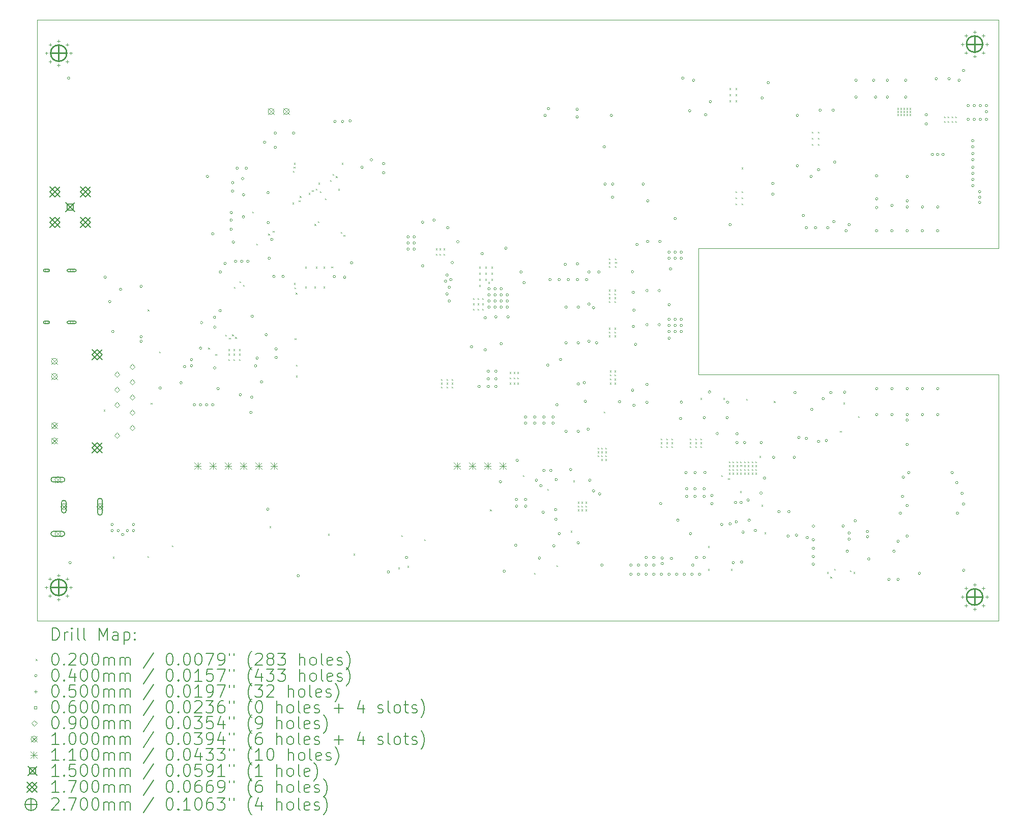
<source format=gbr>
%FSLAX45Y45*%
G04 Gerber Fmt 4.5, Leading zero omitted, Abs format (unit mm)*
G04 Created by KiCad (PCBNEW (6.0.0)) date 2022-07-08 19:14:19*
%MOMM*%
%LPD*%
G01*
G04 APERTURE LIST*
%TA.AperFunction,Profile*%
%ADD10C,0.100000*%
%TD*%
%ADD11C,0.200000*%
%ADD12C,0.020000*%
%ADD13C,0.040000*%
%ADD14C,0.050000*%
%ADD15C,0.060000*%
%ADD16C,0.090000*%
%ADD17C,0.100000*%
%ADD18C,0.110000*%
%ADD19C,0.150000*%
%ADD20C,0.170000*%
%ADD21C,0.270000*%
G04 APERTURE END LIST*
D10*
X11000000Y-5900000D02*
X16000000Y-5900000D01*
X0Y-10000000D02*
X16000000Y-10000000D01*
X16000000Y-5900000D02*
X16000000Y-10000000D01*
X0Y0D02*
X0Y-10000000D01*
X16000000Y-3800000D02*
X16000000Y0D01*
X11000000Y-3800000D02*
X11000000Y-5900000D01*
X16000000Y0D02*
X0Y0D01*
X16000000Y-3800000D02*
X11000000Y-3800000D01*
D11*
D12*
X1107600Y-6484780D02*
X1127600Y-6504780D01*
X1127600Y-6484780D02*
X1107600Y-6504780D01*
X1260000Y-8930800D02*
X1280000Y-8950800D01*
X1280000Y-8930800D02*
X1260000Y-8950800D01*
X1831500Y-8918100D02*
X1851500Y-8938100D01*
X1851500Y-8918100D02*
X1831500Y-8938100D01*
X1836580Y-4816000D02*
X1856580Y-4836000D01*
X1856580Y-4816000D02*
X1836580Y-4836000D01*
X1887380Y-6370480D02*
X1907380Y-6390480D01*
X1907380Y-6370480D02*
X1887380Y-6390480D01*
X2027080Y-5517040D02*
X2047080Y-5537040D01*
X2047080Y-5517040D02*
X2027080Y-5537040D01*
X2237900Y-8740300D02*
X2257900Y-8760300D01*
X2257900Y-8740300D02*
X2237900Y-8760300D01*
X2844960Y-5453540D02*
X2864960Y-5473540D01*
X2864960Y-5453540D02*
X2844960Y-5473540D01*
X2964340Y-5557680D02*
X2984340Y-5577680D01*
X2984340Y-5557680D02*
X2964340Y-5577680D01*
X3129440Y-5237640D02*
X3149440Y-5257640D01*
X3149440Y-5237640D02*
X3129440Y-5257640D01*
X3177700Y-5476400D02*
X3197700Y-5496400D01*
X3197700Y-5476400D02*
X3177700Y-5496400D01*
X3177700Y-5552600D02*
X3197700Y-5572600D01*
X3197700Y-5552600D02*
X3177700Y-5572600D01*
X3177700Y-5641500D02*
X3197700Y-5661500D01*
X3197700Y-5641500D02*
X3177700Y-5661500D01*
X3191575Y-5284535D02*
X3211575Y-5304535D01*
X3211575Y-5284535D02*
X3191575Y-5304535D01*
X3241414Y-5232774D02*
X3261414Y-5252774D01*
X3261414Y-5232774D02*
X3241414Y-5252774D01*
X3266600Y-5476400D02*
X3286600Y-5496400D01*
X3286600Y-5476400D02*
X3266600Y-5496400D01*
X3266600Y-5552600D02*
X3286600Y-5572600D01*
X3286600Y-5552600D02*
X3266600Y-5572600D01*
X3266600Y-5641500D02*
X3286600Y-5661500D01*
X3286600Y-5641500D02*
X3266600Y-5661500D01*
X3274220Y-4442620D02*
X3294220Y-4462620D01*
X3294220Y-4442620D02*
X3274220Y-4462620D01*
X3294540Y-5275740D02*
X3314540Y-5295740D01*
X3314540Y-5275740D02*
X3294540Y-5295740D01*
X3355500Y-5476400D02*
X3375500Y-5496400D01*
X3375500Y-5476400D02*
X3355500Y-5496400D01*
X3355500Y-5552600D02*
X3375500Y-5572600D01*
X3375500Y-5552600D02*
X3355500Y-5572600D01*
X3355500Y-5641500D02*
X3375500Y-5661500D01*
X3375500Y-5641500D02*
X3355500Y-5661500D01*
X3363120Y-4346100D02*
X3383120Y-4366100D01*
X3383120Y-4346100D02*
X3363120Y-4366100D01*
X3425490Y-4408470D02*
X3445490Y-4428470D01*
X3445490Y-4408470D02*
X3425490Y-4428470D01*
X3579020Y-3185320D02*
X3599020Y-3205320D01*
X3599020Y-3185320D02*
X3579020Y-3205320D01*
X3647600Y-3721260D02*
X3667600Y-3741260D01*
X3667600Y-3721260D02*
X3647600Y-3741260D01*
X3843180Y-3556160D02*
X3863180Y-3576160D01*
X3863180Y-3556160D02*
X3843180Y-3576160D01*
X3863500Y-8422800D02*
X3883500Y-8442800D01*
X3883500Y-8422800D02*
X3863500Y-8442800D01*
X3919380Y-3507900D02*
X3939380Y-3527900D01*
X3939380Y-3507900D02*
X3919380Y-3527900D01*
X4244500Y-3038000D02*
X4264500Y-3058000D01*
X4264500Y-3038000D02*
X4244500Y-3058000D01*
X4252120Y-2512220D02*
X4272120Y-2532220D01*
X4272120Y-2512220D02*
X4252120Y-2532220D01*
X4268927Y-2444995D02*
X4288927Y-2464995D01*
X4288927Y-2444995D02*
X4268927Y-2464995D01*
X4272440Y-2380140D02*
X4292440Y-2400140D01*
X4292440Y-2380140D02*
X4272440Y-2400140D01*
X4272999Y-4376116D02*
X4292999Y-4396116D01*
X4292999Y-4376116D02*
X4272999Y-4396116D01*
X4281701Y-4451139D02*
X4301701Y-4471139D01*
X4301701Y-4451139D02*
X4281701Y-4471139D01*
X4285140Y-5293520D02*
X4305140Y-5313520D01*
X4305140Y-5293520D02*
X4285140Y-5313520D01*
X4300843Y-4536600D02*
X4320843Y-4556600D01*
X4320843Y-4536600D02*
X4300843Y-4556600D01*
X4305460Y-5738020D02*
X4325460Y-5758020D01*
X4325460Y-5738020D02*
X4305460Y-5758020D01*
X4305460Y-5918360D02*
X4325460Y-5938360D01*
X4325460Y-5918360D02*
X4305460Y-5938360D01*
X4351180Y-3003806D02*
X4371180Y-3023806D01*
X4371180Y-3003806D02*
X4351180Y-3023806D01*
X4369995Y-2927705D02*
X4389995Y-2947705D01*
X4389995Y-2927705D02*
X4369995Y-2947705D01*
X4460400Y-4104800D02*
X4480400Y-4124800D01*
X4480400Y-4104800D02*
X4460400Y-4124800D01*
X4460400Y-4435000D02*
X4480400Y-4455000D01*
X4480400Y-4435000D02*
X4460400Y-4455000D01*
X4518820Y-2877980D02*
X4538820Y-2897980D01*
X4538820Y-2877980D02*
X4518820Y-2897980D01*
X4572862Y-2831085D02*
X4592862Y-2851085D01*
X4592862Y-2831085D02*
X4572862Y-2851085D01*
X4612800Y-4435000D02*
X4632800Y-4455000D01*
X4632800Y-4435000D02*
X4612800Y-4455000D01*
X4615340Y-3393645D02*
X4635340Y-3413645D01*
X4635340Y-3393645D02*
X4615340Y-3413645D01*
X4633584Y-2808035D02*
X4653584Y-2828035D01*
X4653584Y-2808035D02*
X4633584Y-2828035D01*
X4638200Y-4104800D02*
X4658200Y-4124800D01*
X4658200Y-4104800D02*
X4638200Y-4124800D01*
X4669810Y-3346750D02*
X4689810Y-3366750D01*
X4689810Y-3346750D02*
X4669810Y-3366750D01*
X4680479Y-2707800D02*
X4700479Y-2727800D01*
X4700479Y-2707800D02*
X4680479Y-2727800D01*
X4701700Y-2846325D02*
X4721700Y-2866325D01*
X4721700Y-2846325D02*
X4701700Y-2866325D01*
X4765200Y-4104800D02*
X4785200Y-4124800D01*
X4785200Y-4104800D02*
X4765200Y-4124800D01*
X4765200Y-4435000D02*
X4785200Y-4455000D01*
X4785200Y-4435000D02*
X4765200Y-4455000D01*
X4790600Y-2968957D02*
X4810600Y-2988957D01*
X4810600Y-2968957D02*
X4790600Y-2988957D01*
X4841400Y-8549800D02*
X4861400Y-8569800D01*
X4861400Y-8549800D02*
X4841400Y-8569800D01*
X4870590Y-2660402D02*
X4890590Y-2680402D01*
X4890590Y-2660402D02*
X4870590Y-2680402D01*
X4893375Y-4103894D02*
X4913375Y-4123894D01*
X4913375Y-4103894D02*
X4893375Y-4123894D01*
X4917740Y-2560919D02*
X4937740Y-2580919D01*
X4937740Y-2560919D02*
X4917740Y-2580919D01*
X4970831Y-2598333D02*
X4990831Y-2618333D01*
X4990831Y-2598333D02*
X4970831Y-2618333D01*
X5006500Y-2809400D02*
X5026500Y-2829400D01*
X5026500Y-2809400D02*
X5006500Y-2829400D01*
X5052220Y-3528220D02*
X5072220Y-3548220D01*
X5072220Y-3528220D02*
X5052220Y-3548220D01*
X5070000Y-2377600D02*
X5090000Y-2397600D01*
X5090000Y-2377600D02*
X5070000Y-2397600D01*
X5097940Y-3579020D02*
X5117940Y-3599020D01*
X5117940Y-3579020D02*
X5097940Y-3599020D01*
X5260500Y-8880000D02*
X5280500Y-8900000D01*
X5280500Y-8880000D02*
X5260500Y-8900000D01*
X6009800Y-9108600D02*
X6029800Y-9128600D01*
X6029800Y-9108600D02*
X6009800Y-9128600D01*
X6060600Y-8571295D02*
X6080600Y-8591295D01*
X6080600Y-8571295D02*
X6060600Y-8591295D01*
X6162200Y-9083200D02*
X6182200Y-9103200D01*
X6182200Y-9083200D02*
X6162200Y-9103200D01*
X6441600Y-8638700D02*
X6461600Y-8658700D01*
X6461600Y-8638700D02*
X6441600Y-8658700D01*
X6632100Y-3800000D02*
X6652100Y-3820000D01*
X6652100Y-3800000D02*
X6632100Y-3820000D01*
X6632100Y-3888900D02*
X6652100Y-3908900D01*
X6652100Y-3888900D02*
X6632100Y-3908900D01*
X6695600Y-3800000D02*
X6715600Y-3820000D01*
X6715600Y-3800000D02*
X6695600Y-3820000D01*
X6695600Y-3888900D02*
X6715600Y-3908900D01*
X6715600Y-3888900D02*
X6695600Y-3908900D01*
X6721000Y-5971700D02*
X6741000Y-5991700D01*
X6741000Y-5971700D02*
X6721000Y-5991700D01*
X6721000Y-6035200D02*
X6741000Y-6055200D01*
X6741000Y-6035200D02*
X6721000Y-6055200D01*
X6721000Y-6098700D02*
X6741000Y-6118700D01*
X6741000Y-6098700D02*
X6721000Y-6118700D01*
X6759100Y-3800000D02*
X6779100Y-3820000D01*
X6779100Y-3800000D02*
X6759100Y-3820000D01*
X6759100Y-3888900D02*
X6779100Y-3908900D01*
X6779100Y-3888900D02*
X6759100Y-3908900D01*
X6809900Y-5971700D02*
X6829900Y-5991700D01*
X6829900Y-5971700D02*
X6809900Y-5991700D01*
X6809900Y-6035200D02*
X6829900Y-6055200D01*
X6829900Y-6035200D02*
X6809900Y-6055200D01*
X6809900Y-6098700D02*
X6829900Y-6118700D01*
X6829900Y-6098700D02*
X6809900Y-6118700D01*
X6898800Y-5971700D02*
X6918800Y-5991700D01*
X6918800Y-5971700D02*
X6898800Y-5991700D01*
X6898800Y-6035200D02*
X6918800Y-6055200D01*
X6918800Y-6035200D02*
X6898800Y-6055200D01*
X6898800Y-6098700D02*
X6918800Y-6118700D01*
X6918800Y-6098700D02*
X6898800Y-6118700D01*
X7254400Y-4625500D02*
X7274400Y-4645500D01*
X7274400Y-4625500D02*
X7254400Y-4645500D01*
X7254400Y-4714400D02*
X7274400Y-4734400D01*
X7274400Y-4714400D02*
X7254400Y-4734400D01*
X7254400Y-4803300D02*
X7274400Y-4823300D01*
X7274400Y-4803300D02*
X7254400Y-4823300D01*
X7330600Y-4625500D02*
X7350600Y-4645500D01*
X7350600Y-4625500D02*
X7330600Y-4645500D01*
X7330600Y-4714400D02*
X7350600Y-4734400D01*
X7350600Y-4714400D02*
X7330600Y-4734400D01*
X7330600Y-4803300D02*
X7350600Y-4823300D01*
X7350600Y-4803300D02*
X7330600Y-4823300D01*
X7356000Y-4104800D02*
X7376000Y-4124800D01*
X7376000Y-4104800D02*
X7356000Y-4124800D01*
X7356000Y-4206400D02*
X7376000Y-4226400D01*
X7376000Y-4206400D02*
X7356000Y-4226400D01*
X7356000Y-4308000D02*
X7376000Y-4328000D01*
X7376000Y-4308000D02*
X7356000Y-4328000D01*
X7356000Y-4409600D02*
X7376000Y-4429600D01*
X7376000Y-4409600D02*
X7356000Y-4429600D01*
X7406800Y-4625500D02*
X7426800Y-4645500D01*
X7426800Y-4625500D02*
X7406800Y-4645500D01*
X7406800Y-4714400D02*
X7426800Y-4734400D01*
X7426800Y-4714400D02*
X7406800Y-4734400D01*
X7406800Y-4803300D02*
X7426800Y-4823300D01*
X7426800Y-4803300D02*
X7406800Y-4823300D01*
X7457600Y-4104800D02*
X7477600Y-4124800D01*
X7477600Y-4104800D02*
X7457600Y-4124800D01*
X7457600Y-4206400D02*
X7477600Y-4226400D01*
X7477600Y-4206400D02*
X7457600Y-4226400D01*
X7457600Y-4308000D02*
X7477600Y-4328000D01*
X7477600Y-4308000D02*
X7457600Y-4328000D01*
X7508400Y-4358800D02*
X7528400Y-4378800D01*
X7528400Y-4358800D02*
X7508400Y-4378800D01*
X7536340Y-8143400D02*
X7556340Y-8163400D01*
X7556340Y-8143400D02*
X7536340Y-8163400D01*
X7559200Y-4104800D02*
X7579200Y-4124800D01*
X7579200Y-4104800D02*
X7559200Y-4124800D01*
X7559200Y-4206400D02*
X7579200Y-4226400D01*
X7579200Y-4206400D02*
X7559200Y-4226400D01*
X7559200Y-4308000D02*
X7579200Y-4328000D01*
X7579200Y-4308000D02*
X7559200Y-4328000D01*
X7864000Y-5857400D02*
X7884000Y-5877400D01*
X7884000Y-5857400D02*
X7864000Y-5877400D01*
X7864000Y-5946300D02*
X7884000Y-5966300D01*
X7884000Y-5946300D02*
X7864000Y-5966300D01*
X7864000Y-6035200D02*
X7884000Y-6055200D01*
X7884000Y-6035200D02*
X7864000Y-6055200D01*
X7927500Y-5857400D02*
X7947500Y-5877400D01*
X7947500Y-5857400D02*
X7927500Y-5877400D01*
X7927500Y-5946300D02*
X7947500Y-5966300D01*
X7947500Y-5946300D02*
X7927500Y-5966300D01*
X7927500Y-6035200D02*
X7947500Y-6055200D01*
X7947500Y-6035200D02*
X7927500Y-6055200D01*
X7991000Y-5857400D02*
X8011000Y-5877400D01*
X8011000Y-5857400D02*
X7991000Y-5877400D01*
X7991000Y-5946300D02*
X8011000Y-5966300D01*
X8011000Y-5946300D02*
X7991000Y-5966300D01*
X7991000Y-6035200D02*
X8011000Y-6055200D01*
X8011000Y-6035200D02*
X7991000Y-6055200D01*
X8079900Y-7571900D02*
X8099900Y-7591900D01*
X8099900Y-7571900D02*
X8079900Y-7591900D01*
X8270400Y-9197500D02*
X8290400Y-9217500D01*
X8290400Y-9197500D02*
X8270400Y-9217500D01*
X8486300Y-7800500D02*
X8506300Y-7820500D01*
X8506300Y-7800500D02*
X8486300Y-7820500D01*
X8638700Y-9070500D02*
X8658700Y-9090500D01*
X8658700Y-9070500D02*
X8638700Y-9090500D01*
X8880000Y-8499000D02*
X8900000Y-8519000D01*
X8900000Y-8499000D02*
X8880000Y-8519000D01*
X8918100Y-7660800D02*
X8938100Y-7680800D01*
X8938100Y-7660800D02*
X8918100Y-7680800D01*
X8994300Y-8016400D02*
X9014300Y-8036400D01*
X9014300Y-8016400D02*
X8994300Y-8036400D01*
X8994300Y-8079900D02*
X9014300Y-8099900D01*
X9014300Y-8079900D02*
X8994300Y-8099900D01*
X8994300Y-8143400D02*
X9014300Y-8163400D01*
X9014300Y-8143400D02*
X8994300Y-8163400D01*
X9057800Y-8016400D02*
X9077800Y-8036400D01*
X9077800Y-8016400D02*
X9057800Y-8036400D01*
X9057800Y-8079900D02*
X9077800Y-8099900D01*
X9077800Y-8079900D02*
X9057800Y-8099900D01*
X9057800Y-8143400D02*
X9077800Y-8163400D01*
X9077800Y-8143400D02*
X9057800Y-8163400D01*
X9121300Y-8016400D02*
X9141300Y-8036400D01*
X9141300Y-8016400D02*
X9121300Y-8036400D01*
X9121300Y-8079900D02*
X9141300Y-8099900D01*
X9141300Y-8079900D02*
X9121300Y-8099900D01*
X9121300Y-8143400D02*
X9141300Y-8163400D01*
X9141300Y-8143400D02*
X9121300Y-8163400D01*
X9324500Y-7114700D02*
X9344500Y-7134700D01*
X9344500Y-7114700D02*
X9324500Y-7134700D01*
X9324500Y-7178200D02*
X9344500Y-7198200D01*
X9344500Y-7178200D02*
X9324500Y-7198200D01*
X9324500Y-7241700D02*
X9344500Y-7261700D01*
X9344500Y-7241700D02*
X9324500Y-7261700D01*
X9388000Y-7114700D02*
X9408000Y-7134700D01*
X9408000Y-7114700D02*
X9388000Y-7134700D01*
X9388000Y-7178200D02*
X9408000Y-7198200D01*
X9408000Y-7178200D02*
X9388000Y-7198200D01*
X9388000Y-7241700D02*
X9408000Y-7261700D01*
X9408000Y-7241700D02*
X9388000Y-7261700D01*
X9388000Y-7305200D02*
X9408000Y-7325200D01*
X9408000Y-7305200D02*
X9388000Y-7325200D01*
X9426372Y-6516927D02*
X9446372Y-6536927D01*
X9446372Y-6516927D02*
X9426372Y-6536927D01*
X9451500Y-7114700D02*
X9471500Y-7134700D01*
X9471500Y-7114700D02*
X9451500Y-7134700D01*
X9451500Y-7178200D02*
X9471500Y-7198200D01*
X9471500Y-7178200D02*
X9451500Y-7198200D01*
X9451500Y-7241700D02*
X9471500Y-7261700D01*
X9471500Y-7241700D02*
X9451500Y-7261700D01*
X9451500Y-7305200D02*
X9471500Y-7325200D01*
X9471500Y-7305200D02*
X9451500Y-7325200D01*
X9515000Y-3965100D02*
X9535000Y-3985100D01*
X9535000Y-3965100D02*
X9515000Y-3985100D01*
X9515000Y-4028600D02*
X9535000Y-4048600D01*
X9535000Y-4028600D02*
X9515000Y-4048600D01*
X9515000Y-4092100D02*
X9535000Y-4112100D01*
X9535000Y-4092100D02*
X9515000Y-4112100D01*
X9515000Y-4485800D02*
X9535000Y-4505800D01*
X9535000Y-4485800D02*
X9515000Y-4505800D01*
X9515000Y-4549300D02*
X9535000Y-4569300D01*
X9535000Y-4549300D02*
X9515000Y-4569300D01*
X9515000Y-4612800D02*
X9535000Y-4632800D01*
X9535000Y-4612800D02*
X9515000Y-4632800D01*
X9515000Y-4676300D02*
X9535000Y-4696300D01*
X9535000Y-4676300D02*
X9515000Y-4696300D01*
X9515000Y-5120800D02*
X9535000Y-5140800D01*
X9535000Y-5120800D02*
X9515000Y-5140800D01*
X9515000Y-5184300D02*
X9535000Y-5204300D01*
X9535000Y-5184300D02*
X9515000Y-5204300D01*
X9515000Y-5247800D02*
X9535000Y-5267800D01*
X9535000Y-5247800D02*
X9515000Y-5267800D01*
X9527700Y-5832000D02*
X9547700Y-5852000D01*
X9547700Y-5832000D02*
X9527700Y-5852000D01*
X9527700Y-5895500D02*
X9547700Y-5915500D01*
X9547700Y-5895500D02*
X9527700Y-5915500D01*
X9527700Y-5964730D02*
X9547700Y-5984730D01*
X9547700Y-5964730D02*
X9527700Y-5984730D01*
X9527700Y-6035200D02*
X9547700Y-6055200D01*
X9547700Y-6035200D02*
X9527700Y-6055200D01*
X9603900Y-4485800D02*
X9623900Y-4505800D01*
X9623900Y-4485800D02*
X9603900Y-4505800D01*
X9603900Y-4549300D02*
X9623900Y-4569300D01*
X9623900Y-4549300D02*
X9603900Y-4569300D01*
X9603900Y-4612800D02*
X9623900Y-4632800D01*
X9623900Y-4612800D02*
X9603900Y-4632800D01*
X9603900Y-4676300D02*
X9623900Y-4696300D01*
X9623900Y-4676300D02*
X9603900Y-4696300D01*
X9603900Y-5120800D02*
X9623900Y-5140800D01*
X9623900Y-5120800D02*
X9603900Y-5140800D01*
X9603900Y-5185600D02*
X9623900Y-5205600D01*
X9623900Y-5185600D02*
X9603900Y-5205600D01*
X9603900Y-5247800D02*
X9623900Y-5267800D01*
X9623900Y-5247800D02*
X9603900Y-5267800D01*
X9603900Y-5832000D02*
X9623900Y-5852000D01*
X9623900Y-5832000D02*
X9603900Y-5852000D01*
X9603900Y-5895500D02*
X9623900Y-5915500D01*
X9623900Y-5895500D02*
X9603900Y-5915500D01*
X9603900Y-5967270D02*
X9623900Y-5987270D01*
X9623900Y-5967270D02*
X9603900Y-5987270D01*
X9603900Y-6035200D02*
X9623900Y-6055200D01*
X9623900Y-6035200D02*
X9603900Y-6055200D01*
X9616600Y-3965100D02*
X9636600Y-3985100D01*
X9636600Y-3965100D02*
X9616600Y-3985100D01*
X9616600Y-4092100D02*
X9636600Y-4112100D01*
X9636600Y-4092100D02*
X9616600Y-4112100D01*
X9617840Y-4027360D02*
X9637840Y-4047360D01*
X9637840Y-4027360D02*
X9617840Y-4047360D01*
X10378600Y-6962300D02*
X10398600Y-6982300D01*
X10398600Y-6962300D02*
X10378600Y-6982300D01*
X10378600Y-7025800D02*
X10398600Y-7045800D01*
X10398600Y-7025800D02*
X10378600Y-7045800D01*
X10378600Y-7089300D02*
X10398600Y-7109300D01*
X10398600Y-7089300D02*
X10378600Y-7109300D01*
X10467500Y-6962300D02*
X10487500Y-6982300D01*
X10487500Y-6962300D02*
X10467500Y-6982300D01*
X10467500Y-7025800D02*
X10487500Y-7045800D01*
X10487500Y-7025800D02*
X10467500Y-7045800D01*
X10467500Y-7089300D02*
X10487500Y-7109300D01*
X10487500Y-7089300D02*
X10467500Y-7109300D01*
X10556400Y-6962300D02*
X10576400Y-6982300D01*
X10576400Y-6962300D02*
X10556400Y-6982300D01*
X10556400Y-7025800D02*
X10576400Y-7045800D01*
X10576400Y-7025800D02*
X10556400Y-7045800D01*
X10556400Y-7089300D02*
X10576400Y-7109300D01*
X10576400Y-7089300D02*
X10556400Y-7109300D01*
X10861200Y-6962300D02*
X10881200Y-6982300D01*
X10881200Y-6962300D02*
X10861200Y-6982300D01*
X10861200Y-7025800D02*
X10881200Y-7045800D01*
X10881200Y-7025800D02*
X10861200Y-7045800D01*
X10861200Y-7089300D02*
X10881200Y-7109300D01*
X10881200Y-7089300D02*
X10861200Y-7109300D01*
X10950100Y-6962300D02*
X10970100Y-6982300D01*
X10970100Y-6962300D02*
X10950100Y-6982300D01*
X10950100Y-7025800D02*
X10970100Y-7045800D01*
X10970100Y-7025800D02*
X10950100Y-7045800D01*
X10950100Y-7089300D02*
X10970100Y-7109300D01*
X10970100Y-7089300D02*
X10950100Y-7109300D01*
X11039000Y-6289200D02*
X11059000Y-6309200D01*
X11059000Y-6289200D02*
X11039000Y-6309200D01*
X11039000Y-6962300D02*
X11059000Y-6982300D01*
X11059000Y-6962300D02*
X11039000Y-6982300D01*
X11039000Y-7025800D02*
X11059000Y-7045800D01*
X11059000Y-7025800D02*
X11039000Y-7045800D01*
X11039000Y-7089300D02*
X11059000Y-7109300D01*
X11059000Y-7089300D02*
X11039000Y-7109300D01*
X11166000Y-8753000D02*
X11186000Y-8773000D01*
X11186000Y-8753000D02*
X11166000Y-8773000D01*
X11166000Y-9134000D02*
X11186000Y-9154000D01*
X11186000Y-9134000D02*
X11166000Y-9154000D01*
X11381900Y-7571900D02*
X11401900Y-7591900D01*
X11401900Y-7571900D02*
X11381900Y-7591900D01*
X11420000Y-6289200D02*
X11440000Y-6309200D01*
X11440000Y-6289200D02*
X11420000Y-6309200D01*
X11498740Y-7626510D02*
X11518740Y-7646510D01*
X11518740Y-7626510D02*
X11498740Y-7646510D01*
X11508900Y-7343300D02*
X11528900Y-7363300D01*
X11528900Y-7343300D02*
X11508900Y-7363300D01*
X11508900Y-7406800D02*
X11528900Y-7426800D01*
X11528900Y-7406800D02*
X11508900Y-7426800D01*
X11508900Y-7470300D02*
X11528900Y-7490300D01*
X11528900Y-7470300D02*
X11508900Y-7490300D01*
X11508900Y-7533800D02*
X11528900Y-7553800D01*
X11528900Y-7533800D02*
X11508900Y-7553800D01*
X11516520Y-1336200D02*
X11536520Y-1356200D01*
X11536520Y-1336200D02*
X11516520Y-1356200D01*
X11521600Y-1133000D02*
X11541600Y-1153000D01*
X11541600Y-1133000D02*
X11521600Y-1153000D01*
X11521600Y-1234600D02*
X11541600Y-1254600D01*
X11541600Y-1234600D02*
X11521600Y-1254600D01*
X11547000Y-9134000D02*
X11567000Y-9154000D01*
X11567000Y-9134000D02*
X11547000Y-9154000D01*
X11572400Y-7343300D02*
X11592400Y-7363300D01*
X11592400Y-7343300D02*
X11572400Y-7363300D01*
X11572400Y-7406800D02*
X11592400Y-7426800D01*
X11592400Y-7406800D02*
X11572400Y-7426800D01*
X11572400Y-7470300D02*
X11592400Y-7490300D01*
X11592400Y-7470300D02*
X11572400Y-7490300D01*
X11572400Y-7533800D02*
X11592400Y-7553800D01*
X11592400Y-7533800D02*
X11572400Y-7553800D01*
X11623200Y-1133000D02*
X11643200Y-1153000D01*
X11643200Y-1133000D02*
X11623200Y-1153000D01*
X11623200Y-1234600D02*
X11643200Y-1254600D01*
X11643200Y-1234600D02*
X11623200Y-1254600D01*
X11623200Y-1336200D02*
X11643200Y-1356200D01*
X11643200Y-1336200D02*
X11623200Y-1356200D01*
X11623200Y-2847500D02*
X11643200Y-2867500D01*
X11643200Y-2847500D02*
X11623200Y-2867500D01*
X11623200Y-2949100D02*
X11643200Y-2969100D01*
X11643200Y-2949100D02*
X11623200Y-2969100D01*
X11623200Y-3050700D02*
X11643200Y-3070700D01*
X11643200Y-3050700D02*
X11623200Y-3070700D01*
X11635900Y-7406800D02*
X11655900Y-7426800D01*
X11655900Y-7406800D02*
X11635900Y-7426800D01*
X11635900Y-7470300D02*
X11655900Y-7490300D01*
X11655900Y-7470300D02*
X11635900Y-7490300D01*
X11635900Y-7533800D02*
X11655900Y-7553800D01*
X11655900Y-7533800D02*
X11635900Y-7553800D01*
X11636430Y-7342770D02*
X11656430Y-7362770D01*
X11656430Y-7342770D02*
X11636430Y-7362770D01*
X11699400Y-7343300D02*
X11719400Y-7363300D01*
X11719400Y-7343300D02*
X11699400Y-7363300D01*
X11699400Y-7470300D02*
X11719400Y-7490300D01*
X11719400Y-7470300D02*
X11699400Y-7490300D01*
X11699400Y-7533800D02*
X11719400Y-7553800D01*
X11719400Y-7533800D02*
X11699400Y-7553800D01*
X11699400Y-7838600D02*
X11719400Y-7858600D01*
X11719400Y-7838600D02*
X11699400Y-7858600D01*
X11699930Y-7406270D02*
X11719930Y-7426270D01*
X11719930Y-7406270D02*
X11699930Y-7426270D01*
X11724800Y-2453800D02*
X11744800Y-2473800D01*
X11744800Y-2453800D02*
X11724800Y-2473800D01*
X11724800Y-2847500D02*
X11744800Y-2867500D01*
X11744800Y-2847500D02*
X11724800Y-2867500D01*
X11724800Y-2949100D02*
X11744800Y-2969100D01*
X11744800Y-2949100D02*
X11724800Y-2969100D01*
X11724800Y-3050700D02*
X11744800Y-3070700D01*
X11744800Y-3050700D02*
X11724800Y-3070700D01*
X11762900Y-7343300D02*
X11782900Y-7363300D01*
X11782900Y-7343300D02*
X11762900Y-7363300D01*
X11762900Y-7406800D02*
X11782900Y-7426800D01*
X11782900Y-7406800D02*
X11762900Y-7426800D01*
X11762900Y-7470300D02*
X11782900Y-7490300D01*
X11782900Y-7470300D02*
X11762900Y-7490300D01*
X11762900Y-7533800D02*
X11782900Y-7553800D01*
X11782900Y-7533800D02*
X11762900Y-7553800D01*
X11801000Y-6301900D02*
X11821000Y-6321900D01*
X11821000Y-6301900D02*
X11801000Y-6321900D01*
X11826400Y-7343300D02*
X11846400Y-7363300D01*
X11846400Y-7343300D02*
X11826400Y-7363300D01*
X11826400Y-7406800D02*
X11846400Y-7426800D01*
X11846400Y-7406800D02*
X11826400Y-7426800D01*
X11826400Y-7470300D02*
X11846400Y-7490300D01*
X11846400Y-7470300D02*
X11826400Y-7490300D01*
X11826400Y-7533800D02*
X11846400Y-7553800D01*
X11846400Y-7533800D02*
X11826400Y-7553800D01*
X11889900Y-7343300D02*
X11909900Y-7363300D01*
X11909900Y-7343300D02*
X11889900Y-7363300D01*
X11889900Y-7406800D02*
X11909900Y-7426800D01*
X11909900Y-7406800D02*
X11889900Y-7426800D01*
X11889900Y-7470300D02*
X11909900Y-7490300D01*
X11909900Y-7470300D02*
X11889900Y-7490300D01*
X11889900Y-7533800D02*
X11909900Y-7553800D01*
X11909900Y-7533800D02*
X11889900Y-7553800D01*
X11953400Y-7343300D02*
X11973400Y-7363300D01*
X11973400Y-7343300D02*
X11953400Y-7363300D01*
X11953400Y-7406800D02*
X11973400Y-7426800D01*
X11973400Y-7406800D02*
X11953400Y-7426800D01*
X11953400Y-7470300D02*
X11973400Y-7490300D01*
X11973400Y-7470300D02*
X11953400Y-7490300D01*
X11953400Y-7533800D02*
X11973400Y-7553800D01*
X11973400Y-7533800D02*
X11953400Y-7553800D01*
X12016900Y-7254400D02*
X12036900Y-7274400D01*
X12036900Y-7254400D02*
X12016900Y-7274400D01*
X12055000Y-8067200D02*
X12075000Y-8087200D01*
X12075000Y-8067200D02*
X12055000Y-8087200D01*
X12105800Y-8524400D02*
X12125800Y-8544400D01*
X12125800Y-8524400D02*
X12105800Y-8544400D01*
X12260740Y-6340000D02*
X12280740Y-6360000D01*
X12280740Y-6340000D02*
X12260740Y-6360000D01*
X12893200Y-1856900D02*
X12913200Y-1876900D01*
X12913200Y-1856900D02*
X12893200Y-1876900D01*
X12893200Y-1958500D02*
X12913200Y-1978500D01*
X12913200Y-1958500D02*
X12893200Y-1978500D01*
X12893200Y-2060100D02*
X12913200Y-2080100D01*
X12913200Y-2060100D02*
X12893200Y-2080100D01*
X12994800Y-1856900D02*
X13014800Y-1876900D01*
X13014800Y-1856900D02*
X12994800Y-1876900D01*
X12994800Y-1958500D02*
X13014800Y-1978500D01*
X13014800Y-1958500D02*
X12994800Y-1978500D01*
X12994800Y-2060100D02*
X13014800Y-2080100D01*
X13014800Y-2060100D02*
X12994800Y-2080100D01*
X13142120Y-9184800D02*
X13162120Y-9204800D01*
X13162120Y-9184800D02*
X13142120Y-9204800D01*
X13200540Y-9263375D02*
X13220540Y-9283375D01*
X13220540Y-9263375D02*
X13200540Y-9283375D01*
X13261252Y-9131409D02*
X13281252Y-9151409D01*
X13281252Y-9131409D02*
X13261252Y-9151409D01*
X13360560Y-6835300D02*
X13380560Y-6855300D01*
X13380560Y-6835300D02*
X13360560Y-6855300D01*
X13413900Y-6365790D02*
X13433900Y-6385790D01*
X13433900Y-6365790D02*
X13413900Y-6385790D01*
X13525800Y-9154460D02*
X13545800Y-9174460D01*
X13545800Y-9154460D02*
X13525800Y-9174460D01*
X13586620Y-9187340D02*
X13606620Y-9207340D01*
X13606620Y-9187340D02*
X13586620Y-9207340D01*
X13662820Y-6591460D02*
X13682820Y-6611460D01*
X13682820Y-6591460D02*
X13662820Y-6611460D01*
X14315600Y-1463200D02*
X14335600Y-1483200D01*
X14335600Y-1463200D02*
X14315600Y-1483200D01*
X14315600Y-1514000D02*
X14335600Y-1534000D01*
X14335600Y-1514000D02*
X14315600Y-1534000D01*
X14315600Y-1564800D02*
X14335600Y-1584800D01*
X14335600Y-1564800D02*
X14315600Y-1584800D01*
X14366400Y-1463200D02*
X14386400Y-1483200D01*
X14386400Y-1463200D02*
X14366400Y-1483200D01*
X14366400Y-1514000D02*
X14386400Y-1534000D01*
X14386400Y-1514000D02*
X14366400Y-1534000D01*
X14366400Y-1564800D02*
X14386400Y-1584800D01*
X14386400Y-1564800D02*
X14366400Y-1584800D01*
X14417200Y-1463200D02*
X14437200Y-1483200D01*
X14437200Y-1463200D02*
X14417200Y-1483200D01*
X14417200Y-1514000D02*
X14437200Y-1534000D01*
X14437200Y-1514000D02*
X14417200Y-1534000D01*
X14417200Y-1564800D02*
X14437200Y-1584800D01*
X14437200Y-1564800D02*
X14417200Y-1584800D01*
X14468000Y-1463200D02*
X14488000Y-1483200D01*
X14488000Y-1463200D02*
X14468000Y-1483200D01*
X14468000Y-1514000D02*
X14488000Y-1534000D01*
X14488000Y-1514000D02*
X14468000Y-1534000D01*
X14468000Y-1564800D02*
X14488000Y-1584800D01*
X14488000Y-1564800D02*
X14468000Y-1584800D01*
X14518800Y-1463200D02*
X14538800Y-1483200D01*
X14538800Y-1463200D02*
X14518800Y-1483200D01*
X14518800Y-1514000D02*
X14538800Y-1534000D01*
X14538800Y-1514000D02*
X14518800Y-1534000D01*
X14518800Y-1564800D02*
X14538800Y-1584800D01*
X14538800Y-1564800D02*
X14518800Y-1584800D01*
X15090300Y-1602900D02*
X15110300Y-1622900D01*
X15110300Y-1602900D02*
X15090300Y-1622900D01*
X15090300Y-1679100D02*
X15110300Y-1699100D01*
X15110300Y-1679100D02*
X15090300Y-1699100D01*
X15153800Y-1602900D02*
X15173800Y-1622900D01*
X15173800Y-1602900D02*
X15153800Y-1622900D01*
X15153800Y-1679100D02*
X15173800Y-1699100D01*
X15173800Y-1679100D02*
X15153800Y-1699100D01*
X15217300Y-1602900D02*
X15237300Y-1622900D01*
X15237300Y-1602900D02*
X15217300Y-1622900D01*
X15217300Y-1679100D02*
X15237300Y-1699100D01*
X15237300Y-1679100D02*
X15217300Y-1699100D01*
X15280800Y-1602900D02*
X15300800Y-1622900D01*
X15300800Y-1602900D02*
X15280800Y-1622900D01*
X15280800Y-1679100D02*
X15300800Y-1699100D01*
X15300800Y-1679100D02*
X15280800Y-1699100D01*
D13*
X540700Y-965200D02*
G75*
G03*
X540700Y-965200I-20000J0D01*
G01*
X566100Y-9029700D02*
G75*
G03*
X566100Y-9029700I-20000J0D01*
G01*
X1150300Y-4279900D02*
G75*
G03*
X1150300Y-4279900I-20000J0D01*
G01*
X1226500Y-4686300D02*
G75*
G03*
X1226500Y-4686300I-20000J0D01*
G01*
X1264600Y-8394700D02*
G75*
G03*
X1264600Y-8394700I-20000J0D01*
G01*
X1264600Y-8496300D02*
G75*
G03*
X1264600Y-8496300I-20000J0D01*
G01*
X1277300Y-5181600D02*
G75*
G03*
X1277300Y-5181600I-20000J0D01*
G01*
X1366200Y-8496300D02*
G75*
G03*
X1366200Y-8496300I-20000J0D01*
G01*
X1406448Y-4482016D02*
G75*
G03*
X1406448Y-4482016I-20000J0D01*
G01*
X1442400Y-8559800D02*
G75*
G03*
X1442400Y-8559800I-20000J0D01*
G01*
X1518600Y-8496300D02*
G75*
G03*
X1518600Y-8496300I-20000J0D01*
G01*
X1620200Y-8394700D02*
G75*
G03*
X1620200Y-8394700I-20000J0D01*
G01*
X1620200Y-8496300D02*
G75*
G03*
X1620200Y-8496300I-20000J0D01*
G01*
X1747200Y-4432300D02*
G75*
G03*
X1747200Y-4432300I-20000J0D01*
G01*
X1747200Y-5270500D02*
G75*
G03*
X1747200Y-5270500I-20000J0D01*
G01*
X1747200Y-5346700D02*
G75*
G03*
X1747200Y-5346700I-20000J0D01*
G01*
X2064700Y-6121400D02*
G75*
G03*
X2064700Y-6121400I-20000J0D01*
G01*
X2412680Y-6035040D02*
G75*
G03*
X2412680Y-6035040I-20000J0D01*
G01*
X2471100Y-5765800D02*
G75*
G03*
X2471100Y-5765800I-20000J0D01*
G01*
X2585400Y-5651500D02*
G75*
G03*
X2585400Y-5651500I-20000J0D01*
G01*
X2585400Y-5753100D02*
G75*
G03*
X2585400Y-5753100I-20000J0D01*
G01*
X2636200Y-6400800D02*
G75*
G03*
X2636200Y-6400800I-20000J0D01*
G01*
X2736270Y-5459468D02*
G75*
G03*
X2736270Y-5459468I-20000J0D01*
G01*
X2737800Y-6400800D02*
G75*
G03*
X2737800Y-6400800I-20000J0D01*
G01*
X2753673Y-5034542D02*
G75*
G03*
X2753673Y-5034542I-20000J0D01*
G01*
X2839400Y-6400800D02*
G75*
G03*
X2839400Y-6400800I-20000J0D01*
G01*
X2852100Y-2603500D02*
G75*
G03*
X2852100Y-2603500I-20000J0D01*
G01*
X2941000Y-3556000D02*
G75*
G03*
X2941000Y-3556000I-20000J0D01*
G01*
X2941000Y-6400800D02*
G75*
G03*
X2941000Y-6400800I-20000J0D01*
G01*
X2968940Y-4945380D02*
G75*
G03*
X2968940Y-4945380I-20000J0D01*
G01*
X2971480Y-5788660D02*
G75*
G03*
X2971480Y-5788660I-20000J0D01*
G01*
X2974020Y-5110480D02*
G75*
G03*
X2974020Y-5110480I-20000J0D01*
G01*
X3029900Y-6134100D02*
G75*
G03*
X3029900Y-6134100I-20000J0D01*
G01*
X3062025Y-4836427D02*
G75*
G03*
X3062025Y-4836427I-20000J0D01*
G01*
X3068000Y-4191000D02*
G75*
G03*
X3068000Y-4191000I-20000J0D01*
G01*
X3144200Y-4051300D02*
G75*
G03*
X3144200Y-4051300I-20000J0D01*
G01*
X3246695Y-3327400D02*
G75*
G03*
X3246695Y-3327400I-20000J0D01*
G01*
X3246695Y-3479800D02*
G75*
G03*
X3246695Y-3479800I-20000J0D01*
G01*
X3249424Y-3204024D02*
G75*
G03*
X3249424Y-3204024I-20000J0D01*
G01*
X3271200Y-2706745D02*
G75*
G03*
X3271200Y-2706745I-20000J0D01*
G01*
X3271200Y-2844800D02*
G75*
G03*
X3271200Y-2844800I-20000J0D01*
G01*
X3283900Y-3695700D02*
G75*
G03*
X3283900Y-3695700I-20000J0D01*
G01*
X3322000Y-4013200D02*
G75*
G03*
X3322000Y-4013200I-20000J0D01*
G01*
X3347400Y-2463800D02*
G75*
G03*
X3347400Y-2463800I-20000J0D01*
G01*
X3398200Y-6235700D02*
G75*
G03*
X3398200Y-6235700I-20000J0D01*
G01*
X3423600Y-4013200D02*
G75*
G03*
X3423600Y-4013200I-20000J0D01*
G01*
X3438269Y-2637787D02*
G75*
G03*
X3438269Y-2637787I-20000J0D01*
G01*
X3451584Y-3275814D02*
G75*
G03*
X3451584Y-3275814I-20000J0D01*
G01*
X3453660Y-2908205D02*
G75*
G03*
X3453660Y-2908205I-20000J0D01*
G01*
X3499800Y-2463800D02*
G75*
G03*
X3499800Y-2463800I-20000J0D01*
G01*
X3525200Y-4013200D02*
G75*
G03*
X3525200Y-4013200I-20000J0D01*
G01*
X3576000Y-6527800D02*
G75*
G03*
X3576000Y-6527800I-20000J0D01*
G01*
X3588700Y-6273800D02*
G75*
G03*
X3588700Y-6273800I-20000J0D01*
G01*
X3597965Y-4927600D02*
G75*
G03*
X3597965Y-4927600I-20000J0D01*
G01*
X3652200Y-5753995D02*
G75*
G03*
X3652200Y-5753995I-20000J0D01*
G01*
X3677600Y-5625205D02*
G75*
G03*
X3677600Y-5625205I-20000J0D01*
G01*
X3753800Y-6019800D02*
G75*
G03*
X3753800Y-6019800I-20000J0D01*
G01*
X3804600Y-2032000D02*
G75*
G03*
X3804600Y-2032000I-20000J0D01*
G01*
X3828530Y-5236350D02*
G75*
G03*
X3828530Y-5236350I-20000J0D01*
G01*
X3855400Y-8140700D02*
G75*
G03*
X3855400Y-8140700I-20000J0D01*
G01*
X3860658Y-2872825D02*
G75*
G03*
X3860658Y-2872825I-20000J0D01*
G01*
X3862101Y-3370515D02*
G75*
G03*
X3862101Y-3370515I-20000J0D01*
G01*
X3880800Y-3962400D02*
G75*
G03*
X3880800Y-3962400I-20000J0D01*
G01*
X3923821Y-3651458D02*
G75*
G03*
X3923821Y-3651458I-20000J0D01*
G01*
X3957000Y-4266305D02*
G75*
G03*
X3957000Y-4266305I-20000J0D01*
G01*
X3981489Y-2116642D02*
G75*
G03*
X3981489Y-2116642I-20000J0D01*
G01*
X3982400Y-1879600D02*
G75*
G03*
X3982400Y-1879600I-20000J0D01*
G01*
X3995100Y-5473700D02*
G75*
G03*
X3995100Y-5473700I-20000J0D01*
G01*
X3995100Y-5613400D02*
G75*
G03*
X3995100Y-5613400I-20000J0D01*
G01*
X4109400Y-4266305D02*
G75*
G03*
X4109400Y-4266305I-20000J0D01*
G01*
X4287200Y-1879600D02*
G75*
G03*
X4287200Y-1879600I-20000J0D01*
G01*
X4363400Y-9245600D02*
G75*
G03*
X4363400Y-9245600I-20000J0D01*
G01*
X4963583Y-4267200D02*
G75*
G03*
X4963583Y-4267200I-20000J0D01*
G01*
X4973000Y-1689100D02*
G75*
G03*
X4973000Y-1689100I-20000J0D01*
G01*
X5100000Y-1689100D02*
G75*
G03*
X5100000Y-1689100I-20000J0D01*
G01*
X5135069Y-4279900D02*
G75*
G03*
X5135069Y-4279900I-20000J0D01*
G01*
X5227000Y-1676400D02*
G75*
G03*
X5227000Y-1676400I-20000J0D01*
G01*
X5252400Y-4038600D02*
G75*
G03*
X5252400Y-4038600I-20000J0D01*
G01*
X5424335Y-2449950D02*
G75*
G03*
X5424335Y-2449950I-20000J0D01*
G01*
X5579465Y-2324995D02*
G75*
G03*
X5579465Y-2324995I-20000J0D01*
G01*
X5785800Y-2387600D02*
G75*
G03*
X5785800Y-2387600I-20000J0D01*
G01*
X5785800Y-2540000D02*
G75*
G03*
X5785800Y-2540000I-20000J0D01*
G01*
X5862000Y-9182995D02*
G75*
G03*
X5862000Y-9182995I-20000J0D01*
G01*
X6166800Y-8940800D02*
G75*
G03*
X6166800Y-8940800I-20000J0D01*
G01*
X6192200Y-3606800D02*
G75*
G03*
X6192200Y-3606800I-20000J0D01*
G01*
X6192200Y-3708400D02*
G75*
G03*
X6192200Y-3708400I-20000J0D01*
G01*
X6192200Y-3810000D02*
G75*
G03*
X6192200Y-3810000I-20000J0D01*
G01*
X6293800Y-3606800D02*
G75*
G03*
X6293800Y-3606800I-20000J0D01*
G01*
X6293800Y-3708400D02*
G75*
G03*
X6293800Y-3708400I-20000J0D01*
G01*
X6293800Y-3810000D02*
G75*
G03*
X6293800Y-3810000I-20000J0D01*
G01*
X6433500Y-3365500D02*
G75*
G03*
X6433500Y-3365500I-20000J0D01*
G01*
X6433500Y-4089400D02*
G75*
G03*
X6433500Y-4089400I-20000J0D01*
G01*
X6624000Y-3327400D02*
G75*
G03*
X6624000Y-3327400I-20000J0D01*
G01*
X6814500Y-4343400D02*
G75*
G03*
X6814500Y-4343400I-20000J0D01*
G01*
X6839900Y-4243438D02*
G75*
G03*
X6839900Y-4243438I-20000J0D01*
G01*
X6839900Y-4559300D02*
G75*
G03*
X6839900Y-4559300I-20000J0D01*
G01*
X6852600Y-3454400D02*
G75*
G03*
X6852600Y-3454400I-20000J0D01*
G01*
X6878000Y-4445000D02*
G75*
G03*
X6878000Y-4445000I-20000J0D01*
G01*
X6878000Y-4673600D02*
G75*
G03*
X6878000Y-4673600I-20000J0D01*
G01*
X6903400Y-4318000D02*
G75*
G03*
X6903400Y-4318000I-20000J0D01*
G01*
X6926585Y-4034461D02*
G75*
G03*
X6926585Y-4034461I-20000J0D01*
G01*
X7019182Y-3689790D02*
G75*
G03*
X7019182Y-3689790I-20000J0D01*
G01*
X7246300Y-5435600D02*
G75*
G03*
X7246300Y-5435600I-20000J0D01*
G01*
X7373300Y-6096000D02*
G75*
G03*
X7373300Y-6096000I-20000J0D01*
G01*
X7424100Y-3886200D02*
G75*
G03*
X7424100Y-3886200I-20000J0D01*
G01*
X7474900Y-4953000D02*
G75*
G03*
X7474900Y-4953000I-20000J0D01*
G01*
X7474900Y-5486400D02*
G75*
G03*
X7474900Y-5486400I-20000J0D01*
G01*
X7525700Y-5842000D02*
G75*
G03*
X7525700Y-5842000I-20000J0D01*
G01*
X7525700Y-5969000D02*
G75*
G03*
X7525700Y-5969000I-20000J0D01*
G01*
X7525700Y-6096000D02*
G75*
G03*
X7525700Y-6096000I-20000J0D01*
G01*
X7538400Y-4470400D02*
G75*
G03*
X7538400Y-4470400I-20000J0D01*
G01*
X7538400Y-4572000D02*
G75*
G03*
X7538400Y-4572000I-20000J0D01*
G01*
X7538400Y-4673600D02*
G75*
G03*
X7538400Y-4673600I-20000J0D01*
G01*
X7538400Y-4775200D02*
G75*
G03*
X7538400Y-4775200I-20000J0D01*
G01*
X7640000Y-4470400D02*
G75*
G03*
X7640000Y-4470400I-20000J0D01*
G01*
X7640000Y-4572000D02*
G75*
G03*
X7640000Y-4572000I-20000J0D01*
G01*
X7640000Y-4673600D02*
G75*
G03*
X7640000Y-4673600I-20000J0D01*
G01*
X7640000Y-4775200D02*
G75*
G03*
X7640000Y-4775200I-20000J0D01*
G01*
X7652700Y-4940300D02*
G75*
G03*
X7652700Y-4940300I-20000J0D01*
G01*
X7652700Y-5842000D02*
G75*
G03*
X7652700Y-5842000I-20000J0D01*
G01*
X7652700Y-5969000D02*
G75*
G03*
X7652700Y-5969000I-20000J0D01*
G01*
X7652700Y-6096000D02*
G75*
G03*
X7652700Y-6096000I-20000J0D01*
G01*
X7728900Y-7683500D02*
G75*
G03*
X7728900Y-7683500I-20000J0D01*
G01*
X7741600Y-4470400D02*
G75*
G03*
X7741600Y-4470400I-20000J0D01*
G01*
X7741600Y-4572000D02*
G75*
G03*
X7741600Y-4572000I-20000J0D01*
G01*
X7741600Y-4673600D02*
G75*
G03*
X7741600Y-4673600I-20000J0D01*
G01*
X7741600Y-4775200D02*
G75*
G03*
X7741600Y-4775200I-20000J0D01*
G01*
X7741600Y-5384800D02*
G75*
G03*
X7741600Y-5384800I-20000J0D01*
G01*
X7792400Y-9169400D02*
G75*
G03*
X7792400Y-9169400I-20000J0D01*
G01*
X7817800Y-3797300D02*
G75*
G03*
X7817800Y-3797300I-20000J0D01*
G01*
X7843200Y-4572000D02*
G75*
G03*
X7843200Y-4572000I-20000J0D01*
G01*
X7843200Y-4673600D02*
G75*
G03*
X7843200Y-4673600I-20000J0D01*
G01*
X7843200Y-4775200D02*
G75*
G03*
X7843200Y-4775200I-20000J0D01*
G01*
X7855900Y-4940300D02*
G75*
G03*
X7855900Y-4940300I-20000J0D01*
G01*
X7982900Y-8737600D02*
G75*
G03*
X7982900Y-8737600I-20000J0D01*
G01*
X7995600Y-7975600D02*
G75*
G03*
X7995600Y-7975600I-20000J0D01*
G01*
X7995600Y-8089900D02*
G75*
G03*
X7995600Y-8089900I-20000J0D01*
G01*
X8008300Y-7327900D02*
G75*
G03*
X8008300Y-7327900I-20000J0D01*
G01*
X8071800Y-4191000D02*
G75*
G03*
X8071800Y-4191000I-20000J0D01*
G01*
X8122600Y-4368800D02*
G75*
G03*
X8122600Y-4368800I-20000J0D01*
G01*
X8148000Y-6604000D02*
G75*
G03*
X8148000Y-6604000I-20000J0D01*
G01*
X8148000Y-6705600D02*
G75*
G03*
X8148000Y-6705600I-20000J0D01*
G01*
X8148000Y-7975600D02*
G75*
G03*
X8148000Y-7975600I-20000J0D01*
G01*
X8148000Y-8089900D02*
G75*
G03*
X8148000Y-8089900I-20000J0D01*
G01*
X8300400Y-6604000D02*
G75*
G03*
X8300400Y-6604000I-20000J0D01*
G01*
X8300400Y-6705600D02*
G75*
G03*
X8300400Y-6705600I-20000J0D01*
G01*
X8325800Y-7658100D02*
G75*
G03*
X8325800Y-7658100I-20000J0D01*
G01*
X8376600Y-8953500D02*
G75*
G03*
X8376600Y-8953500I-20000J0D01*
G01*
X8402000Y-7747000D02*
G75*
G03*
X8402000Y-7747000I-20000J0D01*
G01*
X8440100Y-8191500D02*
G75*
G03*
X8440100Y-8191500I-20000J0D01*
G01*
X8452800Y-6604000D02*
G75*
G03*
X8452800Y-6604000I-20000J0D01*
G01*
X8452800Y-6705600D02*
G75*
G03*
X8452800Y-6705600I-20000J0D01*
G01*
X8452800Y-7493000D02*
G75*
G03*
X8452800Y-7493000I-20000J0D01*
G01*
X8470580Y-1587500D02*
G75*
G03*
X8470580Y-1587500I-20000J0D01*
G01*
X8516300Y-5740400D02*
G75*
G03*
X8516300Y-5740400I-20000J0D01*
G01*
X8529000Y-1473200D02*
G75*
G03*
X8529000Y-1473200I-20000J0D01*
G01*
X8554400Y-4318000D02*
G75*
G03*
X8554400Y-4318000I-20000J0D01*
G01*
X8567100Y-7493000D02*
G75*
G03*
X8567100Y-7493000I-20000J0D01*
G01*
X8605200Y-6604000D02*
G75*
G03*
X8605200Y-6604000I-20000J0D01*
G01*
X8605200Y-6705600D02*
G75*
G03*
X8605200Y-6705600I-20000J0D01*
G01*
X8617900Y-8750300D02*
G75*
G03*
X8617900Y-8750300I-20000J0D01*
G01*
X8649056Y-8145616D02*
G75*
G03*
X8649056Y-8145616I-20000J0D01*
G01*
X8651983Y-8307329D02*
G75*
G03*
X8651983Y-8307329I-20000J0D01*
G01*
X8656590Y-7645400D02*
G75*
G03*
X8656590Y-7645400I-20000J0D01*
G01*
X8668700Y-6400800D02*
G75*
G03*
X8668700Y-6400800I-20000J0D01*
G01*
X8706800Y-4318000D02*
G75*
G03*
X8706800Y-4318000I-20000J0D01*
G01*
X8706800Y-8547100D02*
G75*
G03*
X8706800Y-8547100I-20000J0D01*
G01*
X8729113Y-5646668D02*
G75*
G03*
X8729113Y-5646668I-20000J0D01*
G01*
X8808400Y-4064000D02*
G75*
G03*
X8808400Y-4064000I-20000J0D01*
G01*
X8821100Y-4775200D02*
G75*
G03*
X8821100Y-4775200I-20000J0D01*
G01*
X8821100Y-5372100D02*
G75*
G03*
X8821100Y-5372100I-20000J0D01*
G01*
X8821100Y-6844405D02*
G75*
G03*
X8821100Y-6844405I-20000J0D01*
G01*
X8859200Y-4318000D02*
G75*
G03*
X8859200Y-4318000I-20000J0D01*
G01*
X8897300Y-7480300D02*
G75*
G03*
X8897300Y-7480300I-20000J0D01*
G01*
X9003980Y-1485900D02*
G75*
G03*
X9003980Y-1485900I-20000J0D01*
G01*
X9003980Y-1612900D02*
G75*
G03*
X9003980Y-1612900I-20000J0D01*
G01*
X9011600Y-4057390D02*
G75*
G03*
X9011600Y-4057390I-20000J0D01*
G01*
X9011600Y-4318000D02*
G75*
G03*
X9011600Y-4318000I-20000J0D01*
G01*
X9023779Y-8698605D02*
G75*
G03*
X9023779Y-8698605I-20000J0D01*
G01*
X9024300Y-4775200D02*
G75*
G03*
X9024300Y-4775200I-20000J0D01*
G01*
X9024300Y-5372100D02*
G75*
G03*
X9024300Y-5372100I-20000J0D01*
G01*
X9024300Y-6056370D02*
G75*
G03*
X9024300Y-6056370I-20000J0D01*
G01*
X9024300Y-6845300D02*
G75*
G03*
X9024300Y-6845300I-20000J0D01*
G01*
X9124985Y-6033818D02*
G75*
G03*
X9124985Y-6033818I-20000J0D01*
G01*
X9141743Y-6345079D02*
G75*
G03*
X9141743Y-6345079I-20000J0D01*
G01*
X9164000Y-4318000D02*
G75*
G03*
X9164000Y-4318000I-20000J0D01*
G01*
X9189400Y-6807200D02*
G75*
G03*
X9189400Y-6807200I-20000J0D01*
G01*
X9202100Y-4191000D02*
G75*
G03*
X9202100Y-4191000I-20000J0D01*
G01*
X9202100Y-4724400D02*
G75*
G03*
X9202100Y-4724400I-20000J0D01*
G01*
X9202100Y-5346700D02*
G75*
G03*
X9202100Y-5346700I-20000J0D01*
G01*
X9214800Y-7658100D02*
G75*
G03*
X9214800Y-7658100I-20000J0D01*
G01*
X9278300Y-4787900D02*
G75*
G03*
X9278300Y-4787900I-20000J0D01*
G01*
X9278300Y-7835900D02*
G75*
G03*
X9278300Y-7835900I-20000J0D01*
G01*
X9329100Y-5372100D02*
G75*
G03*
X9329100Y-5372100I-20000J0D01*
G01*
X9367200Y-4191000D02*
G75*
G03*
X9367200Y-4191000I-20000J0D01*
G01*
X9379810Y-7886176D02*
G75*
G03*
X9379810Y-7886176I-20000J0D01*
G01*
X9418000Y-9067800D02*
G75*
G03*
X9418000Y-9067800I-20000J0D01*
G01*
X9456100Y-2108200D02*
G75*
G03*
X9456100Y-2108200I-20000J0D01*
G01*
X9468800Y-2730500D02*
G75*
G03*
X9468800Y-2730500I-20000J0D01*
G01*
X9575480Y-1587500D02*
G75*
G03*
X9575480Y-1587500I-20000J0D01*
G01*
X9595800Y-2730500D02*
G75*
G03*
X9595800Y-2730500I-20000J0D01*
G01*
X9595800Y-2946400D02*
G75*
G03*
X9595800Y-2946400I-20000J0D01*
G01*
X9710100Y-6350000D02*
G75*
G03*
X9710100Y-6350000I-20000J0D01*
G01*
X9900600Y-9067800D02*
G75*
G03*
X9900600Y-9067800I-20000J0D01*
G01*
X9900600Y-9220200D02*
G75*
G03*
X9900600Y-9220200I-20000J0D01*
G01*
X9925030Y-4188096D02*
G75*
G03*
X9925030Y-4188096I-20000J0D01*
G01*
X9927221Y-6158694D02*
G75*
G03*
X9927221Y-6158694I-20000J0D01*
G01*
X9938038Y-4530348D02*
G75*
G03*
X9938038Y-4530348I-20000J0D01*
G01*
X9940710Y-5097623D02*
G75*
G03*
X9940710Y-5097623I-20000J0D01*
G01*
X9951400Y-4826000D02*
G75*
G03*
X9951400Y-4826000I-20000J0D01*
G01*
X9951400Y-6409163D02*
G75*
G03*
X9951400Y-6409163I-20000J0D01*
G01*
X9976800Y-5397500D02*
G75*
G03*
X9976800Y-5397500I-20000J0D01*
G01*
X10002200Y-3733800D02*
G75*
G03*
X10002200Y-3733800I-20000J0D01*
G01*
X10027600Y-9067800D02*
G75*
G03*
X10027600Y-9067800I-20000J0D01*
G01*
X10027600Y-9220200D02*
G75*
G03*
X10027600Y-9220200I-20000J0D01*
G01*
X10103800Y-2730500D02*
G75*
G03*
X10103800Y-2730500I-20000J0D01*
G01*
X10154600Y-8940800D02*
G75*
G03*
X10154600Y-8940800I-20000J0D01*
G01*
X10154600Y-9067800D02*
G75*
G03*
X10154600Y-9067800I-20000J0D01*
G01*
X10154600Y-9220200D02*
G75*
G03*
X10154600Y-9220200I-20000J0D01*
G01*
X10167300Y-4501890D02*
G75*
G03*
X10167300Y-4501890I-20000J0D01*
G01*
X10167300Y-5068310D02*
G75*
G03*
X10167300Y-5068310I-20000J0D01*
G01*
X10167300Y-6061450D02*
G75*
G03*
X10167300Y-6061450I-20000J0D01*
G01*
X10167300Y-6362700D02*
G75*
G03*
X10167300Y-6362700I-20000J0D01*
G01*
X10180000Y-3008890D02*
G75*
G03*
X10180000Y-3008890I-20000J0D01*
G01*
X10180000Y-3683000D02*
G75*
G03*
X10180000Y-3683000I-20000J0D01*
G01*
X10281600Y-8940800D02*
G75*
G03*
X10281600Y-8940800I-20000J0D01*
G01*
X10281600Y-9067800D02*
G75*
G03*
X10281600Y-9067800I-20000J0D01*
G01*
X10281600Y-9220200D02*
G75*
G03*
X10281600Y-9220200I-20000J0D01*
G01*
X10370500Y-4501890D02*
G75*
G03*
X10370500Y-4501890I-20000J0D01*
G01*
X10370500Y-5068310D02*
G75*
G03*
X10370500Y-5068310I-20000J0D01*
G01*
X10383200Y-3683000D02*
G75*
G03*
X10383200Y-3683000I-20000J0D01*
G01*
X10395900Y-8046561D02*
G75*
G03*
X10395900Y-8046561I-20000J0D01*
G01*
X10408600Y-9220200D02*
G75*
G03*
X10408600Y-9220200I-20000J0D01*
G01*
X10421300Y-8953500D02*
G75*
G03*
X10421300Y-8953500I-20000J0D01*
G01*
X10421300Y-9042400D02*
G75*
G03*
X10421300Y-9042400I-20000J0D01*
G01*
X10535600Y-3860800D02*
G75*
G03*
X10535600Y-3860800I-20000J0D01*
G01*
X10535600Y-3962400D02*
G75*
G03*
X10535600Y-3962400I-20000J0D01*
G01*
X10535600Y-4737100D02*
G75*
G03*
X10535600Y-4737100I-20000J0D01*
G01*
X10535600Y-4978400D02*
G75*
G03*
X10535600Y-4978400I-20000J0D01*
G01*
X10535600Y-5080000D02*
G75*
G03*
X10535600Y-5080000I-20000J0D01*
G01*
X10535600Y-5181600D02*
G75*
G03*
X10535600Y-5181600I-20000J0D01*
G01*
X10535600Y-5295900D02*
G75*
G03*
X10535600Y-5295900I-20000J0D01*
G01*
X10535600Y-9220200D02*
G75*
G03*
X10535600Y-9220200I-20000J0D01*
G01*
X10561000Y-4140200D02*
G75*
G03*
X10561000Y-4140200I-20000J0D01*
G01*
X10573700Y-8959450D02*
G75*
G03*
X10573700Y-8959450I-20000J0D01*
G01*
X10637200Y-3302000D02*
G75*
G03*
X10637200Y-3302000I-20000J0D01*
G01*
X10637200Y-3860800D02*
G75*
G03*
X10637200Y-3860800I-20000J0D01*
G01*
X10637200Y-3962400D02*
G75*
G03*
X10637200Y-3962400I-20000J0D01*
G01*
X10637200Y-4978400D02*
G75*
G03*
X10637200Y-4978400I-20000J0D01*
G01*
X10637200Y-5080000D02*
G75*
G03*
X10637200Y-5080000I-20000J0D01*
G01*
X10637200Y-5181600D02*
G75*
G03*
X10637200Y-5181600I-20000J0D01*
G01*
X10662600Y-9220200D02*
G75*
G03*
X10662600Y-9220200I-20000J0D01*
G01*
X10681204Y-8321199D02*
G75*
G03*
X10681204Y-8321199I-20000J0D01*
G01*
X10726100Y-6629400D02*
G75*
G03*
X10726100Y-6629400I-20000J0D01*
G01*
X10738800Y-3860800D02*
G75*
G03*
X10738800Y-3860800I-20000J0D01*
G01*
X10738800Y-3962400D02*
G75*
G03*
X10738800Y-3962400I-20000J0D01*
G01*
X10738800Y-4978400D02*
G75*
G03*
X10738800Y-4978400I-20000J0D01*
G01*
X10738800Y-5080000D02*
G75*
G03*
X10738800Y-5080000I-20000J0D01*
G01*
X10738800Y-5181600D02*
G75*
G03*
X10738800Y-5181600I-20000J0D01*
G01*
X10738800Y-6357779D02*
G75*
G03*
X10738800Y-6357779I-20000J0D01*
G01*
X10764200Y-965200D02*
G75*
G03*
X10764200Y-965200I-20000J0D01*
G01*
X10789600Y-9220200D02*
G75*
G03*
X10789600Y-9220200I-20000J0D01*
G01*
X10815000Y-7531100D02*
G75*
G03*
X10815000Y-7531100I-20000J0D01*
G01*
X10827700Y-7797800D02*
G75*
G03*
X10827700Y-7797800I-20000J0D01*
G01*
X10827700Y-7924800D02*
G75*
G03*
X10827700Y-7924800I-20000J0D01*
G01*
X10878500Y-1511300D02*
G75*
G03*
X10878500Y-1511300I-20000J0D01*
G01*
X10891200Y-8547100D02*
G75*
G03*
X10891200Y-8547100I-20000J0D01*
G01*
X10916600Y-9220200D02*
G75*
G03*
X10916600Y-9220200I-20000J0D01*
G01*
X10929300Y-9067800D02*
G75*
G03*
X10929300Y-9067800I-20000J0D01*
G01*
X10942000Y-1003300D02*
G75*
G03*
X10942000Y-1003300I-20000J0D01*
G01*
X10967400Y-7531100D02*
G75*
G03*
X10967400Y-7531100I-20000J0D01*
G01*
X10967400Y-7797800D02*
G75*
G03*
X10967400Y-7797800I-20000J0D01*
G01*
X10967400Y-7924800D02*
G75*
G03*
X10967400Y-7924800I-20000J0D01*
G01*
X10992800Y-8940800D02*
G75*
G03*
X10992800Y-8940800I-20000J0D01*
G01*
X11043600Y-9220200D02*
G75*
G03*
X11043600Y-9220200I-20000J0D01*
G01*
X11119800Y-6616700D02*
G75*
G03*
X11119800Y-6616700I-20000J0D01*
G01*
X11119800Y-7797800D02*
G75*
G03*
X11119800Y-7797800I-20000J0D01*
G01*
X11119800Y-7924800D02*
G75*
G03*
X11119800Y-7924800I-20000J0D01*
G01*
X11119800Y-8940800D02*
G75*
G03*
X11119800Y-8940800I-20000J0D01*
G01*
X11133000Y-7528000D02*
G75*
G03*
X11133000Y-7528000I-20000J0D01*
G01*
X11145200Y-1574800D02*
G75*
G03*
X11145200Y-1574800I-20000J0D01*
G01*
X11208700Y-6187909D02*
G75*
G03*
X11208700Y-6187909I-20000J0D01*
G01*
X11221400Y-1358900D02*
G75*
G03*
X11221400Y-1358900I-20000J0D01*
G01*
X11246800Y-7912100D02*
G75*
G03*
X11246800Y-7912100I-20000J0D01*
G01*
X11246800Y-8046561D02*
G75*
G03*
X11246800Y-8046561I-20000J0D01*
G01*
X11335700Y-6880970D02*
G75*
G03*
X11335700Y-6880970I-20000J0D01*
G01*
X11411900Y-8394700D02*
G75*
G03*
X11411900Y-8394700I-20000J0D01*
G01*
X11500800Y-6616700D02*
G75*
G03*
X11500800Y-6616700I-20000J0D01*
G01*
X11508301Y-6357501D02*
G75*
G03*
X11508301Y-6357501I-20000J0D01*
G01*
X11551600Y-3403600D02*
G75*
G03*
X11551600Y-3403600I-20000J0D01*
G01*
X11551600Y-8382000D02*
G75*
G03*
X11551600Y-8382000I-20000J0D01*
G01*
X11602400Y-9029700D02*
G75*
G03*
X11602400Y-9029700I-20000J0D01*
G01*
X11640500Y-8026400D02*
G75*
G03*
X11640500Y-8026400I-20000J0D01*
G01*
X11653200Y-8347750D02*
G75*
G03*
X11653200Y-8347750I-20000J0D01*
G01*
X11665900Y-6883400D02*
G75*
G03*
X11665900Y-6883400I-20000J0D01*
G01*
X11665900Y-7031610D02*
G75*
G03*
X11665900Y-7031610I-20000J0D01*
G01*
X11733765Y-8027343D02*
G75*
G03*
X11733765Y-8027343I-20000J0D01*
G01*
X11742100Y-9017000D02*
G75*
G03*
X11742100Y-9017000I-20000J0D01*
G01*
X11767500Y-8521950D02*
G75*
G03*
X11767500Y-8521950I-20000J0D01*
G01*
X11792900Y-7031610D02*
G75*
G03*
X11792900Y-7031610I-20000J0D01*
G01*
X11850190Y-7986653D02*
G75*
G03*
X11850190Y-7986653I-20000J0D01*
G01*
X11869100Y-8321199D02*
G75*
G03*
X11869100Y-8321199I-20000J0D01*
G01*
X11970700Y-8492050D02*
G75*
G03*
X11970700Y-8492050I-20000J0D01*
G01*
X12066232Y-7871510D02*
G75*
G03*
X12066232Y-7871510I-20000J0D01*
G01*
X12068064Y-7031611D02*
G75*
G03*
X12068064Y-7031611I-20000J0D01*
G01*
X12085000Y-1295400D02*
G75*
G03*
X12085000Y-1295400I-20000J0D01*
G01*
X12123100Y-7620000D02*
G75*
G03*
X12123100Y-7620000I-20000J0D01*
G01*
X12186600Y-1041400D02*
G75*
G03*
X12186600Y-1041400I-20000J0D01*
G01*
X12262800Y-2717800D02*
G75*
G03*
X12262800Y-2717800I-20000J0D01*
G01*
X12262800Y-2895600D02*
G75*
G03*
X12262800Y-2895600I-20000J0D01*
G01*
X12275500Y-7277100D02*
G75*
G03*
X12275500Y-7277100I-20000J0D01*
G01*
X12364400Y-8178800D02*
G75*
G03*
X12364400Y-8178800I-20000J0D01*
G01*
X12516800Y-8585200D02*
G75*
G03*
X12516800Y-8585200I-20000J0D01*
G01*
X12529500Y-8178800D02*
G75*
G03*
X12529500Y-8178800I-20000J0D01*
G01*
X12618400Y-7277100D02*
G75*
G03*
X12618400Y-7277100I-20000J0D01*
G01*
X12631100Y-6197600D02*
G75*
G03*
X12631100Y-6197600I-20000J0D01*
G01*
X12656500Y-8572500D02*
G75*
G03*
X12656500Y-8572500I-20000J0D01*
G01*
X12669200Y-1587500D02*
G75*
G03*
X12669200Y-1587500I-20000J0D01*
G01*
X12669200Y-2425700D02*
G75*
G03*
X12669200Y-2425700I-20000J0D01*
G01*
X12694600Y-6946900D02*
G75*
G03*
X12694600Y-6946900I-20000J0D01*
G01*
X12770800Y-3251200D02*
G75*
G03*
X12770800Y-3251200I-20000J0D01*
G01*
X12821600Y-3454400D02*
G75*
G03*
X12821600Y-3454400I-20000J0D01*
G01*
X12821600Y-6959600D02*
G75*
G03*
X12821600Y-6959600I-20000J0D01*
G01*
X12834300Y-8610600D02*
G75*
G03*
X12834300Y-8610600I-20000J0D01*
G01*
X12897800Y-2603500D02*
G75*
G03*
X12897800Y-2603500I-20000J0D01*
G01*
X12910500Y-6477000D02*
G75*
G03*
X12910500Y-6477000I-20000J0D01*
G01*
X12935900Y-8648700D02*
G75*
G03*
X12935900Y-8648700I-20000J0D01*
G01*
X12935900Y-8788400D02*
G75*
G03*
X12935900Y-8788400I-20000J0D01*
G01*
X12935900Y-8928100D02*
G75*
G03*
X12935900Y-8928100I-20000J0D01*
G01*
X12936012Y-9054988D02*
G75*
G03*
X12936012Y-9054988I-20000J0D01*
G01*
X12936921Y-8421406D02*
G75*
G03*
X12936921Y-8421406I-20000J0D01*
G01*
X12974000Y-3454400D02*
G75*
G03*
X12974000Y-3454400I-20000J0D01*
G01*
X13024800Y-2489200D02*
G75*
G03*
X13024800Y-2489200I-20000J0D01*
G01*
X13024800Y-7010400D02*
G75*
G03*
X13024800Y-7010400I-20000J0D01*
G01*
X13050200Y-1498600D02*
G75*
G03*
X13050200Y-1498600I-20000J0D01*
G01*
X13101000Y-6299200D02*
G75*
G03*
X13101000Y-6299200I-20000J0D01*
G01*
X13151800Y-6997700D02*
G75*
G03*
X13151800Y-6997700I-20000J0D01*
G01*
X13177200Y-3454400D02*
G75*
G03*
X13177200Y-3454400I-20000J0D01*
G01*
X13228000Y-6197600D02*
G75*
G03*
X13228000Y-6197600I-20000J0D01*
G01*
X13266100Y-1498600D02*
G75*
G03*
X13266100Y-1498600I-20000J0D01*
G01*
X13278800Y-3352800D02*
G75*
G03*
X13278800Y-3352800I-20000J0D01*
G01*
X13291500Y-2362200D02*
G75*
G03*
X13291500Y-2362200I-20000J0D01*
G01*
X13431200Y-8420100D02*
G75*
G03*
X13431200Y-8420100I-20000J0D01*
G01*
X13456600Y-6193390D02*
G75*
G03*
X13456600Y-6193390I-20000J0D01*
G01*
X13482000Y-3505200D02*
G75*
G03*
X13482000Y-3505200I-20000J0D01*
G01*
X13501100Y-8836480D02*
G75*
G03*
X13501100Y-8836480I-20000J0D01*
G01*
X13532800Y-3403600D02*
G75*
G03*
X13532800Y-3403600I-20000J0D01*
G01*
X13532800Y-8534400D02*
G75*
G03*
X13532800Y-8534400I-20000J0D01*
G01*
X13532800Y-8636000D02*
G75*
G03*
X13532800Y-8636000I-20000J0D01*
G01*
X13634400Y-8331200D02*
G75*
G03*
X13634400Y-8331200I-20000J0D01*
G01*
X13647100Y-1003300D02*
G75*
G03*
X13647100Y-1003300I-20000J0D01*
G01*
X13647100Y-1282700D02*
G75*
G03*
X13647100Y-1282700I-20000J0D01*
G01*
X13837600Y-8509000D02*
G75*
G03*
X13837600Y-8509000I-20000J0D01*
G01*
X13837600Y-8597900D02*
G75*
G03*
X13837600Y-8597900I-20000J0D01*
G01*
X13859660Y-8966480D02*
G75*
G03*
X13859660Y-8966480I-20000J0D01*
G01*
X13939200Y-1003300D02*
G75*
G03*
X13939200Y-1003300I-20000J0D01*
G01*
X13972150Y-1282700D02*
G75*
G03*
X13972150Y-1282700I-20000J0D01*
G01*
X13990000Y-2590800D02*
G75*
G03*
X13990000Y-2590800I-20000J0D01*
G01*
X13990000Y-2975350D02*
G75*
G03*
X13990000Y-2975350I-20000J0D01*
G01*
X13990000Y-3120650D02*
G75*
G03*
X13990000Y-3120650I-20000J0D01*
G01*
X13990000Y-3505200D02*
G75*
G03*
X13990000Y-3505200I-20000J0D01*
G01*
X13990000Y-6134100D02*
G75*
G03*
X13990000Y-6134100I-20000J0D01*
G01*
X13990000Y-6565900D02*
G75*
G03*
X13990000Y-6565900I-20000J0D01*
G01*
X14167800Y-1003300D02*
G75*
G03*
X14167800Y-1003300I-20000J0D01*
G01*
X14167800Y-1282700D02*
G75*
G03*
X14167800Y-1282700I-20000J0D01*
G01*
X14193200Y-9309100D02*
G75*
G03*
X14193200Y-9309100I-20000J0D01*
G01*
X14244000Y-3086100D02*
G75*
G03*
X14244000Y-3086100I-20000J0D01*
G01*
X14244000Y-3505200D02*
G75*
G03*
X14244000Y-3505200I-20000J0D01*
G01*
X14244000Y-6134100D02*
G75*
G03*
X14244000Y-6134100I-20000J0D01*
G01*
X14244000Y-6565900D02*
G75*
G03*
X14244000Y-6565900I-20000J0D01*
G01*
X14277127Y-8838075D02*
G75*
G03*
X14277127Y-8838075I-20000J0D01*
G01*
X14345600Y-8674100D02*
G75*
G03*
X14345600Y-8674100I-20000J0D01*
G01*
X14345600Y-9309100D02*
G75*
G03*
X14345600Y-9309100I-20000J0D01*
G01*
X14383700Y-8204200D02*
G75*
G03*
X14383700Y-8204200I-20000J0D01*
G01*
X14421800Y-7924800D02*
G75*
G03*
X14421800Y-7924800I-20000J0D01*
G01*
X14434500Y-7607300D02*
G75*
G03*
X14434500Y-7607300I-20000J0D01*
G01*
X14472600Y-1003300D02*
G75*
G03*
X14472600Y-1003300I-20000J0D01*
G01*
X14472600Y-1282700D02*
G75*
G03*
X14472600Y-1282700I-20000J0D01*
G01*
X14498000Y-2603500D02*
G75*
G03*
X14498000Y-2603500I-20000J0D01*
G01*
X14498000Y-3009900D02*
G75*
G03*
X14498000Y-3009900I-20000J0D01*
G01*
X14498000Y-3111500D02*
G75*
G03*
X14498000Y-3111500I-20000J0D01*
G01*
X14498000Y-3505200D02*
G75*
G03*
X14498000Y-3505200I-20000J0D01*
G01*
X14498000Y-6134100D02*
G75*
G03*
X14498000Y-6134100I-20000J0D01*
G01*
X14498000Y-6565900D02*
G75*
G03*
X14498000Y-6565900I-20000J0D01*
G01*
X14498000Y-6654800D02*
G75*
G03*
X14498000Y-6654800I-20000J0D01*
G01*
X14498000Y-7061200D02*
G75*
G03*
X14498000Y-7061200I-20000J0D01*
G01*
X14498000Y-8077200D02*
G75*
G03*
X14498000Y-8077200I-20000J0D01*
G01*
X14498000Y-8585200D02*
G75*
G03*
X14498000Y-8585200I-20000J0D01*
G01*
X14523400Y-7531100D02*
G75*
G03*
X14523400Y-7531100I-20000J0D01*
G01*
X14701200Y-9207500D02*
G75*
G03*
X14701200Y-9207500I-20000J0D01*
G01*
X14752000Y-3111500D02*
G75*
G03*
X14752000Y-3111500I-20000J0D01*
G01*
X14752000Y-3505200D02*
G75*
G03*
X14752000Y-3505200I-20000J0D01*
G01*
X14752000Y-6134100D02*
G75*
G03*
X14752000Y-6134100I-20000J0D01*
G01*
X14752000Y-6565900D02*
G75*
G03*
X14752000Y-6565900I-20000J0D01*
G01*
X14815500Y-1574800D02*
G75*
G03*
X14815500Y-1574800I-20000J0D01*
G01*
X14815500Y-1727200D02*
G75*
G03*
X14815500Y-1727200I-20000J0D01*
G01*
X14917100Y-2235200D02*
G75*
G03*
X14917100Y-2235200I-20000J0D01*
G01*
X14980600Y-977900D02*
G75*
G03*
X14980600Y-977900I-20000J0D01*
G01*
X15006000Y-2235200D02*
G75*
G03*
X15006000Y-2235200I-20000J0D01*
G01*
X15006000Y-3111500D02*
G75*
G03*
X15006000Y-3111500I-20000J0D01*
G01*
X15006000Y-3505200D02*
G75*
G03*
X15006000Y-3505200I-20000J0D01*
G01*
X15006000Y-6134100D02*
G75*
G03*
X15006000Y-6134100I-20000J0D01*
G01*
X15006000Y-6565900D02*
G75*
G03*
X15006000Y-6565900I-20000J0D01*
G01*
X15094900Y-2235200D02*
G75*
G03*
X15094900Y-2235200I-20000J0D01*
G01*
X15196500Y-977900D02*
G75*
G03*
X15196500Y-977900I-20000J0D01*
G01*
X15247300Y-7531100D02*
G75*
G03*
X15247300Y-7531100I-20000J0D01*
G01*
X15323500Y-7696200D02*
G75*
G03*
X15323500Y-7696200I-20000J0D01*
G01*
X15336200Y-8204200D02*
G75*
G03*
X15336200Y-8204200I-20000J0D01*
G01*
X15361600Y-1003300D02*
G75*
G03*
X15361600Y-1003300I-20000J0D01*
G01*
X15412400Y-7874000D02*
G75*
G03*
X15412400Y-7874000I-20000J0D01*
G01*
X15437800Y-838200D02*
G75*
G03*
X15437800Y-838200I-20000J0D01*
G01*
X15437800Y-8051800D02*
G75*
G03*
X15437800Y-8051800I-20000J0D01*
G01*
X15437800Y-9156700D02*
G75*
G03*
X15437800Y-9156700I-20000J0D01*
G01*
X15514000Y-1422400D02*
G75*
G03*
X15514000Y-1422400I-20000J0D01*
G01*
X15514000Y-1651000D02*
G75*
G03*
X15514000Y-1651000I-20000J0D01*
G01*
X15590200Y-2006600D02*
G75*
G03*
X15590200Y-2006600I-20000J0D01*
G01*
X15590200Y-2108200D02*
G75*
G03*
X15590200Y-2108200I-20000J0D01*
G01*
X15590200Y-2222500D02*
G75*
G03*
X15590200Y-2222500I-20000J0D01*
G01*
X15590200Y-2324100D02*
G75*
G03*
X15590200Y-2324100I-20000J0D01*
G01*
X15590200Y-2451100D02*
G75*
G03*
X15590200Y-2451100I-20000J0D01*
G01*
X15590200Y-2552700D02*
G75*
G03*
X15590200Y-2552700I-20000J0D01*
G01*
X15590200Y-2654300D02*
G75*
G03*
X15590200Y-2654300I-20000J0D01*
G01*
X15590200Y-2755900D02*
G75*
G03*
X15590200Y-2755900I-20000J0D01*
G01*
X15615600Y-1422400D02*
G75*
G03*
X15615600Y-1422400I-20000J0D01*
G01*
X15615600Y-1651000D02*
G75*
G03*
X15615600Y-1651000I-20000J0D01*
G01*
X15704500Y-2857500D02*
G75*
G03*
X15704500Y-2857500I-20000J0D01*
G01*
X15704500Y-2946400D02*
G75*
G03*
X15704500Y-2946400I-20000J0D01*
G01*
X15704500Y-3035300D02*
G75*
G03*
X15704500Y-3035300I-20000J0D01*
G01*
X15717200Y-1422400D02*
G75*
G03*
X15717200Y-1422400I-20000J0D01*
G01*
X15717200Y-1651000D02*
G75*
G03*
X15717200Y-1651000I-20000J0D01*
G01*
X15818800Y-1422400D02*
G75*
G03*
X15818800Y-1422400I-20000J0D01*
G01*
X15818800Y-1524000D02*
G75*
G03*
X15818800Y-1524000I-20000J0D01*
G01*
X15818800Y-1651000D02*
G75*
G03*
X15818800Y-1651000I-20000J0D01*
G01*
D14*
X153100Y-9416200D02*
X153100Y-9466200D01*
X128100Y-9441200D02*
X178100Y-9441200D01*
X154100Y-526200D02*
X154100Y-576200D01*
X129100Y-551200D02*
X179100Y-551200D01*
X212411Y-9273011D02*
X212411Y-9323011D01*
X187411Y-9298011D02*
X237411Y-9298011D01*
X212411Y-9559389D02*
X212411Y-9609389D01*
X187411Y-9584389D02*
X237411Y-9584389D01*
X213411Y-383011D02*
X213411Y-433011D01*
X188411Y-408011D02*
X238411Y-408011D01*
X213411Y-669389D02*
X213411Y-719389D01*
X188411Y-694389D02*
X238411Y-694389D01*
X355600Y-9213700D02*
X355600Y-9263700D01*
X330600Y-9238700D02*
X380600Y-9238700D01*
X355600Y-9618700D02*
X355600Y-9668700D01*
X330600Y-9643700D02*
X380600Y-9643700D01*
X356600Y-323700D02*
X356600Y-373700D01*
X331600Y-348700D02*
X381600Y-348700D01*
X356600Y-728700D02*
X356600Y-778700D01*
X331600Y-753700D02*
X381600Y-753700D01*
X498789Y-9273011D02*
X498789Y-9323011D01*
X473789Y-9298011D02*
X523789Y-9298011D01*
X498789Y-9559389D02*
X498789Y-9609389D01*
X473789Y-9584389D02*
X523789Y-9584389D01*
X499789Y-383011D02*
X499789Y-433011D01*
X474789Y-408011D02*
X524789Y-408011D01*
X499789Y-669389D02*
X499789Y-719389D01*
X474789Y-694389D02*
X524789Y-694389D01*
X558100Y-9416200D02*
X558100Y-9466200D01*
X533100Y-9441200D02*
X583100Y-9441200D01*
X559100Y-526200D02*
X559100Y-576200D01*
X534100Y-551200D02*
X584100Y-551200D01*
X15397500Y-375000D02*
X15397500Y-425000D01*
X15372500Y-400000D02*
X15422500Y-400000D01*
X15397500Y-9575000D02*
X15397500Y-9625000D01*
X15372500Y-9600000D02*
X15422500Y-9600000D01*
X15456811Y-231811D02*
X15456811Y-281811D01*
X15431811Y-256811D02*
X15481811Y-256811D01*
X15456811Y-518189D02*
X15456811Y-568189D01*
X15431811Y-543189D02*
X15481811Y-543189D01*
X15456811Y-9431811D02*
X15456811Y-9481811D01*
X15431811Y-9456811D02*
X15481811Y-9456811D01*
X15456811Y-9718189D02*
X15456811Y-9768189D01*
X15431811Y-9743189D02*
X15481811Y-9743189D01*
X15600000Y-172500D02*
X15600000Y-222500D01*
X15575000Y-197500D02*
X15625000Y-197500D01*
X15600000Y-577500D02*
X15600000Y-627500D01*
X15575000Y-602500D02*
X15625000Y-602500D01*
X15600000Y-9372500D02*
X15600000Y-9422500D01*
X15575000Y-9397500D02*
X15625000Y-9397500D01*
X15600000Y-9777500D02*
X15600000Y-9827500D01*
X15575000Y-9802500D02*
X15625000Y-9802500D01*
X15743189Y-231811D02*
X15743189Y-281811D01*
X15718189Y-256811D02*
X15768189Y-256811D01*
X15743189Y-518189D02*
X15743189Y-568189D01*
X15718189Y-543189D02*
X15768189Y-543189D01*
X15743189Y-9431811D02*
X15743189Y-9481811D01*
X15718189Y-9456811D02*
X15768189Y-9456811D01*
X15743189Y-9718189D02*
X15743189Y-9768189D01*
X15718189Y-9743189D02*
X15768189Y-9743189D01*
X15802500Y-375000D02*
X15802500Y-425000D01*
X15777500Y-400000D02*
X15827500Y-400000D01*
X15802500Y-9575000D02*
X15802500Y-9625000D01*
X15777500Y-9600000D02*
X15827500Y-9600000D01*
D15*
X175553Y-4188473D02*
X175553Y-4146047D01*
X133127Y-4146047D01*
X133127Y-4188473D01*
X175553Y-4188473D01*
D11*
X184340Y-4147260D02*
X124340Y-4147260D01*
X184340Y-4187260D02*
X124340Y-4187260D01*
X124340Y-4147260D02*
G75*
G03*
X124340Y-4187260I0J-20000D01*
G01*
X184340Y-4187260D02*
G75*
G03*
X184340Y-4147260I0J20000D01*
G01*
D15*
X175553Y-5052473D02*
X175553Y-5010047D01*
X133127Y-5010047D01*
X133127Y-5052473D01*
X175553Y-5052473D01*
D11*
X184340Y-5011260D02*
X124340Y-5011260D01*
X184340Y-5051260D02*
X124340Y-5051260D01*
X124340Y-5011260D02*
G75*
G03*
X124340Y-5051260I0J-20000D01*
G01*
X184340Y-5051260D02*
G75*
G03*
X184340Y-5011260I0J20000D01*
G01*
D15*
X593553Y-4188473D02*
X593553Y-4146047D01*
X551127Y-4146047D01*
X551127Y-4188473D01*
X593553Y-4188473D01*
D11*
X627340Y-4147260D02*
X517340Y-4147260D01*
X627340Y-4187260D02*
X517340Y-4187260D01*
X517340Y-4147260D02*
G75*
G03*
X517340Y-4187260I0J-20000D01*
G01*
X627340Y-4187260D02*
G75*
G03*
X627340Y-4147260I0J20000D01*
G01*
D15*
X593553Y-5052473D02*
X593553Y-5010047D01*
X551127Y-5010047D01*
X551127Y-5052473D01*
X593553Y-5052473D01*
D11*
X627340Y-5011260D02*
X517340Y-5011260D01*
X627340Y-5051260D02*
X517340Y-5051260D01*
X517340Y-5011260D02*
G75*
G03*
X517340Y-5051260I0J-20000D01*
G01*
X627340Y-5051260D02*
G75*
G03*
X627340Y-5011260I0J20000D01*
G01*
D16*
X1325640Y-5941260D02*
X1370640Y-5896260D01*
X1325640Y-5851260D01*
X1280640Y-5896260D01*
X1325640Y-5941260D01*
X1325640Y-6195260D02*
X1370640Y-6150260D01*
X1325640Y-6105260D01*
X1280640Y-6150260D01*
X1325640Y-6195260D01*
X1325640Y-6449260D02*
X1370640Y-6404260D01*
X1325640Y-6359260D01*
X1280640Y-6404260D01*
X1325640Y-6449260D01*
X1325640Y-6957260D02*
X1370640Y-6912260D01*
X1325640Y-6867260D01*
X1280640Y-6912260D01*
X1325640Y-6957260D01*
X1579640Y-5814260D02*
X1624640Y-5769260D01*
X1579640Y-5724260D01*
X1534640Y-5769260D01*
X1579640Y-5814260D01*
X1579640Y-6068260D02*
X1624640Y-6023260D01*
X1579640Y-5978260D01*
X1534640Y-6023260D01*
X1579640Y-6068260D01*
X1579640Y-6322260D02*
X1624640Y-6277260D01*
X1579640Y-6232260D01*
X1534640Y-6277260D01*
X1579640Y-6322260D01*
X1579640Y-6576260D02*
X1624640Y-6531260D01*
X1579640Y-6486260D01*
X1534640Y-6531260D01*
X1579640Y-6576260D01*
X1579640Y-6830260D02*
X1624640Y-6785260D01*
X1579640Y-6740260D01*
X1534640Y-6785260D01*
X1579640Y-6830260D01*
D17*
X234640Y-5627260D02*
X334640Y-5727260D01*
X334640Y-5627260D02*
X234640Y-5727260D01*
X334640Y-5677260D02*
G75*
G03*
X334640Y-5677260I-50000J0D01*
G01*
X234640Y-5881260D02*
X334640Y-5981260D01*
X334640Y-5881260D02*
X234640Y-5981260D01*
X334640Y-5931260D02*
G75*
G03*
X334640Y-5931260I-50000J0D01*
G01*
X234640Y-6699260D02*
X334640Y-6799260D01*
X334640Y-6699260D02*
X234640Y-6799260D01*
X334640Y-6749260D02*
G75*
G03*
X334640Y-6749260I-50000J0D01*
G01*
X234640Y-6953260D02*
X334640Y-7053260D01*
X334640Y-6953260D02*
X234640Y-7053260D01*
X334640Y-7003260D02*
G75*
G03*
X334640Y-7003260I-50000J0D01*
G01*
X292760Y-7597520D02*
X392760Y-7697520D01*
X392760Y-7597520D02*
X292760Y-7697520D01*
X392760Y-7647520D02*
G75*
G03*
X392760Y-7647520I-50000J0D01*
G01*
D11*
X417760Y-7607520D02*
X267760Y-7607520D01*
X417760Y-7687520D02*
X267760Y-7687520D01*
X267760Y-7607520D02*
G75*
G03*
X267760Y-7687520I0J-40000D01*
G01*
X417760Y-7687520D02*
G75*
G03*
X417760Y-7607520I0J40000D01*
G01*
D17*
X292760Y-8497520D02*
X392760Y-8597520D01*
X392760Y-8497520D02*
X292760Y-8597520D01*
X392760Y-8547520D02*
G75*
G03*
X392760Y-8547520I-50000J0D01*
G01*
D11*
X417760Y-8507520D02*
X267760Y-8507520D01*
X417760Y-8587520D02*
X267760Y-8587520D01*
X267760Y-8507520D02*
G75*
G03*
X267760Y-8587520I0J-40000D01*
G01*
X417760Y-8587520D02*
G75*
G03*
X417760Y-8507520I0J40000D01*
G01*
D17*
X392760Y-8047520D02*
X492760Y-8147520D01*
X492760Y-8047520D02*
X392760Y-8147520D01*
X492760Y-8097520D02*
G75*
G03*
X492760Y-8097520I-50000J0D01*
G01*
D11*
X402760Y-8032520D02*
X402760Y-8162520D01*
X482760Y-8032520D02*
X482760Y-8162520D01*
X402760Y-8162520D02*
G75*
G03*
X482760Y-8162520I40000J0D01*
G01*
X482760Y-8032520D02*
G75*
G03*
X402760Y-8032520I-40000J0D01*
G01*
D17*
X992760Y-8047520D02*
X1092760Y-8147520D01*
X1092760Y-8047520D02*
X992760Y-8147520D01*
X1092760Y-8097520D02*
G75*
G03*
X1092760Y-8097520I-50000J0D01*
G01*
D11*
X1002760Y-7997520D02*
X1002760Y-8197520D01*
X1082760Y-7997520D02*
X1082760Y-8197520D01*
X1002760Y-8197520D02*
G75*
G03*
X1082760Y-8197520I40000J0D01*
G01*
X1082760Y-7997520D02*
G75*
G03*
X1002760Y-7997520I-40000J0D01*
G01*
D17*
X3840300Y-1471400D02*
X3940300Y-1571400D01*
X3940300Y-1471400D02*
X3840300Y-1571400D01*
X3940300Y-1521400D02*
G75*
G03*
X3940300Y-1521400I-50000J0D01*
G01*
X4094300Y-1471400D02*
X4194300Y-1571400D01*
X4194300Y-1471400D02*
X4094300Y-1571400D01*
X4194300Y-1521400D02*
G75*
G03*
X4194300Y-1521400I-50000J0D01*
G01*
D18*
X2617510Y-7365060D02*
X2727510Y-7475060D01*
X2727510Y-7365060D02*
X2617510Y-7475060D01*
X2672510Y-7365060D02*
X2672510Y-7475060D01*
X2617510Y-7420060D02*
X2727510Y-7420060D01*
X2871510Y-7365060D02*
X2981510Y-7475060D01*
X2981510Y-7365060D02*
X2871510Y-7475060D01*
X2926510Y-7365060D02*
X2926510Y-7475060D01*
X2871510Y-7420060D02*
X2981510Y-7420060D01*
X3125510Y-7365060D02*
X3235510Y-7475060D01*
X3235510Y-7365060D02*
X3125510Y-7475060D01*
X3180510Y-7365060D02*
X3180510Y-7475060D01*
X3125510Y-7420060D02*
X3235510Y-7420060D01*
X3379510Y-7365060D02*
X3489510Y-7475060D01*
X3489510Y-7365060D02*
X3379510Y-7475060D01*
X3434510Y-7365060D02*
X3434510Y-7475060D01*
X3379510Y-7420060D02*
X3489510Y-7420060D01*
X3633510Y-7365060D02*
X3743510Y-7475060D01*
X3743510Y-7365060D02*
X3633510Y-7475060D01*
X3688510Y-7365060D02*
X3688510Y-7475060D01*
X3633510Y-7420060D02*
X3743510Y-7420060D01*
X3887510Y-7365060D02*
X3997510Y-7475060D01*
X3997510Y-7365060D02*
X3887510Y-7475060D01*
X3942510Y-7365060D02*
X3942510Y-7475060D01*
X3887510Y-7420060D02*
X3997510Y-7420060D01*
X6935510Y-7365060D02*
X7045510Y-7475060D01*
X7045510Y-7365060D02*
X6935510Y-7475060D01*
X6990510Y-7365060D02*
X6990510Y-7475060D01*
X6935510Y-7420060D02*
X7045510Y-7420060D01*
X7189510Y-7365060D02*
X7299510Y-7475060D01*
X7299510Y-7365060D02*
X7189510Y-7475060D01*
X7244510Y-7365060D02*
X7244510Y-7475060D01*
X7189510Y-7420060D02*
X7299510Y-7420060D01*
X7443510Y-7365060D02*
X7553510Y-7475060D01*
X7553510Y-7365060D02*
X7443510Y-7475060D01*
X7498510Y-7365060D02*
X7498510Y-7475060D01*
X7443510Y-7420060D02*
X7553510Y-7420060D01*
X7697510Y-7365060D02*
X7807510Y-7475060D01*
X7807510Y-7365060D02*
X7697510Y-7475060D01*
X7752510Y-7365060D02*
X7752510Y-7475060D01*
X7697510Y-7420060D02*
X7807510Y-7420060D01*
D19*
X471100Y-3036500D02*
X621100Y-3186500D01*
X621100Y-3036500D02*
X471100Y-3186500D01*
X599134Y-3164533D02*
X599134Y-3058466D01*
X493066Y-3058466D01*
X493066Y-3164533D01*
X599134Y-3164533D01*
D20*
X207100Y-2772500D02*
X377100Y-2942500D01*
X377100Y-2772500D02*
X207100Y-2942500D01*
X292100Y-2942500D02*
X377100Y-2857500D01*
X292100Y-2772500D01*
X207100Y-2857500D01*
X292100Y-2942500D01*
X207100Y-3280500D02*
X377100Y-3450500D01*
X377100Y-3280500D02*
X207100Y-3450500D01*
X292100Y-3450500D02*
X377100Y-3365500D01*
X292100Y-3280500D01*
X207100Y-3365500D01*
X292100Y-3450500D01*
X715100Y-2772500D02*
X885100Y-2942500D01*
X885100Y-2772500D02*
X715100Y-2942500D01*
X800100Y-2942500D02*
X885100Y-2857500D01*
X800100Y-2772500D01*
X715100Y-2857500D01*
X800100Y-2942500D01*
X715100Y-3280500D02*
X885100Y-3450500D01*
X885100Y-3280500D02*
X715100Y-3450500D01*
X800100Y-3450500D02*
X885100Y-3365500D01*
X800100Y-3280500D01*
X715100Y-3365500D01*
X800100Y-3450500D01*
X910640Y-5480260D02*
X1080640Y-5650260D01*
X1080640Y-5480260D02*
X910640Y-5650260D01*
X995640Y-5650260D02*
X1080640Y-5565260D01*
X995640Y-5480260D01*
X910640Y-5565260D01*
X995640Y-5650260D01*
X910640Y-7030260D02*
X1080640Y-7200260D01*
X1080640Y-7030260D02*
X910640Y-7200260D01*
X995640Y-7200260D02*
X1080640Y-7115260D01*
X995640Y-7030260D01*
X910640Y-7115260D01*
X995640Y-7200260D01*
D21*
X355600Y-9306200D02*
X355600Y-9576200D01*
X220600Y-9441200D02*
X490600Y-9441200D01*
X490600Y-9441200D02*
G75*
G03*
X490600Y-9441200I-135000J0D01*
G01*
X356600Y-416200D02*
X356600Y-686200D01*
X221600Y-551200D02*
X491600Y-551200D01*
X491600Y-551200D02*
G75*
G03*
X491600Y-551200I-135000J0D01*
G01*
X15600000Y-265000D02*
X15600000Y-535000D01*
X15465000Y-400000D02*
X15735000Y-400000D01*
X15735000Y-400000D02*
G75*
G03*
X15735000Y-400000I-135000J0D01*
G01*
X15600000Y-9465000D02*
X15600000Y-9735000D01*
X15465000Y-9600000D02*
X15735000Y-9600000D01*
X15735000Y-9600000D02*
G75*
G03*
X15735000Y-9600000I-135000J0D01*
G01*
D11*
X252619Y-10315476D02*
X252619Y-10115476D01*
X300238Y-10115476D01*
X328810Y-10125000D01*
X347857Y-10144048D01*
X357381Y-10163095D01*
X366905Y-10201190D01*
X366905Y-10229762D01*
X357381Y-10267857D01*
X347857Y-10286905D01*
X328810Y-10305952D01*
X300238Y-10315476D01*
X252619Y-10315476D01*
X452619Y-10315476D02*
X452619Y-10182143D01*
X452619Y-10220238D02*
X462143Y-10201190D01*
X471667Y-10191667D01*
X490714Y-10182143D01*
X509762Y-10182143D01*
X576429Y-10315476D02*
X576429Y-10182143D01*
X576429Y-10115476D02*
X566905Y-10125000D01*
X576429Y-10134524D01*
X585952Y-10125000D01*
X576429Y-10115476D01*
X576429Y-10134524D01*
X700238Y-10315476D02*
X681190Y-10305952D01*
X671667Y-10286905D01*
X671667Y-10115476D01*
X805000Y-10315476D02*
X785952Y-10305952D01*
X776428Y-10286905D01*
X776428Y-10115476D01*
X1033571Y-10315476D02*
X1033571Y-10115476D01*
X1100238Y-10258333D01*
X1166905Y-10115476D01*
X1166905Y-10315476D01*
X1347857Y-10315476D02*
X1347857Y-10210714D01*
X1338333Y-10191667D01*
X1319286Y-10182143D01*
X1281190Y-10182143D01*
X1262143Y-10191667D01*
X1347857Y-10305952D02*
X1328810Y-10315476D01*
X1281190Y-10315476D01*
X1262143Y-10305952D01*
X1252619Y-10286905D01*
X1252619Y-10267857D01*
X1262143Y-10248810D01*
X1281190Y-10239286D01*
X1328810Y-10239286D01*
X1347857Y-10229762D01*
X1443095Y-10182143D02*
X1443095Y-10382143D01*
X1443095Y-10191667D02*
X1462143Y-10182143D01*
X1500238Y-10182143D01*
X1519286Y-10191667D01*
X1528809Y-10201190D01*
X1538333Y-10220238D01*
X1538333Y-10277381D01*
X1528809Y-10296429D01*
X1519286Y-10305952D01*
X1500238Y-10315476D01*
X1462143Y-10315476D01*
X1443095Y-10305952D01*
X1624048Y-10296429D02*
X1633571Y-10305952D01*
X1624048Y-10315476D01*
X1614524Y-10305952D01*
X1624048Y-10296429D01*
X1624048Y-10315476D01*
X1624048Y-10191667D02*
X1633571Y-10201190D01*
X1624048Y-10210714D01*
X1614524Y-10201190D01*
X1624048Y-10191667D01*
X1624048Y-10210714D01*
D12*
X-25000Y-10635000D02*
X-5000Y-10655000D01*
X-5000Y-10635000D02*
X-25000Y-10655000D01*
D11*
X290714Y-10535476D02*
X309762Y-10535476D01*
X328810Y-10545000D01*
X338333Y-10554524D01*
X347857Y-10573571D01*
X357381Y-10611667D01*
X357381Y-10659286D01*
X347857Y-10697381D01*
X338333Y-10716429D01*
X328810Y-10725952D01*
X309762Y-10735476D01*
X290714Y-10735476D01*
X271667Y-10725952D01*
X262143Y-10716429D01*
X252619Y-10697381D01*
X243095Y-10659286D01*
X243095Y-10611667D01*
X252619Y-10573571D01*
X262143Y-10554524D01*
X271667Y-10545000D01*
X290714Y-10535476D01*
X443095Y-10716429D02*
X452619Y-10725952D01*
X443095Y-10735476D01*
X433571Y-10725952D01*
X443095Y-10716429D01*
X443095Y-10735476D01*
X528810Y-10554524D02*
X538333Y-10545000D01*
X557381Y-10535476D01*
X605000Y-10535476D01*
X624048Y-10545000D01*
X633571Y-10554524D01*
X643095Y-10573571D01*
X643095Y-10592619D01*
X633571Y-10621190D01*
X519286Y-10735476D01*
X643095Y-10735476D01*
X766905Y-10535476D02*
X785952Y-10535476D01*
X805000Y-10545000D01*
X814524Y-10554524D01*
X824048Y-10573571D01*
X833571Y-10611667D01*
X833571Y-10659286D01*
X824048Y-10697381D01*
X814524Y-10716429D01*
X805000Y-10725952D01*
X785952Y-10735476D01*
X766905Y-10735476D01*
X747857Y-10725952D01*
X738333Y-10716429D01*
X728809Y-10697381D01*
X719286Y-10659286D01*
X719286Y-10611667D01*
X728809Y-10573571D01*
X738333Y-10554524D01*
X747857Y-10545000D01*
X766905Y-10535476D01*
X957381Y-10535476D02*
X976428Y-10535476D01*
X995476Y-10545000D01*
X1005000Y-10554524D01*
X1014524Y-10573571D01*
X1024048Y-10611667D01*
X1024048Y-10659286D01*
X1014524Y-10697381D01*
X1005000Y-10716429D01*
X995476Y-10725952D01*
X976428Y-10735476D01*
X957381Y-10735476D01*
X938333Y-10725952D01*
X928809Y-10716429D01*
X919286Y-10697381D01*
X909762Y-10659286D01*
X909762Y-10611667D01*
X919286Y-10573571D01*
X928809Y-10554524D01*
X938333Y-10545000D01*
X957381Y-10535476D01*
X1109762Y-10735476D02*
X1109762Y-10602143D01*
X1109762Y-10621190D02*
X1119286Y-10611667D01*
X1138333Y-10602143D01*
X1166905Y-10602143D01*
X1185952Y-10611667D01*
X1195476Y-10630714D01*
X1195476Y-10735476D01*
X1195476Y-10630714D02*
X1205000Y-10611667D01*
X1224048Y-10602143D01*
X1252619Y-10602143D01*
X1271667Y-10611667D01*
X1281190Y-10630714D01*
X1281190Y-10735476D01*
X1376429Y-10735476D02*
X1376429Y-10602143D01*
X1376429Y-10621190D02*
X1385952Y-10611667D01*
X1405000Y-10602143D01*
X1433571Y-10602143D01*
X1452619Y-10611667D01*
X1462143Y-10630714D01*
X1462143Y-10735476D01*
X1462143Y-10630714D02*
X1471667Y-10611667D01*
X1490714Y-10602143D01*
X1519286Y-10602143D01*
X1538333Y-10611667D01*
X1547857Y-10630714D01*
X1547857Y-10735476D01*
X1938333Y-10525952D02*
X1766905Y-10783095D01*
X2195476Y-10535476D02*
X2214524Y-10535476D01*
X2233571Y-10545000D01*
X2243095Y-10554524D01*
X2252619Y-10573571D01*
X2262143Y-10611667D01*
X2262143Y-10659286D01*
X2252619Y-10697381D01*
X2243095Y-10716429D01*
X2233571Y-10725952D01*
X2214524Y-10735476D01*
X2195476Y-10735476D01*
X2176429Y-10725952D01*
X2166905Y-10716429D01*
X2157381Y-10697381D01*
X2147857Y-10659286D01*
X2147857Y-10611667D01*
X2157381Y-10573571D01*
X2166905Y-10554524D01*
X2176429Y-10545000D01*
X2195476Y-10535476D01*
X2347857Y-10716429D02*
X2357381Y-10725952D01*
X2347857Y-10735476D01*
X2338333Y-10725952D01*
X2347857Y-10716429D01*
X2347857Y-10735476D01*
X2481190Y-10535476D02*
X2500238Y-10535476D01*
X2519286Y-10545000D01*
X2528810Y-10554524D01*
X2538333Y-10573571D01*
X2547857Y-10611667D01*
X2547857Y-10659286D01*
X2538333Y-10697381D01*
X2528810Y-10716429D01*
X2519286Y-10725952D01*
X2500238Y-10735476D01*
X2481190Y-10735476D01*
X2462143Y-10725952D01*
X2452619Y-10716429D01*
X2443095Y-10697381D01*
X2433571Y-10659286D01*
X2433571Y-10611667D01*
X2443095Y-10573571D01*
X2452619Y-10554524D01*
X2462143Y-10545000D01*
X2481190Y-10535476D01*
X2671667Y-10535476D02*
X2690714Y-10535476D01*
X2709762Y-10545000D01*
X2719286Y-10554524D01*
X2728810Y-10573571D01*
X2738333Y-10611667D01*
X2738333Y-10659286D01*
X2728810Y-10697381D01*
X2719286Y-10716429D01*
X2709762Y-10725952D01*
X2690714Y-10735476D01*
X2671667Y-10735476D01*
X2652619Y-10725952D01*
X2643095Y-10716429D01*
X2633571Y-10697381D01*
X2624048Y-10659286D01*
X2624048Y-10611667D01*
X2633571Y-10573571D01*
X2643095Y-10554524D01*
X2652619Y-10545000D01*
X2671667Y-10535476D01*
X2805000Y-10535476D02*
X2938333Y-10535476D01*
X2852619Y-10735476D01*
X3024048Y-10735476D02*
X3062143Y-10735476D01*
X3081190Y-10725952D01*
X3090714Y-10716429D01*
X3109762Y-10687857D01*
X3119286Y-10649762D01*
X3119286Y-10573571D01*
X3109762Y-10554524D01*
X3100238Y-10545000D01*
X3081190Y-10535476D01*
X3043095Y-10535476D01*
X3024048Y-10545000D01*
X3014524Y-10554524D01*
X3005000Y-10573571D01*
X3005000Y-10621190D01*
X3014524Y-10640238D01*
X3024048Y-10649762D01*
X3043095Y-10659286D01*
X3081190Y-10659286D01*
X3100238Y-10649762D01*
X3109762Y-10640238D01*
X3119286Y-10621190D01*
X3195476Y-10535476D02*
X3195476Y-10573571D01*
X3271667Y-10535476D02*
X3271667Y-10573571D01*
X3566905Y-10811667D02*
X3557381Y-10802143D01*
X3538333Y-10773571D01*
X3528809Y-10754524D01*
X3519286Y-10725952D01*
X3509762Y-10678333D01*
X3509762Y-10640238D01*
X3519286Y-10592619D01*
X3528809Y-10564048D01*
X3538333Y-10545000D01*
X3557381Y-10516429D01*
X3566905Y-10506905D01*
X3633571Y-10554524D02*
X3643095Y-10545000D01*
X3662143Y-10535476D01*
X3709762Y-10535476D01*
X3728809Y-10545000D01*
X3738333Y-10554524D01*
X3747857Y-10573571D01*
X3747857Y-10592619D01*
X3738333Y-10621190D01*
X3624048Y-10735476D01*
X3747857Y-10735476D01*
X3862143Y-10621190D02*
X3843095Y-10611667D01*
X3833571Y-10602143D01*
X3824048Y-10583095D01*
X3824048Y-10573571D01*
X3833571Y-10554524D01*
X3843095Y-10545000D01*
X3862143Y-10535476D01*
X3900238Y-10535476D01*
X3919286Y-10545000D01*
X3928809Y-10554524D01*
X3938333Y-10573571D01*
X3938333Y-10583095D01*
X3928809Y-10602143D01*
X3919286Y-10611667D01*
X3900238Y-10621190D01*
X3862143Y-10621190D01*
X3843095Y-10630714D01*
X3833571Y-10640238D01*
X3824048Y-10659286D01*
X3824048Y-10697381D01*
X3833571Y-10716429D01*
X3843095Y-10725952D01*
X3862143Y-10735476D01*
X3900238Y-10735476D01*
X3919286Y-10725952D01*
X3928809Y-10716429D01*
X3938333Y-10697381D01*
X3938333Y-10659286D01*
X3928809Y-10640238D01*
X3919286Y-10630714D01*
X3900238Y-10621190D01*
X4005000Y-10535476D02*
X4128809Y-10535476D01*
X4062143Y-10611667D01*
X4090714Y-10611667D01*
X4109762Y-10621190D01*
X4119286Y-10630714D01*
X4128809Y-10649762D01*
X4128809Y-10697381D01*
X4119286Y-10716429D01*
X4109762Y-10725952D01*
X4090714Y-10735476D01*
X4033571Y-10735476D01*
X4014524Y-10725952D01*
X4005000Y-10716429D01*
X4366905Y-10735476D02*
X4366905Y-10535476D01*
X4452619Y-10735476D02*
X4452619Y-10630714D01*
X4443095Y-10611667D01*
X4424048Y-10602143D01*
X4395476Y-10602143D01*
X4376429Y-10611667D01*
X4366905Y-10621190D01*
X4576429Y-10735476D02*
X4557381Y-10725952D01*
X4547857Y-10716429D01*
X4538333Y-10697381D01*
X4538333Y-10640238D01*
X4547857Y-10621190D01*
X4557381Y-10611667D01*
X4576429Y-10602143D01*
X4605000Y-10602143D01*
X4624048Y-10611667D01*
X4633571Y-10621190D01*
X4643095Y-10640238D01*
X4643095Y-10697381D01*
X4633571Y-10716429D01*
X4624048Y-10725952D01*
X4605000Y-10735476D01*
X4576429Y-10735476D01*
X4757381Y-10735476D02*
X4738333Y-10725952D01*
X4728810Y-10706905D01*
X4728810Y-10535476D01*
X4909762Y-10725952D02*
X4890714Y-10735476D01*
X4852619Y-10735476D01*
X4833571Y-10725952D01*
X4824048Y-10706905D01*
X4824048Y-10630714D01*
X4833571Y-10611667D01*
X4852619Y-10602143D01*
X4890714Y-10602143D01*
X4909762Y-10611667D01*
X4919286Y-10630714D01*
X4919286Y-10649762D01*
X4824048Y-10668810D01*
X4995476Y-10725952D02*
X5014524Y-10735476D01*
X5052619Y-10735476D01*
X5071667Y-10725952D01*
X5081190Y-10706905D01*
X5081190Y-10697381D01*
X5071667Y-10678333D01*
X5052619Y-10668810D01*
X5024048Y-10668810D01*
X5005000Y-10659286D01*
X4995476Y-10640238D01*
X4995476Y-10630714D01*
X5005000Y-10611667D01*
X5024048Y-10602143D01*
X5052619Y-10602143D01*
X5071667Y-10611667D01*
X5147857Y-10811667D02*
X5157381Y-10802143D01*
X5176429Y-10773571D01*
X5185952Y-10754524D01*
X5195476Y-10725952D01*
X5205000Y-10678333D01*
X5205000Y-10640238D01*
X5195476Y-10592619D01*
X5185952Y-10564048D01*
X5176429Y-10545000D01*
X5157381Y-10516429D01*
X5147857Y-10506905D01*
D13*
X-5000Y-10909000D02*
G75*
G03*
X-5000Y-10909000I-20000J0D01*
G01*
D11*
X290714Y-10799476D02*
X309762Y-10799476D01*
X328810Y-10809000D01*
X338333Y-10818524D01*
X347857Y-10837571D01*
X357381Y-10875667D01*
X357381Y-10923286D01*
X347857Y-10961381D01*
X338333Y-10980429D01*
X328810Y-10989952D01*
X309762Y-10999476D01*
X290714Y-10999476D01*
X271667Y-10989952D01*
X262143Y-10980429D01*
X252619Y-10961381D01*
X243095Y-10923286D01*
X243095Y-10875667D01*
X252619Y-10837571D01*
X262143Y-10818524D01*
X271667Y-10809000D01*
X290714Y-10799476D01*
X443095Y-10980429D02*
X452619Y-10989952D01*
X443095Y-10999476D01*
X433571Y-10989952D01*
X443095Y-10980429D01*
X443095Y-10999476D01*
X624048Y-10866143D02*
X624048Y-10999476D01*
X576429Y-10789952D02*
X528810Y-10932810D01*
X652619Y-10932810D01*
X766905Y-10799476D02*
X785952Y-10799476D01*
X805000Y-10809000D01*
X814524Y-10818524D01*
X824048Y-10837571D01*
X833571Y-10875667D01*
X833571Y-10923286D01*
X824048Y-10961381D01*
X814524Y-10980429D01*
X805000Y-10989952D01*
X785952Y-10999476D01*
X766905Y-10999476D01*
X747857Y-10989952D01*
X738333Y-10980429D01*
X728809Y-10961381D01*
X719286Y-10923286D01*
X719286Y-10875667D01*
X728809Y-10837571D01*
X738333Y-10818524D01*
X747857Y-10809000D01*
X766905Y-10799476D01*
X957381Y-10799476D02*
X976428Y-10799476D01*
X995476Y-10809000D01*
X1005000Y-10818524D01*
X1014524Y-10837571D01*
X1024048Y-10875667D01*
X1024048Y-10923286D01*
X1014524Y-10961381D01*
X1005000Y-10980429D01*
X995476Y-10989952D01*
X976428Y-10999476D01*
X957381Y-10999476D01*
X938333Y-10989952D01*
X928809Y-10980429D01*
X919286Y-10961381D01*
X909762Y-10923286D01*
X909762Y-10875667D01*
X919286Y-10837571D01*
X928809Y-10818524D01*
X938333Y-10809000D01*
X957381Y-10799476D01*
X1109762Y-10999476D02*
X1109762Y-10866143D01*
X1109762Y-10885190D02*
X1119286Y-10875667D01*
X1138333Y-10866143D01*
X1166905Y-10866143D01*
X1185952Y-10875667D01*
X1195476Y-10894714D01*
X1195476Y-10999476D01*
X1195476Y-10894714D02*
X1205000Y-10875667D01*
X1224048Y-10866143D01*
X1252619Y-10866143D01*
X1271667Y-10875667D01*
X1281190Y-10894714D01*
X1281190Y-10999476D01*
X1376429Y-10999476D02*
X1376429Y-10866143D01*
X1376429Y-10885190D02*
X1385952Y-10875667D01*
X1405000Y-10866143D01*
X1433571Y-10866143D01*
X1452619Y-10875667D01*
X1462143Y-10894714D01*
X1462143Y-10999476D01*
X1462143Y-10894714D02*
X1471667Y-10875667D01*
X1490714Y-10866143D01*
X1519286Y-10866143D01*
X1538333Y-10875667D01*
X1547857Y-10894714D01*
X1547857Y-10999476D01*
X1938333Y-10789952D02*
X1766905Y-11047095D01*
X2195476Y-10799476D02*
X2214524Y-10799476D01*
X2233571Y-10809000D01*
X2243095Y-10818524D01*
X2252619Y-10837571D01*
X2262143Y-10875667D01*
X2262143Y-10923286D01*
X2252619Y-10961381D01*
X2243095Y-10980429D01*
X2233571Y-10989952D01*
X2214524Y-10999476D01*
X2195476Y-10999476D01*
X2176429Y-10989952D01*
X2166905Y-10980429D01*
X2157381Y-10961381D01*
X2147857Y-10923286D01*
X2147857Y-10875667D01*
X2157381Y-10837571D01*
X2166905Y-10818524D01*
X2176429Y-10809000D01*
X2195476Y-10799476D01*
X2347857Y-10980429D02*
X2357381Y-10989952D01*
X2347857Y-10999476D01*
X2338333Y-10989952D01*
X2347857Y-10980429D01*
X2347857Y-10999476D01*
X2481190Y-10799476D02*
X2500238Y-10799476D01*
X2519286Y-10809000D01*
X2528810Y-10818524D01*
X2538333Y-10837571D01*
X2547857Y-10875667D01*
X2547857Y-10923286D01*
X2538333Y-10961381D01*
X2528810Y-10980429D01*
X2519286Y-10989952D01*
X2500238Y-10999476D01*
X2481190Y-10999476D01*
X2462143Y-10989952D01*
X2452619Y-10980429D01*
X2443095Y-10961381D01*
X2433571Y-10923286D01*
X2433571Y-10875667D01*
X2443095Y-10837571D01*
X2452619Y-10818524D01*
X2462143Y-10809000D01*
X2481190Y-10799476D01*
X2738333Y-10999476D02*
X2624048Y-10999476D01*
X2681190Y-10999476D02*
X2681190Y-10799476D01*
X2662143Y-10828048D01*
X2643095Y-10847095D01*
X2624048Y-10856619D01*
X2919286Y-10799476D02*
X2824048Y-10799476D01*
X2814524Y-10894714D01*
X2824048Y-10885190D01*
X2843095Y-10875667D01*
X2890714Y-10875667D01*
X2909762Y-10885190D01*
X2919286Y-10894714D01*
X2928809Y-10913762D01*
X2928809Y-10961381D01*
X2919286Y-10980429D01*
X2909762Y-10989952D01*
X2890714Y-10999476D01*
X2843095Y-10999476D01*
X2824048Y-10989952D01*
X2814524Y-10980429D01*
X2995476Y-10799476D02*
X3128809Y-10799476D01*
X3043095Y-10999476D01*
X3195476Y-10799476D02*
X3195476Y-10837571D01*
X3271667Y-10799476D02*
X3271667Y-10837571D01*
X3566905Y-11075667D02*
X3557381Y-11066143D01*
X3538333Y-11037571D01*
X3528809Y-11018524D01*
X3519286Y-10989952D01*
X3509762Y-10942333D01*
X3509762Y-10904238D01*
X3519286Y-10856619D01*
X3528809Y-10828048D01*
X3538333Y-10809000D01*
X3557381Y-10780429D01*
X3566905Y-10770905D01*
X3728809Y-10866143D02*
X3728809Y-10999476D01*
X3681190Y-10789952D02*
X3633571Y-10932810D01*
X3757381Y-10932810D01*
X3814524Y-10799476D02*
X3938333Y-10799476D01*
X3871667Y-10875667D01*
X3900238Y-10875667D01*
X3919286Y-10885190D01*
X3928809Y-10894714D01*
X3938333Y-10913762D01*
X3938333Y-10961381D01*
X3928809Y-10980429D01*
X3919286Y-10989952D01*
X3900238Y-10999476D01*
X3843095Y-10999476D01*
X3824048Y-10989952D01*
X3814524Y-10980429D01*
X4005000Y-10799476D02*
X4128809Y-10799476D01*
X4062143Y-10875667D01*
X4090714Y-10875667D01*
X4109762Y-10885190D01*
X4119286Y-10894714D01*
X4128809Y-10913762D01*
X4128809Y-10961381D01*
X4119286Y-10980429D01*
X4109762Y-10989952D01*
X4090714Y-10999476D01*
X4033571Y-10999476D01*
X4014524Y-10989952D01*
X4005000Y-10980429D01*
X4366905Y-10999476D02*
X4366905Y-10799476D01*
X4452619Y-10999476D02*
X4452619Y-10894714D01*
X4443095Y-10875667D01*
X4424048Y-10866143D01*
X4395476Y-10866143D01*
X4376429Y-10875667D01*
X4366905Y-10885190D01*
X4576429Y-10999476D02*
X4557381Y-10989952D01*
X4547857Y-10980429D01*
X4538333Y-10961381D01*
X4538333Y-10904238D01*
X4547857Y-10885190D01*
X4557381Y-10875667D01*
X4576429Y-10866143D01*
X4605000Y-10866143D01*
X4624048Y-10875667D01*
X4633571Y-10885190D01*
X4643095Y-10904238D01*
X4643095Y-10961381D01*
X4633571Y-10980429D01*
X4624048Y-10989952D01*
X4605000Y-10999476D01*
X4576429Y-10999476D01*
X4757381Y-10999476D02*
X4738333Y-10989952D01*
X4728810Y-10970905D01*
X4728810Y-10799476D01*
X4909762Y-10989952D02*
X4890714Y-10999476D01*
X4852619Y-10999476D01*
X4833571Y-10989952D01*
X4824048Y-10970905D01*
X4824048Y-10894714D01*
X4833571Y-10875667D01*
X4852619Y-10866143D01*
X4890714Y-10866143D01*
X4909762Y-10875667D01*
X4919286Y-10894714D01*
X4919286Y-10913762D01*
X4824048Y-10932810D01*
X4995476Y-10989952D02*
X5014524Y-10999476D01*
X5052619Y-10999476D01*
X5071667Y-10989952D01*
X5081190Y-10970905D01*
X5081190Y-10961381D01*
X5071667Y-10942333D01*
X5052619Y-10932810D01*
X5024048Y-10932810D01*
X5005000Y-10923286D01*
X4995476Y-10904238D01*
X4995476Y-10894714D01*
X5005000Y-10875667D01*
X5024048Y-10866143D01*
X5052619Y-10866143D01*
X5071667Y-10875667D01*
X5147857Y-11075667D02*
X5157381Y-11066143D01*
X5176429Y-11037571D01*
X5185952Y-11018524D01*
X5195476Y-10989952D01*
X5205000Y-10942333D01*
X5205000Y-10904238D01*
X5195476Y-10856619D01*
X5185952Y-10828048D01*
X5176429Y-10809000D01*
X5157381Y-10780429D01*
X5147857Y-10770905D01*
D14*
X-30000Y-11148000D02*
X-30000Y-11198000D01*
X-55000Y-11173000D02*
X-5000Y-11173000D01*
D11*
X290714Y-11063476D02*
X309762Y-11063476D01*
X328810Y-11073000D01*
X338333Y-11082524D01*
X347857Y-11101571D01*
X357381Y-11139667D01*
X357381Y-11187286D01*
X347857Y-11225381D01*
X338333Y-11244428D01*
X328810Y-11253952D01*
X309762Y-11263476D01*
X290714Y-11263476D01*
X271667Y-11253952D01*
X262143Y-11244428D01*
X252619Y-11225381D01*
X243095Y-11187286D01*
X243095Y-11139667D01*
X252619Y-11101571D01*
X262143Y-11082524D01*
X271667Y-11073000D01*
X290714Y-11063476D01*
X443095Y-11244428D02*
X452619Y-11253952D01*
X443095Y-11263476D01*
X433571Y-11253952D01*
X443095Y-11244428D01*
X443095Y-11263476D01*
X633571Y-11063476D02*
X538333Y-11063476D01*
X528810Y-11158714D01*
X538333Y-11149190D01*
X557381Y-11139667D01*
X605000Y-11139667D01*
X624048Y-11149190D01*
X633571Y-11158714D01*
X643095Y-11177762D01*
X643095Y-11225381D01*
X633571Y-11244428D01*
X624048Y-11253952D01*
X605000Y-11263476D01*
X557381Y-11263476D01*
X538333Y-11253952D01*
X528810Y-11244428D01*
X766905Y-11063476D02*
X785952Y-11063476D01*
X805000Y-11073000D01*
X814524Y-11082524D01*
X824048Y-11101571D01*
X833571Y-11139667D01*
X833571Y-11187286D01*
X824048Y-11225381D01*
X814524Y-11244428D01*
X805000Y-11253952D01*
X785952Y-11263476D01*
X766905Y-11263476D01*
X747857Y-11253952D01*
X738333Y-11244428D01*
X728809Y-11225381D01*
X719286Y-11187286D01*
X719286Y-11139667D01*
X728809Y-11101571D01*
X738333Y-11082524D01*
X747857Y-11073000D01*
X766905Y-11063476D01*
X957381Y-11063476D02*
X976428Y-11063476D01*
X995476Y-11073000D01*
X1005000Y-11082524D01*
X1014524Y-11101571D01*
X1024048Y-11139667D01*
X1024048Y-11187286D01*
X1014524Y-11225381D01*
X1005000Y-11244428D01*
X995476Y-11253952D01*
X976428Y-11263476D01*
X957381Y-11263476D01*
X938333Y-11253952D01*
X928809Y-11244428D01*
X919286Y-11225381D01*
X909762Y-11187286D01*
X909762Y-11139667D01*
X919286Y-11101571D01*
X928809Y-11082524D01*
X938333Y-11073000D01*
X957381Y-11063476D01*
X1109762Y-11263476D02*
X1109762Y-11130143D01*
X1109762Y-11149190D02*
X1119286Y-11139667D01*
X1138333Y-11130143D01*
X1166905Y-11130143D01*
X1185952Y-11139667D01*
X1195476Y-11158714D01*
X1195476Y-11263476D01*
X1195476Y-11158714D02*
X1205000Y-11139667D01*
X1224048Y-11130143D01*
X1252619Y-11130143D01*
X1271667Y-11139667D01*
X1281190Y-11158714D01*
X1281190Y-11263476D01*
X1376429Y-11263476D02*
X1376429Y-11130143D01*
X1376429Y-11149190D02*
X1385952Y-11139667D01*
X1405000Y-11130143D01*
X1433571Y-11130143D01*
X1452619Y-11139667D01*
X1462143Y-11158714D01*
X1462143Y-11263476D01*
X1462143Y-11158714D02*
X1471667Y-11139667D01*
X1490714Y-11130143D01*
X1519286Y-11130143D01*
X1538333Y-11139667D01*
X1547857Y-11158714D01*
X1547857Y-11263476D01*
X1938333Y-11053952D02*
X1766905Y-11311095D01*
X2195476Y-11063476D02*
X2214524Y-11063476D01*
X2233571Y-11073000D01*
X2243095Y-11082524D01*
X2252619Y-11101571D01*
X2262143Y-11139667D01*
X2262143Y-11187286D01*
X2252619Y-11225381D01*
X2243095Y-11244428D01*
X2233571Y-11253952D01*
X2214524Y-11263476D01*
X2195476Y-11263476D01*
X2176429Y-11253952D01*
X2166905Y-11244428D01*
X2157381Y-11225381D01*
X2147857Y-11187286D01*
X2147857Y-11139667D01*
X2157381Y-11101571D01*
X2166905Y-11082524D01*
X2176429Y-11073000D01*
X2195476Y-11063476D01*
X2347857Y-11244428D02*
X2357381Y-11253952D01*
X2347857Y-11263476D01*
X2338333Y-11253952D01*
X2347857Y-11244428D01*
X2347857Y-11263476D01*
X2481190Y-11063476D02*
X2500238Y-11063476D01*
X2519286Y-11073000D01*
X2528810Y-11082524D01*
X2538333Y-11101571D01*
X2547857Y-11139667D01*
X2547857Y-11187286D01*
X2538333Y-11225381D01*
X2528810Y-11244428D01*
X2519286Y-11253952D01*
X2500238Y-11263476D01*
X2481190Y-11263476D01*
X2462143Y-11253952D01*
X2452619Y-11244428D01*
X2443095Y-11225381D01*
X2433571Y-11187286D01*
X2433571Y-11139667D01*
X2443095Y-11101571D01*
X2452619Y-11082524D01*
X2462143Y-11073000D01*
X2481190Y-11063476D01*
X2738333Y-11263476D02*
X2624048Y-11263476D01*
X2681190Y-11263476D02*
X2681190Y-11063476D01*
X2662143Y-11092048D01*
X2643095Y-11111095D01*
X2624048Y-11120619D01*
X2833571Y-11263476D02*
X2871667Y-11263476D01*
X2890714Y-11253952D01*
X2900238Y-11244428D01*
X2919286Y-11215857D01*
X2928809Y-11177762D01*
X2928809Y-11101571D01*
X2919286Y-11082524D01*
X2909762Y-11073000D01*
X2890714Y-11063476D01*
X2852619Y-11063476D01*
X2833571Y-11073000D01*
X2824048Y-11082524D01*
X2814524Y-11101571D01*
X2814524Y-11149190D01*
X2824048Y-11168238D01*
X2833571Y-11177762D01*
X2852619Y-11187286D01*
X2890714Y-11187286D01*
X2909762Y-11177762D01*
X2919286Y-11168238D01*
X2928809Y-11149190D01*
X2995476Y-11063476D02*
X3128809Y-11063476D01*
X3043095Y-11263476D01*
X3195476Y-11063476D02*
X3195476Y-11101571D01*
X3271667Y-11063476D02*
X3271667Y-11101571D01*
X3566905Y-11339667D02*
X3557381Y-11330143D01*
X3538333Y-11301571D01*
X3528809Y-11282524D01*
X3519286Y-11253952D01*
X3509762Y-11206333D01*
X3509762Y-11168238D01*
X3519286Y-11120619D01*
X3528809Y-11092048D01*
X3538333Y-11073000D01*
X3557381Y-11044429D01*
X3566905Y-11034905D01*
X3624048Y-11063476D02*
X3747857Y-11063476D01*
X3681190Y-11139667D01*
X3709762Y-11139667D01*
X3728809Y-11149190D01*
X3738333Y-11158714D01*
X3747857Y-11177762D01*
X3747857Y-11225381D01*
X3738333Y-11244428D01*
X3728809Y-11253952D01*
X3709762Y-11263476D01*
X3652619Y-11263476D01*
X3633571Y-11253952D01*
X3624048Y-11244428D01*
X3824048Y-11082524D02*
X3833571Y-11073000D01*
X3852619Y-11063476D01*
X3900238Y-11063476D01*
X3919286Y-11073000D01*
X3928809Y-11082524D01*
X3938333Y-11101571D01*
X3938333Y-11120619D01*
X3928809Y-11149190D01*
X3814524Y-11263476D01*
X3938333Y-11263476D01*
X4176428Y-11263476D02*
X4176428Y-11063476D01*
X4262143Y-11263476D02*
X4262143Y-11158714D01*
X4252619Y-11139667D01*
X4233571Y-11130143D01*
X4205000Y-11130143D01*
X4185952Y-11139667D01*
X4176428Y-11149190D01*
X4385952Y-11263476D02*
X4366905Y-11253952D01*
X4357381Y-11244428D01*
X4347857Y-11225381D01*
X4347857Y-11168238D01*
X4357381Y-11149190D01*
X4366905Y-11139667D01*
X4385952Y-11130143D01*
X4414524Y-11130143D01*
X4433571Y-11139667D01*
X4443095Y-11149190D01*
X4452619Y-11168238D01*
X4452619Y-11225381D01*
X4443095Y-11244428D01*
X4433571Y-11253952D01*
X4414524Y-11263476D01*
X4385952Y-11263476D01*
X4566905Y-11263476D02*
X4547857Y-11253952D01*
X4538333Y-11234905D01*
X4538333Y-11063476D01*
X4719286Y-11253952D02*
X4700238Y-11263476D01*
X4662143Y-11263476D01*
X4643095Y-11253952D01*
X4633571Y-11234905D01*
X4633571Y-11158714D01*
X4643095Y-11139667D01*
X4662143Y-11130143D01*
X4700238Y-11130143D01*
X4719286Y-11139667D01*
X4728810Y-11158714D01*
X4728810Y-11177762D01*
X4633571Y-11196809D01*
X4805000Y-11253952D02*
X4824048Y-11263476D01*
X4862143Y-11263476D01*
X4881190Y-11253952D01*
X4890714Y-11234905D01*
X4890714Y-11225381D01*
X4881190Y-11206333D01*
X4862143Y-11196809D01*
X4833571Y-11196809D01*
X4814524Y-11187286D01*
X4805000Y-11168238D01*
X4805000Y-11158714D01*
X4814524Y-11139667D01*
X4833571Y-11130143D01*
X4862143Y-11130143D01*
X4881190Y-11139667D01*
X4957381Y-11339667D02*
X4966905Y-11330143D01*
X4985952Y-11301571D01*
X4995476Y-11282524D01*
X5005000Y-11253952D01*
X5014524Y-11206333D01*
X5014524Y-11168238D01*
X5005000Y-11120619D01*
X4995476Y-11092048D01*
X4985952Y-11073000D01*
X4966905Y-11044429D01*
X4957381Y-11034905D01*
D15*
X-13787Y-11458213D02*
X-13787Y-11415787D01*
X-56213Y-11415787D01*
X-56213Y-11458213D01*
X-13787Y-11458213D01*
D11*
X290714Y-11327476D02*
X309762Y-11327476D01*
X328810Y-11337000D01*
X338333Y-11346524D01*
X347857Y-11365571D01*
X357381Y-11403667D01*
X357381Y-11451286D01*
X347857Y-11489381D01*
X338333Y-11508428D01*
X328810Y-11517952D01*
X309762Y-11527476D01*
X290714Y-11527476D01*
X271667Y-11517952D01*
X262143Y-11508428D01*
X252619Y-11489381D01*
X243095Y-11451286D01*
X243095Y-11403667D01*
X252619Y-11365571D01*
X262143Y-11346524D01*
X271667Y-11337000D01*
X290714Y-11327476D01*
X443095Y-11508428D02*
X452619Y-11517952D01*
X443095Y-11527476D01*
X433571Y-11517952D01*
X443095Y-11508428D01*
X443095Y-11527476D01*
X624048Y-11327476D02*
X585952Y-11327476D01*
X566905Y-11337000D01*
X557381Y-11346524D01*
X538333Y-11375095D01*
X528810Y-11413190D01*
X528810Y-11489381D01*
X538333Y-11508428D01*
X547857Y-11517952D01*
X566905Y-11527476D01*
X605000Y-11527476D01*
X624048Y-11517952D01*
X633571Y-11508428D01*
X643095Y-11489381D01*
X643095Y-11441762D01*
X633571Y-11422714D01*
X624048Y-11413190D01*
X605000Y-11403667D01*
X566905Y-11403667D01*
X547857Y-11413190D01*
X538333Y-11422714D01*
X528810Y-11441762D01*
X766905Y-11327476D02*
X785952Y-11327476D01*
X805000Y-11337000D01*
X814524Y-11346524D01*
X824048Y-11365571D01*
X833571Y-11403667D01*
X833571Y-11451286D01*
X824048Y-11489381D01*
X814524Y-11508428D01*
X805000Y-11517952D01*
X785952Y-11527476D01*
X766905Y-11527476D01*
X747857Y-11517952D01*
X738333Y-11508428D01*
X728809Y-11489381D01*
X719286Y-11451286D01*
X719286Y-11403667D01*
X728809Y-11365571D01*
X738333Y-11346524D01*
X747857Y-11337000D01*
X766905Y-11327476D01*
X957381Y-11327476D02*
X976428Y-11327476D01*
X995476Y-11337000D01*
X1005000Y-11346524D01*
X1014524Y-11365571D01*
X1024048Y-11403667D01*
X1024048Y-11451286D01*
X1014524Y-11489381D01*
X1005000Y-11508428D01*
X995476Y-11517952D01*
X976428Y-11527476D01*
X957381Y-11527476D01*
X938333Y-11517952D01*
X928809Y-11508428D01*
X919286Y-11489381D01*
X909762Y-11451286D01*
X909762Y-11403667D01*
X919286Y-11365571D01*
X928809Y-11346524D01*
X938333Y-11337000D01*
X957381Y-11327476D01*
X1109762Y-11527476D02*
X1109762Y-11394143D01*
X1109762Y-11413190D02*
X1119286Y-11403667D01*
X1138333Y-11394143D01*
X1166905Y-11394143D01*
X1185952Y-11403667D01*
X1195476Y-11422714D01*
X1195476Y-11527476D01*
X1195476Y-11422714D02*
X1205000Y-11403667D01*
X1224048Y-11394143D01*
X1252619Y-11394143D01*
X1271667Y-11403667D01*
X1281190Y-11422714D01*
X1281190Y-11527476D01*
X1376429Y-11527476D02*
X1376429Y-11394143D01*
X1376429Y-11413190D02*
X1385952Y-11403667D01*
X1405000Y-11394143D01*
X1433571Y-11394143D01*
X1452619Y-11403667D01*
X1462143Y-11422714D01*
X1462143Y-11527476D01*
X1462143Y-11422714D02*
X1471667Y-11403667D01*
X1490714Y-11394143D01*
X1519286Y-11394143D01*
X1538333Y-11403667D01*
X1547857Y-11422714D01*
X1547857Y-11527476D01*
X1938333Y-11317952D02*
X1766905Y-11575095D01*
X2195476Y-11327476D02*
X2214524Y-11327476D01*
X2233571Y-11337000D01*
X2243095Y-11346524D01*
X2252619Y-11365571D01*
X2262143Y-11403667D01*
X2262143Y-11451286D01*
X2252619Y-11489381D01*
X2243095Y-11508428D01*
X2233571Y-11517952D01*
X2214524Y-11527476D01*
X2195476Y-11527476D01*
X2176429Y-11517952D01*
X2166905Y-11508428D01*
X2157381Y-11489381D01*
X2147857Y-11451286D01*
X2147857Y-11403667D01*
X2157381Y-11365571D01*
X2166905Y-11346524D01*
X2176429Y-11337000D01*
X2195476Y-11327476D01*
X2347857Y-11508428D02*
X2357381Y-11517952D01*
X2347857Y-11527476D01*
X2338333Y-11517952D01*
X2347857Y-11508428D01*
X2347857Y-11527476D01*
X2481190Y-11327476D02*
X2500238Y-11327476D01*
X2519286Y-11337000D01*
X2528810Y-11346524D01*
X2538333Y-11365571D01*
X2547857Y-11403667D01*
X2547857Y-11451286D01*
X2538333Y-11489381D01*
X2528810Y-11508428D01*
X2519286Y-11517952D01*
X2500238Y-11527476D01*
X2481190Y-11527476D01*
X2462143Y-11517952D01*
X2452619Y-11508428D01*
X2443095Y-11489381D01*
X2433571Y-11451286D01*
X2433571Y-11403667D01*
X2443095Y-11365571D01*
X2452619Y-11346524D01*
X2462143Y-11337000D01*
X2481190Y-11327476D01*
X2624048Y-11346524D02*
X2633571Y-11337000D01*
X2652619Y-11327476D01*
X2700238Y-11327476D01*
X2719286Y-11337000D01*
X2728810Y-11346524D01*
X2738333Y-11365571D01*
X2738333Y-11384619D01*
X2728810Y-11413190D01*
X2614524Y-11527476D01*
X2738333Y-11527476D01*
X2805000Y-11327476D02*
X2928809Y-11327476D01*
X2862143Y-11403667D01*
X2890714Y-11403667D01*
X2909762Y-11413190D01*
X2919286Y-11422714D01*
X2928809Y-11441762D01*
X2928809Y-11489381D01*
X2919286Y-11508428D01*
X2909762Y-11517952D01*
X2890714Y-11527476D01*
X2833571Y-11527476D01*
X2814524Y-11517952D01*
X2805000Y-11508428D01*
X3100238Y-11327476D02*
X3062143Y-11327476D01*
X3043095Y-11337000D01*
X3033571Y-11346524D01*
X3014524Y-11375095D01*
X3005000Y-11413190D01*
X3005000Y-11489381D01*
X3014524Y-11508428D01*
X3024048Y-11517952D01*
X3043095Y-11527476D01*
X3081190Y-11527476D01*
X3100238Y-11517952D01*
X3109762Y-11508428D01*
X3119286Y-11489381D01*
X3119286Y-11441762D01*
X3109762Y-11422714D01*
X3100238Y-11413190D01*
X3081190Y-11403667D01*
X3043095Y-11403667D01*
X3024048Y-11413190D01*
X3014524Y-11422714D01*
X3005000Y-11441762D01*
X3195476Y-11327476D02*
X3195476Y-11365571D01*
X3271667Y-11327476D02*
X3271667Y-11365571D01*
X3566905Y-11603667D02*
X3557381Y-11594143D01*
X3538333Y-11565571D01*
X3528809Y-11546524D01*
X3519286Y-11517952D01*
X3509762Y-11470333D01*
X3509762Y-11432238D01*
X3519286Y-11384619D01*
X3528809Y-11356048D01*
X3538333Y-11337000D01*
X3557381Y-11308428D01*
X3566905Y-11298905D01*
X3681190Y-11327476D02*
X3700238Y-11327476D01*
X3719286Y-11337000D01*
X3728809Y-11346524D01*
X3738333Y-11365571D01*
X3747857Y-11403667D01*
X3747857Y-11451286D01*
X3738333Y-11489381D01*
X3728809Y-11508428D01*
X3719286Y-11517952D01*
X3700238Y-11527476D01*
X3681190Y-11527476D01*
X3662143Y-11517952D01*
X3652619Y-11508428D01*
X3643095Y-11489381D01*
X3633571Y-11451286D01*
X3633571Y-11403667D01*
X3643095Y-11365571D01*
X3652619Y-11346524D01*
X3662143Y-11337000D01*
X3681190Y-11327476D01*
X3985952Y-11527476D02*
X3985952Y-11327476D01*
X4071667Y-11527476D02*
X4071667Y-11422714D01*
X4062143Y-11403667D01*
X4043095Y-11394143D01*
X4014524Y-11394143D01*
X3995476Y-11403667D01*
X3985952Y-11413190D01*
X4195476Y-11527476D02*
X4176428Y-11517952D01*
X4166905Y-11508428D01*
X4157381Y-11489381D01*
X4157381Y-11432238D01*
X4166905Y-11413190D01*
X4176428Y-11403667D01*
X4195476Y-11394143D01*
X4224048Y-11394143D01*
X4243095Y-11403667D01*
X4252619Y-11413190D01*
X4262143Y-11432238D01*
X4262143Y-11489381D01*
X4252619Y-11508428D01*
X4243095Y-11517952D01*
X4224048Y-11527476D01*
X4195476Y-11527476D01*
X4376429Y-11527476D02*
X4357381Y-11517952D01*
X4347857Y-11498905D01*
X4347857Y-11327476D01*
X4528810Y-11517952D02*
X4509762Y-11527476D01*
X4471667Y-11527476D01*
X4452619Y-11517952D01*
X4443095Y-11498905D01*
X4443095Y-11422714D01*
X4452619Y-11403667D01*
X4471667Y-11394143D01*
X4509762Y-11394143D01*
X4528810Y-11403667D01*
X4538333Y-11422714D01*
X4538333Y-11441762D01*
X4443095Y-11460809D01*
X4614524Y-11517952D02*
X4633571Y-11527476D01*
X4671667Y-11527476D01*
X4690714Y-11517952D01*
X4700238Y-11498905D01*
X4700238Y-11489381D01*
X4690714Y-11470333D01*
X4671667Y-11460809D01*
X4643095Y-11460809D01*
X4624048Y-11451286D01*
X4614524Y-11432238D01*
X4614524Y-11422714D01*
X4624048Y-11403667D01*
X4643095Y-11394143D01*
X4671667Y-11394143D01*
X4690714Y-11403667D01*
X4938333Y-11451286D02*
X5090714Y-11451286D01*
X5014524Y-11527476D02*
X5014524Y-11375095D01*
X5424048Y-11394143D02*
X5424048Y-11527476D01*
X5376429Y-11317952D02*
X5328810Y-11460809D01*
X5452619Y-11460809D01*
X5671667Y-11517952D02*
X5690714Y-11527476D01*
X5728809Y-11527476D01*
X5747857Y-11517952D01*
X5757381Y-11498905D01*
X5757381Y-11489381D01*
X5747857Y-11470333D01*
X5728809Y-11460809D01*
X5700238Y-11460809D01*
X5681190Y-11451286D01*
X5671667Y-11432238D01*
X5671667Y-11422714D01*
X5681190Y-11403667D01*
X5700238Y-11394143D01*
X5728809Y-11394143D01*
X5747857Y-11403667D01*
X5871667Y-11527476D02*
X5852619Y-11517952D01*
X5843095Y-11498905D01*
X5843095Y-11327476D01*
X5976428Y-11527476D02*
X5957381Y-11517952D01*
X5947857Y-11508428D01*
X5938333Y-11489381D01*
X5938333Y-11432238D01*
X5947857Y-11413190D01*
X5957381Y-11403667D01*
X5976428Y-11394143D01*
X6005000Y-11394143D01*
X6024048Y-11403667D01*
X6033571Y-11413190D01*
X6043095Y-11432238D01*
X6043095Y-11489381D01*
X6033571Y-11508428D01*
X6024048Y-11517952D01*
X6005000Y-11527476D01*
X5976428Y-11527476D01*
X6100238Y-11394143D02*
X6176428Y-11394143D01*
X6128809Y-11327476D02*
X6128809Y-11498905D01*
X6138333Y-11517952D01*
X6157381Y-11527476D01*
X6176428Y-11527476D01*
X6233571Y-11517952D02*
X6252619Y-11527476D01*
X6290714Y-11527476D01*
X6309762Y-11517952D01*
X6319286Y-11498905D01*
X6319286Y-11489381D01*
X6309762Y-11470333D01*
X6290714Y-11460809D01*
X6262143Y-11460809D01*
X6243095Y-11451286D01*
X6233571Y-11432238D01*
X6233571Y-11422714D01*
X6243095Y-11403667D01*
X6262143Y-11394143D01*
X6290714Y-11394143D01*
X6309762Y-11403667D01*
X6385952Y-11603667D02*
X6395476Y-11594143D01*
X6414524Y-11565571D01*
X6424048Y-11546524D01*
X6433571Y-11517952D01*
X6443095Y-11470333D01*
X6443095Y-11432238D01*
X6433571Y-11384619D01*
X6424048Y-11356048D01*
X6414524Y-11337000D01*
X6395476Y-11308428D01*
X6385952Y-11298905D01*
D16*
X-50000Y-11746000D02*
X-5000Y-11701000D01*
X-50000Y-11656000D01*
X-95000Y-11701000D01*
X-50000Y-11746000D01*
D11*
X290714Y-11591476D02*
X309762Y-11591476D01*
X328810Y-11601000D01*
X338333Y-11610524D01*
X347857Y-11629571D01*
X357381Y-11667667D01*
X357381Y-11715286D01*
X347857Y-11753381D01*
X338333Y-11772428D01*
X328810Y-11781952D01*
X309762Y-11791476D01*
X290714Y-11791476D01*
X271667Y-11781952D01*
X262143Y-11772428D01*
X252619Y-11753381D01*
X243095Y-11715286D01*
X243095Y-11667667D01*
X252619Y-11629571D01*
X262143Y-11610524D01*
X271667Y-11601000D01*
X290714Y-11591476D01*
X443095Y-11772428D02*
X452619Y-11781952D01*
X443095Y-11791476D01*
X433571Y-11781952D01*
X443095Y-11772428D01*
X443095Y-11791476D01*
X547857Y-11791476D02*
X585952Y-11791476D01*
X605000Y-11781952D01*
X614524Y-11772428D01*
X633571Y-11743857D01*
X643095Y-11705762D01*
X643095Y-11629571D01*
X633571Y-11610524D01*
X624048Y-11601000D01*
X605000Y-11591476D01*
X566905Y-11591476D01*
X547857Y-11601000D01*
X538333Y-11610524D01*
X528810Y-11629571D01*
X528810Y-11677190D01*
X538333Y-11696238D01*
X547857Y-11705762D01*
X566905Y-11715286D01*
X605000Y-11715286D01*
X624048Y-11705762D01*
X633571Y-11696238D01*
X643095Y-11677190D01*
X766905Y-11591476D02*
X785952Y-11591476D01*
X805000Y-11601000D01*
X814524Y-11610524D01*
X824048Y-11629571D01*
X833571Y-11667667D01*
X833571Y-11715286D01*
X824048Y-11753381D01*
X814524Y-11772428D01*
X805000Y-11781952D01*
X785952Y-11791476D01*
X766905Y-11791476D01*
X747857Y-11781952D01*
X738333Y-11772428D01*
X728809Y-11753381D01*
X719286Y-11715286D01*
X719286Y-11667667D01*
X728809Y-11629571D01*
X738333Y-11610524D01*
X747857Y-11601000D01*
X766905Y-11591476D01*
X957381Y-11591476D02*
X976428Y-11591476D01*
X995476Y-11601000D01*
X1005000Y-11610524D01*
X1014524Y-11629571D01*
X1024048Y-11667667D01*
X1024048Y-11715286D01*
X1014524Y-11753381D01*
X1005000Y-11772428D01*
X995476Y-11781952D01*
X976428Y-11791476D01*
X957381Y-11791476D01*
X938333Y-11781952D01*
X928809Y-11772428D01*
X919286Y-11753381D01*
X909762Y-11715286D01*
X909762Y-11667667D01*
X919286Y-11629571D01*
X928809Y-11610524D01*
X938333Y-11601000D01*
X957381Y-11591476D01*
X1109762Y-11791476D02*
X1109762Y-11658143D01*
X1109762Y-11677190D02*
X1119286Y-11667667D01*
X1138333Y-11658143D01*
X1166905Y-11658143D01*
X1185952Y-11667667D01*
X1195476Y-11686714D01*
X1195476Y-11791476D01*
X1195476Y-11686714D02*
X1205000Y-11667667D01*
X1224048Y-11658143D01*
X1252619Y-11658143D01*
X1271667Y-11667667D01*
X1281190Y-11686714D01*
X1281190Y-11791476D01*
X1376429Y-11791476D02*
X1376429Y-11658143D01*
X1376429Y-11677190D02*
X1385952Y-11667667D01*
X1405000Y-11658143D01*
X1433571Y-11658143D01*
X1452619Y-11667667D01*
X1462143Y-11686714D01*
X1462143Y-11791476D01*
X1462143Y-11686714D02*
X1471667Y-11667667D01*
X1490714Y-11658143D01*
X1519286Y-11658143D01*
X1538333Y-11667667D01*
X1547857Y-11686714D01*
X1547857Y-11791476D01*
X1938333Y-11581952D02*
X1766905Y-11839095D01*
X2195476Y-11591476D02*
X2214524Y-11591476D01*
X2233571Y-11601000D01*
X2243095Y-11610524D01*
X2252619Y-11629571D01*
X2262143Y-11667667D01*
X2262143Y-11715286D01*
X2252619Y-11753381D01*
X2243095Y-11772428D01*
X2233571Y-11781952D01*
X2214524Y-11791476D01*
X2195476Y-11791476D01*
X2176429Y-11781952D01*
X2166905Y-11772428D01*
X2157381Y-11753381D01*
X2147857Y-11715286D01*
X2147857Y-11667667D01*
X2157381Y-11629571D01*
X2166905Y-11610524D01*
X2176429Y-11601000D01*
X2195476Y-11591476D01*
X2347857Y-11772428D02*
X2357381Y-11781952D01*
X2347857Y-11791476D01*
X2338333Y-11781952D01*
X2347857Y-11772428D01*
X2347857Y-11791476D01*
X2481190Y-11591476D02*
X2500238Y-11591476D01*
X2519286Y-11601000D01*
X2528810Y-11610524D01*
X2538333Y-11629571D01*
X2547857Y-11667667D01*
X2547857Y-11715286D01*
X2538333Y-11753381D01*
X2528810Y-11772428D01*
X2519286Y-11781952D01*
X2500238Y-11791476D01*
X2481190Y-11791476D01*
X2462143Y-11781952D01*
X2452619Y-11772428D01*
X2443095Y-11753381D01*
X2433571Y-11715286D01*
X2433571Y-11667667D01*
X2443095Y-11629571D01*
X2452619Y-11610524D01*
X2462143Y-11601000D01*
X2481190Y-11591476D01*
X2614524Y-11591476D02*
X2738333Y-11591476D01*
X2671667Y-11667667D01*
X2700238Y-11667667D01*
X2719286Y-11677190D01*
X2728810Y-11686714D01*
X2738333Y-11705762D01*
X2738333Y-11753381D01*
X2728810Y-11772428D01*
X2719286Y-11781952D01*
X2700238Y-11791476D01*
X2643095Y-11791476D01*
X2624048Y-11781952D01*
X2614524Y-11772428D01*
X2919286Y-11591476D02*
X2824048Y-11591476D01*
X2814524Y-11686714D01*
X2824048Y-11677190D01*
X2843095Y-11667667D01*
X2890714Y-11667667D01*
X2909762Y-11677190D01*
X2919286Y-11686714D01*
X2928809Y-11705762D01*
X2928809Y-11753381D01*
X2919286Y-11772428D01*
X2909762Y-11781952D01*
X2890714Y-11791476D01*
X2843095Y-11791476D01*
X2824048Y-11781952D01*
X2814524Y-11772428D01*
X3100238Y-11658143D02*
X3100238Y-11791476D01*
X3052619Y-11581952D02*
X3005000Y-11724809D01*
X3128809Y-11724809D01*
X3195476Y-11591476D02*
X3195476Y-11629571D01*
X3271667Y-11591476D02*
X3271667Y-11629571D01*
X3566905Y-11867667D02*
X3557381Y-11858143D01*
X3538333Y-11829571D01*
X3528809Y-11810524D01*
X3519286Y-11781952D01*
X3509762Y-11734333D01*
X3509762Y-11696238D01*
X3519286Y-11648619D01*
X3528809Y-11620048D01*
X3538333Y-11601000D01*
X3557381Y-11572428D01*
X3566905Y-11562905D01*
X3652619Y-11791476D02*
X3690714Y-11791476D01*
X3709762Y-11781952D01*
X3719286Y-11772428D01*
X3738333Y-11743857D01*
X3747857Y-11705762D01*
X3747857Y-11629571D01*
X3738333Y-11610524D01*
X3728809Y-11601000D01*
X3709762Y-11591476D01*
X3671667Y-11591476D01*
X3652619Y-11601000D01*
X3643095Y-11610524D01*
X3633571Y-11629571D01*
X3633571Y-11677190D01*
X3643095Y-11696238D01*
X3652619Y-11705762D01*
X3671667Y-11715286D01*
X3709762Y-11715286D01*
X3728809Y-11705762D01*
X3738333Y-11696238D01*
X3747857Y-11677190D01*
X3985952Y-11791476D02*
X3985952Y-11591476D01*
X4071667Y-11791476D02*
X4071667Y-11686714D01*
X4062143Y-11667667D01*
X4043095Y-11658143D01*
X4014524Y-11658143D01*
X3995476Y-11667667D01*
X3985952Y-11677190D01*
X4195476Y-11791476D02*
X4176428Y-11781952D01*
X4166905Y-11772428D01*
X4157381Y-11753381D01*
X4157381Y-11696238D01*
X4166905Y-11677190D01*
X4176428Y-11667667D01*
X4195476Y-11658143D01*
X4224048Y-11658143D01*
X4243095Y-11667667D01*
X4252619Y-11677190D01*
X4262143Y-11696238D01*
X4262143Y-11753381D01*
X4252619Y-11772428D01*
X4243095Y-11781952D01*
X4224048Y-11791476D01*
X4195476Y-11791476D01*
X4376429Y-11791476D02*
X4357381Y-11781952D01*
X4347857Y-11762905D01*
X4347857Y-11591476D01*
X4528810Y-11781952D02*
X4509762Y-11791476D01*
X4471667Y-11791476D01*
X4452619Y-11781952D01*
X4443095Y-11762905D01*
X4443095Y-11686714D01*
X4452619Y-11667667D01*
X4471667Y-11658143D01*
X4509762Y-11658143D01*
X4528810Y-11667667D01*
X4538333Y-11686714D01*
X4538333Y-11705762D01*
X4443095Y-11724809D01*
X4614524Y-11781952D02*
X4633571Y-11791476D01*
X4671667Y-11791476D01*
X4690714Y-11781952D01*
X4700238Y-11762905D01*
X4700238Y-11753381D01*
X4690714Y-11734333D01*
X4671667Y-11724809D01*
X4643095Y-11724809D01*
X4624048Y-11715286D01*
X4614524Y-11696238D01*
X4614524Y-11686714D01*
X4624048Y-11667667D01*
X4643095Y-11658143D01*
X4671667Y-11658143D01*
X4690714Y-11667667D01*
X4766905Y-11867667D02*
X4776429Y-11858143D01*
X4795476Y-11829571D01*
X4805000Y-11810524D01*
X4814524Y-11781952D01*
X4824048Y-11734333D01*
X4824048Y-11696238D01*
X4814524Y-11648619D01*
X4805000Y-11620048D01*
X4795476Y-11601000D01*
X4776429Y-11572428D01*
X4766905Y-11562905D01*
D17*
X-105000Y-11915000D02*
X-5000Y-12015000D01*
X-5000Y-11915000D02*
X-105000Y-12015000D01*
X-5000Y-11965000D02*
G75*
G03*
X-5000Y-11965000I-50000J0D01*
G01*
D11*
X357381Y-12055476D02*
X243095Y-12055476D01*
X300238Y-12055476D02*
X300238Y-11855476D01*
X281190Y-11884048D01*
X262143Y-11903095D01*
X243095Y-11912619D01*
X443095Y-12036428D02*
X452619Y-12045952D01*
X443095Y-12055476D01*
X433571Y-12045952D01*
X443095Y-12036428D01*
X443095Y-12055476D01*
X576429Y-11855476D02*
X595476Y-11855476D01*
X614524Y-11865000D01*
X624048Y-11874524D01*
X633571Y-11893571D01*
X643095Y-11931667D01*
X643095Y-11979286D01*
X633571Y-12017381D01*
X624048Y-12036428D01*
X614524Y-12045952D01*
X595476Y-12055476D01*
X576429Y-12055476D01*
X557381Y-12045952D01*
X547857Y-12036428D01*
X538333Y-12017381D01*
X528810Y-11979286D01*
X528810Y-11931667D01*
X538333Y-11893571D01*
X547857Y-11874524D01*
X557381Y-11865000D01*
X576429Y-11855476D01*
X766905Y-11855476D02*
X785952Y-11855476D01*
X805000Y-11865000D01*
X814524Y-11874524D01*
X824048Y-11893571D01*
X833571Y-11931667D01*
X833571Y-11979286D01*
X824048Y-12017381D01*
X814524Y-12036428D01*
X805000Y-12045952D01*
X785952Y-12055476D01*
X766905Y-12055476D01*
X747857Y-12045952D01*
X738333Y-12036428D01*
X728809Y-12017381D01*
X719286Y-11979286D01*
X719286Y-11931667D01*
X728809Y-11893571D01*
X738333Y-11874524D01*
X747857Y-11865000D01*
X766905Y-11855476D01*
X957381Y-11855476D02*
X976428Y-11855476D01*
X995476Y-11865000D01*
X1005000Y-11874524D01*
X1014524Y-11893571D01*
X1024048Y-11931667D01*
X1024048Y-11979286D01*
X1014524Y-12017381D01*
X1005000Y-12036428D01*
X995476Y-12045952D01*
X976428Y-12055476D01*
X957381Y-12055476D01*
X938333Y-12045952D01*
X928809Y-12036428D01*
X919286Y-12017381D01*
X909762Y-11979286D01*
X909762Y-11931667D01*
X919286Y-11893571D01*
X928809Y-11874524D01*
X938333Y-11865000D01*
X957381Y-11855476D01*
X1109762Y-12055476D02*
X1109762Y-11922143D01*
X1109762Y-11941190D02*
X1119286Y-11931667D01*
X1138333Y-11922143D01*
X1166905Y-11922143D01*
X1185952Y-11931667D01*
X1195476Y-11950714D01*
X1195476Y-12055476D01*
X1195476Y-11950714D02*
X1205000Y-11931667D01*
X1224048Y-11922143D01*
X1252619Y-11922143D01*
X1271667Y-11931667D01*
X1281190Y-11950714D01*
X1281190Y-12055476D01*
X1376429Y-12055476D02*
X1376429Y-11922143D01*
X1376429Y-11941190D02*
X1385952Y-11931667D01*
X1405000Y-11922143D01*
X1433571Y-11922143D01*
X1452619Y-11931667D01*
X1462143Y-11950714D01*
X1462143Y-12055476D01*
X1462143Y-11950714D02*
X1471667Y-11931667D01*
X1490714Y-11922143D01*
X1519286Y-11922143D01*
X1538333Y-11931667D01*
X1547857Y-11950714D01*
X1547857Y-12055476D01*
X1938333Y-11845952D02*
X1766905Y-12103095D01*
X2195476Y-11855476D02*
X2214524Y-11855476D01*
X2233571Y-11865000D01*
X2243095Y-11874524D01*
X2252619Y-11893571D01*
X2262143Y-11931667D01*
X2262143Y-11979286D01*
X2252619Y-12017381D01*
X2243095Y-12036428D01*
X2233571Y-12045952D01*
X2214524Y-12055476D01*
X2195476Y-12055476D01*
X2176429Y-12045952D01*
X2166905Y-12036428D01*
X2157381Y-12017381D01*
X2147857Y-11979286D01*
X2147857Y-11931667D01*
X2157381Y-11893571D01*
X2166905Y-11874524D01*
X2176429Y-11865000D01*
X2195476Y-11855476D01*
X2347857Y-12036428D02*
X2357381Y-12045952D01*
X2347857Y-12055476D01*
X2338333Y-12045952D01*
X2347857Y-12036428D01*
X2347857Y-12055476D01*
X2481190Y-11855476D02*
X2500238Y-11855476D01*
X2519286Y-11865000D01*
X2528810Y-11874524D01*
X2538333Y-11893571D01*
X2547857Y-11931667D01*
X2547857Y-11979286D01*
X2538333Y-12017381D01*
X2528810Y-12036428D01*
X2519286Y-12045952D01*
X2500238Y-12055476D01*
X2481190Y-12055476D01*
X2462143Y-12045952D01*
X2452619Y-12036428D01*
X2443095Y-12017381D01*
X2433571Y-11979286D01*
X2433571Y-11931667D01*
X2443095Y-11893571D01*
X2452619Y-11874524D01*
X2462143Y-11865000D01*
X2481190Y-11855476D01*
X2614524Y-11855476D02*
X2738333Y-11855476D01*
X2671667Y-11931667D01*
X2700238Y-11931667D01*
X2719286Y-11941190D01*
X2728810Y-11950714D01*
X2738333Y-11969762D01*
X2738333Y-12017381D01*
X2728810Y-12036428D01*
X2719286Y-12045952D01*
X2700238Y-12055476D01*
X2643095Y-12055476D01*
X2624048Y-12045952D01*
X2614524Y-12036428D01*
X2833571Y-12055476D02*
X2871667Y-12055476D01*
X2890714Y-12045952D01*
X2900238Y-12036428D01*
X2919286Y-12007857D01*
X2928809Y-11969762D01*
X2928809Y-11893571D01*
X2919286Y-11874524D01*
X2909762Y-11865000D01*
X2890714Y-11855476D01*
X2852619Y-11855476D01*
X2833571Y-11865000D01*
X2824048Y-11874524D01*
X2814524Y-11893571D01*
X2814524Y-11941190D01*
X2824048Y-11960238D01*
X2833571Y-11969762D01*
X2852619Y-11979286D01*
X2890714Y-11979286D01*
X2909762Y-11969762D01*
X2919286Y-11960238D01*
X2928809Y-11941190D01*
X3100238Y-11922143D02*
X3100238Y-12055476D01*
X3052619Y-11845952D02*
X3005000Y-11988809D01*
X3128809Y-11988809D01*
X3195476Y-11855476D02*
X3195476Y-11893571D01*
X3271667Y-11855476D02*
X3271667Y-11893571D01*
X3566905Y-12131667D02*
X3557381Y-12122143D01*
X3538333Y-12093571D01*
X3528809Y-12074524D01*
X3519286Y-12045952D01*
X3509762Y-11998333D01*
X3509762Y-11960238D01*
X3519286Y-11912619D01*
X3528809Y-11884048D01*
X3538333Y-11865000D01*
X3557381Y-11836428D01*
X3566905Y-11826905D01*
X3728809Y-11855476D02*
X3690714Y-11855476D01*
X3671667Y-11865000D01*
X3662143Y-11874524D01*
X3643095Y-11903095D01*
X3633571Y-11941190D01*
X3633571Y-12017381D01*
X3643095Y-12036428D01*
X3652619Y-12045952D01*
X3671667Y-12055476D01*
X3709762Y-12055476D01*
X3728809Y-12045952D01*
X3738333Y-12036428D01*
X3747857Y-12017381D01*
X3747857Y-11969762D01*
X3738333Y-11950714D01*
X3728809Y-11941190D01*
X3709762Y-11931667D01*
X3671667Y-11931667D01*
X3652619Y-11941190D01*
X3643095Y-11950714D01*
X3633571Y-11969762D01*
X3985952Y-12055476D02*
X3985952Y-11855476D01*
X4071667Y-12055476D02*
X4071667Y-11950714D01*
X4062143Y-11931667D01*
X4043095Y-11922143D01*
X4014524Y-11922143D01*
X3995476Y-11931667D01*
X3985952Y-11941190D01*
X4195476Y-12055476D02*
X4176428Y-12045952D01*
X4166905Y-12036428D01*
X4157381Y-12017381D01*
X4157381Y-11960238D01*
X4166905Y-11941190D01*
X4176428Y-11931667D01*
X4195476Y-11922143D01*
X4224048Y-11922143D01*
X4243095Y-11931667D01*
X4252619Y-11941190D01*
X4262143Y-11960238D01*
X4262143Y-12017381D01*
X4252619Y-12036428D01*
X4243095Y-12045952D01*
X4224048Y-12055476D01*
X4195476Y-12055476D01*
X4376429Y-12055476D02*
X4357381Y-12045952D01*
X4347857Y-12026905D01*
X4347857Y-11855476D01*
X4528810Y-12045952D02*
X4509762Y-12055476D01*
X4471667Y-12055476D01*
X4452619Y-12045952D01*
X4443095Y-12026905D01*
X4443095Y-11950714D01*
X4452619Y-11931667D01*
X4471667Y-11922143D01*
X4509762Y-11922143D01*
X4528810Y-11931667D01*
X4538333Y-11950714D01*
X4538333Y-11969762D01*
X4443095Y-11988809D01*
X4614524Y-12045952D02*
X4633571Y-12055476D01*
X4671667Y-12055476D01*
X4690714Y-12045952D01*
X4700238Y-12026905D01*
X4700238Y-12017381D01*
X4690714Y-11998333D01*
X4671667Y-11988809D01*
X4643095Y-11988809D01*
X4624048Y-11979286D01*
X4614524Y-11960238D01*
X4614524Y-11950714D01*
X4624048Y-11931667D01*
X4643095Y-11922143D01*
X4671667Y-11922143D01*
X4690714Y-11931667D01*
X4938333Y-11979286D02*
X5090714Y-11979286D01*
X5014524Y-12055476D02*
X5014524Y-11903095D01*
X5424048Y-11922143D02*
X5424048Y-12055476D01*
X5376429Y-11845952D02*
X5328810Y-11988809D01*
X5452619Y-11988809D01*
X5671667Y-12045952D02*
X5690714Y-12055476D01*
X5728809Y-12055476D01*
X5747857Y-12045952D01*
X5757381Y-12026905D01*
X5757381Y-12017381D01*
X5747857Y-11998333D01*
X5728809Y-11988809D01*
X5700238Y-11988809D01*
X5681190Y-11979286D01*
X5671667Y-11960238D01*
X5671667Y-11950714D01*
X5681190Y-11931667D01*
X5700238Y-11922143D01*
X5728809Y-11922143D01*
X5747857Y-11931667D01*
X5871667Y-12055476D02*
X5852619Y-12045952D01*
X5843095Y-12026905D01*
X5843095Y-11855476D01*
X5976428Y-12055476D02*
X5957381Y-12045952D01*
X5947857Y-12036428D01*
X5938333Y-12017381D01*
X5938333Y-11960238D01*
X5947857Y-11941190D01*
X5957381Y-11931667D01*
X5976428Y-11922143D01*
X6005000Y-11922143D01*
X6024048Y-11931667D01*
X6033571Y-11941190D01*
X6043095Y-11960238D01*
X6043095Y-12017381D01*
X6033571Y-12036428D01*
X6024048Y-12045952D01*
X6005000Y-12055476D01*
X5976428Y-12055476D01*
X6100238Y-11922143D02*
X6176428Y-11922143D01*
X6128809Y-11855476D02*
X6128809Y-12026905D01*
X6138333Y-12045952D01*
X6157381Y-12055476D01*
X6176428Y-12055476D01*
X6233571Y-12045952D02*
X6252619Y-12055476D01*
X6290714Y-12055476D01*
X6309762Y-12045952D01*
X6319286Y-12026905D01*
X6319286Y-12017381D01*
X6309762Y-11998333D01*
X6290714Y-11988809D01*
X6262143Y-11988809D01*
X6243095Y-11979286D01*
X6233571Y-11960238D01*
X6233571Y-11950714D01*
X6243095Y-11931667D01*
X6262143Y-11922143D01*
X6290714Y-11922143D01*
X6309762Y-11931667D01*
X6385952Y-12131667D02*
X6395476Y-12122143D01*
X6414524Y-12093571D01*
X6424048Y-12074524D01*
X6433571Y-12045952D01*
X6443095Y-11998333D01*
X6443095Y-11960238D01*
X6433571Y-11912619D01*
X6424048Y-11884048D01*
X6414524Y-11865000D01*
X6395476Y-11836428D01*
X6385952Y-11826905D01*
D18*
X-115000Y-12174000D02*
X-5000Y-12284000D01*
X-5000Y-12174000D02*
X-115000Y-12284000D01*
X-60000Y-12174000D02*
X-60000Y-12284000D01*
X-115000Y-12229000D02*
X-5000Y-12229000D01*
D11*
X357381Y-12319476D02*
X243095Y-12319476D01*
X300238Y-12319476D02*
X300238Y-12119476D01*
X281190Y-12148048D01*
X262143Y-12167095D01*
X243095Y-12176619D01*
X443095Y-12300428D02*
X452619Y-12309952D01*
X443095Y-12319476D01*
X433571Y-12309952D01*
X443095Y-12300428D01*
X443095Y-12319476D01*
X643095Y-12319476D02*
X528810Y-12319476D01*
X585952Y-12319476D02*
X585952Y-12119476D01*
X566905Y-12148048D01*
X547857Y-12167095D01*
X528810Y-12176619D01*
X766905Y-12119476D02*
X785952Y-12119476D01*
X805000Y-12129000D01*
X814524Y-12138524D01*
X824048Y-12157571D01*
X833571Y-12195667D01*
X833571Y-12243286D01*
X824048Y-12281381D01*
X814524Y-12300428D01*
X805000Y-12309952D01*
X785952Y-12319476D01*
X766905Y-12319476D01*
X747857Y-12309952D01*
X738333Y-12300428D01*
X728809Y-12281381D01*
X719286Y-12243286D01*
X719286Y-12195667D01*
X728809Y-12157571D01*
X738333Y-12138524D01*
X747857Y-12129000D01*
X766905Y-12119476D01*
X957381Y-12119476D02*
X976428Y-12119476D01*
X995476Y-12129000D01*
X1005000Y-12138524D01*
X1014524Y-12157571D01*
X1024048Y-12195667D01*
X1024048Y-12243286D01*
X1014524Y-12281381D01*
X1005000Y-12300428D01*
X995476Y-12309952D01*
X976428Y-12319476D01*
X957381Y-12319476D01*
X938333Y-12309952D01*
X928809Y-12300428D01*
X919286Y-12281381D01*
X909762Y-12243286D01*
X909762Y-12195667D01*
X919286Y-12157571D01*
X928809Y-12138524D01*
X938333Y-12129000D01*
X957381Y-12119476D01*
X1109762Y-12319476D02*
X1109762Y-12186143D01*
X1109762Y-12205190D02*
X1119286Y-12195667D01*
X1138333Y-12186143D01*
X1166905Y-12186143D01*
X1185952Y-12195667D01*
X1195476Y-12214714D01*
X1195476Y-12319476D01*
X1195476Y-12214714D02*
X1205000Y-12195667D01*
X1224048Y-12186143D01*
X1252619Y-12186143D01*
X1271667Y-12195667D01*
X1281190Y-12214714D01*
X1281190Y-12319476D01*
X1376429Y-12319476D02*
X1376429Y-12186143D01*
X1376429Y-12205190D02*
X1385952Y-12195667D01*
X1405000Y-12186143D01*
X1433571Y-12186143D01*
X1452619Y-12195667D01*
X1462143Y-12214714D01*
X1462143Y-12319476D01*
X1462143Y-12214714D02*
X1471667Y-12195667D01*
X1490714Y-12186143D01*
X1519286Y-12186143D01*
X1538333Y-12195667D01*
X1547857Y-12214714D01*
X1547857Y-12319476D01*
X1938333Y-12109952D02*
X1766905Y-12367095D01*
X2195476Y-12119476D02*
X2214524Y-12119476D01*
X2233571Y-12129000D01*
X2243095Y-12138524D01*
X2252619Y-12157571D01*
X2262143Y-12195667D01*
X2262143Y-12243286D01*
X2252619Y-12281381D01*
X2243095Y-12300428D01*
X2233571Y-12309952D01*
X2214524Y-12319476D01*
X2195476Y-12319476D01*
X2176429Y-12309952D01*
X2166905Y-12300428D01*
X2157381Y-12281381D01*
X2147857Y-12243286D01*
X2147857Y-12195667D01*
X2157381Y-12157571D01*
X2166905Y-12138524D01*
X2176429Y-12129000D01*
X2195476Y-12119476D01*
X2347857Y-12300428D02*
X2357381Y-12309952D01*
X2347857Y-12319476D01*
X2338333Y-12309952D01*
X2347857Y-12300428D01*
X2347857Y-12319476D01*
X2481190Y-12119476D02*
X2500238Y-12119476D01*
X2519286Y-12129000D01*
X2528810Y-12138524D01*
X2538333Y-12157571D01*
X2547857Y-12195667D01*
X2547857Y-12243286D01*
X2538333Y-12281381D01*
X2528810Y-12300428D01*
X2519286Y-12309952D01*
X2500238Y-12319476D01*
X2481190Y-12319476D01*
X2462143Y-12309952D01*
X2452619Y-12300428D01*
X2443095Y-12281381D01*
X2433571Y-12243286D01*
X2433571Y-12195667D01*
X2443095Y-12157571D01*
X2452619Y-12138524D01*
X2462143Y-12129000D01*
X2481190Y-12119476D01*
X2719286Y-12186143D02*
X2719286Y-12319476D01*
X2671667Y-12109952D02*
X2624048Y-12252809D01*
X2747857Y-12252809D01*
X2805000Y-12119476D02*
X2928809Y-12119476D01*
X2862143Y-12195667D01*
X2890714Y-12195667D01*
X2909762Y-12205190D01*
X2919286Y-12214714D01*
X2928809Y-12233762D01*
X2928809Y-12281381D01*
X2919286Y-12300428D01*
X2909762Y-12309952D01*
X2890714Y-12319476D01*
X2833571Y-12319476D01*
X2814524Y-12309952D01*
X2805000Y-12300428D01*
X2995476Y-12119476D02*
X3119286Y-12119476D01*
X3052619Y-12195667D01*
X3081190Y-12195667D01*
X3100238Y-12205190D01*
X3109762Y-12214714D01*
X3119286Y-12233762D01*
X3119286Y-12281381D01*
X3109762Y-12300428D01*
X3100238Y-12309952D01*
X3081190Y-12319476D01*
X3024048Y-12319476D01*
X3005000Y-12309952D01*
X2995476Y-12300428D01*
X3195476Y-12119476D02*
X3195476Y-12157571D01*
X3271667Y-12119476D02*
X3271667Y-12157571D01*
X3566905Y-12395667D02*
X3557381Y-12386143D01*
X3538333Y-12357571D01*
X3528809Y-12338524D01*
X3519286Y-12309952D01*
X3509762Y-12262333D01*
X3509762Y-12224238D01*
X3519286Y-12176619D01*
X3528809Y-12148048D01*
X3538333Y-12129000D01*
X3557381Y-12100428D01*
X3566905Y-12090905D01*
X3747857Y-12319476D02*
X3633571Y-12319476D01*
X3690714Y-12319476D02*
X3690714Y-12119476D01*
X3671667Y-12148048D01*
X3652619Y-12167095D01*
X3633571Y-12176619D01*
X3871667Y-12119476D02*
X3890714Y-12119476D01*
X3909762Y-12129000D01*
X3919286Y-12138524D01*
X3928809Y-12157571D01*
X3938333Y-12195667D01*
X3938333Y-12243286D01*
X3928809Y-12281381D01*
X3919286Y-12300428D01*
X3909762Y-12309952D01*
X3890714Y-12319476D01*
X3871667Y-12319476D01*
X3852619Y-12309952D01*
X3843095Y-12300428D01*
X3833571Y-12281381D01*
X3824048Y-12243286D01*
X3824048Y-12195667D01*
X3833571Y-12157571D01*
X3843095Y-12138524D01*
X3852619Y-12129000D01*
X3871667Y-12119476D01*
X4176428Y-12319476D02*
X4176428Y-12119476D01*
X4262143Y-12319476D02*
X4262143Y-12214714D01*
X4252619Y-12195667D01*
X4233571Y-12186143D01*
X4205000Y-12186143D01*
X4185952Y-12195667D01*
X4176428Y-12205190D01*
X4385952Y-12319476D02*
X4366905Y-12309952D01*
X4357381Y-12300428D01*
X4347857Y-12281381D01*
X4347857Y-12224238D01*
X4357381Y-12205190D01*
X4366905Y-12195667D01*
X4385952Y-12186143D01*
X4414524Y-12186143D01*
X4433571Y-12195667D01*
X4443095Y-12205190D01*
X4452619Y-12224238D01*
X4452619Y-12281381D01*
X4443095Y-12300428D01*
X4433571Y-12309952D01*
X4414524Y-12319476D01*
X4385952Y-12319476D01*
X4566905Y-12319476D02*
X4547857Y-12309952D01*
X4538333Y-12290905D01*
X4538333Y-12119476D01*
X4719286Y-12309952D02*
X4700238Y-12319476D01*
X4662143Y-12319476D01*
X4643095Y-12309952D01*
X4633571Y-12290905D01*
X4633571Y-12214714D01*
X4643095Y-12195667D01*
X4662143Y-12186143D01*
X4700238Y-12186143D01*
X4719286Y-12195667D01*
X4728810Y-12214714D01*
X4728810Y-12233762D01*
X4633571Y-12252809D01*
X4805000Y-12309952D02*
X4824048Y-12319476D01*
X4862143Y-12319476D01*
X4881190Y-12309952D01*
X4890714Y-12290905D01*
X4890714Y-12281381D01*
X4881190Y-12262333D01*
X4862143Y-12252809D01*
X4833571Y-12252809D01*
X4814524Y-12243286D01*
X4805000Y-12224238D01*
X4805000Y-12214714D01*
X4814524Y-12195667D01*
X4833571Y-12186143D01*
X4862143Y-12186143D01*
X4881190Y-12195667D01*
X4957381Y-12395667D02*
X4966905Y-12386143D01*
X4985952Y-12357571D01*
X4995476Y-12338524D01*
X5005000Y-12309952D01*
X5014524Y-12262333D01*
X5014524Y-12224238D01*
X5005000Y-12176619D01*
X4995476Y-12148048D01*
X4985952Y-12129000D01*
X4966905Y-12100428D01*
X4957381Y-12090905D01*
D19*
X-155000Y-12418000D02*
X-5000Y-12568000D01*
X-5000Y-12418000D02*
X-155000Y-12568000D01*
X-26966Y-12546033D02*
X-26966Y-12439966D01*
X-133034Y-12439966D01*
X-133034Y-12546033D01*
X-26966Y-12546033D01*
D11*
X357381Y-12583476D02*
X243095Y-12583476D01*
X300238Y-12583476D02*
X300238Y-12383476D01*
X281190Y-12412048D01*
X262143Y-12431095D01*
X243095Y-12440619D01*
X443095Y-12564428D02*
X452619Y-12573952D01*
X443095Y-12583476D01*
X433571Y-12573952D01*
X443095Y-12564428D01*
X443095Y-12583476D01*
X633571Y-12383476D02*
X538333Y-12383476D01*
X528810Y-12478714D01*
X538333Y-12469190D01*
X557381Y-12459667D01*
X605000Y-12459667D01*
X624048Y-12469190D01*
X633571Y-12478714D01*
X643095Y-12497762D01*
X643095Y-12545381D01*
X633571Y-12564428D01*
X624048Y-12573952D01*
X605000Y-12583476D01*
X557381Y-12583476D01*
X538333Y-12573952D01*
X528810Y-12564428D01*
X766905Y-12383476D02*
X785952Y-12383476D01*
X805000Y-12393000D01*
X814524Y-12402524D01*
X824048Y-12421571D01*
X833571Y-12459667D01*
X833571Y-12507286D01*
X824048Y-12545381D01*
X814524Y-12564428D01*
X805000Y-12573952D01*
X785952Y-12583476D01*
X766905Y-12583476D01*
X747857Y-12573952D01*
X738333Y-12564428D01*
X728809Y-12545381D01*
X719286Y-12507286D01*
X719286Y-12459667D01*
X728809Y-12421571D01*
X738333Y-12402524D01*
X747857Y-12393000D01*
X766905Y-12383476D01*
X957381Y-12383476D02*
X976428Y-12383476D01*
X995476Y-12393000D01*
X1005000Y-12402524D01*
X1014524Y-12421571D01*
X1024048Y-12459667D01*
X1024048Y-12507286D01*
X1014524Y-12545381D01*
X1005000Y-12564428D01*
X995476Y-12573952D01*
X976428Y-12583476D01*
X957381Y-12583476D01*
X938333Y-12573952D01*
X928809Y-12564428D01*
X919286Y-12545381D01*
X909762Y-12507286D01*
X909762Y-12459667D01*
X919286Y-12421571D01*
X928809Y-12402524D01*
X938333Y-12393000D01*
X957381Y-12383476D01*
X1109762Y-12583476D02*
X1109762Y-12450143D01*
X1109762Y-12469190D02*
X1119286Y-12459667D01*
X1138333Y-12450143D01*
X1166905Y-12450143D01*
X1185952Y-12459667D01*
X1195476Y-12478714D01*
X1195476Y-12583476D01*
X1195476Y-12478714D02*
X1205000Y-12459667D01*
X1224048Y-12450143D01*
X1252619Y-12450143D01*
X1271667Y-12459667D01*
X1281190Y-12478714D01*
X1281190Y-12583476D01*
X1376429Y-12583476D02*
X1376429Y-12450143D01*
X1376429Y-12469190D02*
X1385952Y-12459667D01*
X1405000Y-12450143D01*
X1433571Y-12450143D01*
X1452619Y-12459667D01*
X1462143Y-12478714D01*
X1462143Y-12583476D01*
X1462143Y-12478714D02*
X1471667Y-12459667D01*
X1490714Y-12450143D01*
X1519286Y-12450143D01*
X1538333Y-12459667D01*
X1547857Y-12478714D01*
X1547857Y-12583476D01*
X1938333Y-12373952D02*
X1766905Y-12631095D01*
X2195476Y-12383476D02*
X2214524Y-12383476D01*
X2233571Y-12393000D01*
X2243095Y-12402524D01*
X2252619Y-12421571D01*
X2262143Y-12459667D01*
X2262143Y-12507286D01*
X2252619Y-12545381D01*
X2243095Y-12564428D01*
X2233571Y-12573952D01*
X2214524Y-12583476D01*
X2195476Y-12583476D01*
X2176429Y-12573952D01*
X2166905Y-12564428D01*
X2157381Y-12545381D01*
X2147857Y-12507286D01*
X2147857Y-12459667D01*
X2157381Y-12421571D01*
X2166905Y-12402524D01*
X2176429Y-12393000D01*
X2195476Y-12383476D01*
X2347857Y-12564428D02*
X2357381Y-12573952D01*
X2347857Y-12583476D01*
X2338333Y-12573952D01*
X2347857Y-12564428D01*
X2347857Y-12583476D01*
X2481190Y-12383476D02*
X2500238Y-12383476D01*
X2519286Y-12393000D01*
X2528810Y-12402524D01*
X2538333Y-12421571D01*
X2547857Y-12459667D01*
X2547857Y-12507286D01*
X2538333Y-12545381D01*
X2528810Y-12564428D01*
X2519286Y-12573952D01*
X2500238Y-12583476D01*
X2481190Y-12583476D01*
X2462143Y-12573952D01*
X2452619Y-12564428D01*
X2443095Y-12545381D01*
X2433571Y-12507286D01*
X2433571Y-12459667D01*
X2443095Y-12421571D01*
X2452619Y-12402524D01*
X2462143Y-12393000D01*
X2481190Y-12383476D01*
X2728810Y-12383476D02*
X2633571Y-12383476D01*
X2624048Y-12478714D01*
X2633571Y-12469190D01*
X2652619Y-12459667D01*
X2700238Y-12459667D01*
X2719286Y-12469190D01*
X2728810Y-12478714D01*
X2738333Y-12497762D01*
X2738333Y-12545381D01*
X2728810Y-12564428D01*
X2719286Y-12573952D01*
X2700238Y-12583476D01*
X2652619Y-12583476D01*
X2633571Y-12573952D01*
X2624048Y-12564428D01*
X2833571Y-12583476D02*
X2871667Y-12583476D01*
X2890714Y-12573952D01*
X2900238Y-12564428D01*
X2919286Y-12535857D01*
X2928809Y-12497762D01*
X2928809Y-12421571D01*
X2919286Y-12402524D01*
X2909762Y-12393000D01*
X2890714Y-12383476D01*
X2852619Y-12383476D01*
X2833571Y-12393000D01*
X2824048Y-12402524D01*
X2814524Y-12421571D01*
X2814524Y-12469190D01*
X2824048Y-12488238D01*
X2833571Y-12497762D01*
X2852619Y-12507286D01*
X2890714Y-12507286D01*
X2909762Y-12497762D01*
X2919286Y-12488238D01*
X2928809Y-12469190D01*
X3119286Y-12583476D02*
X3005000Y-12583476D01*
X3062143Y-12583476D02*
X3062143Y-12383476D01*
X3043095Y-12412048D01*
X3024048Y-12431095D01*
X3005000Y-12440619D01*
X3195476Y-12383476D02*
X3195476Y-12421571D01*
X3271667Y-12383476D02*
X3271667Y-12421571D01*
X3566905Y-12659667D02*
X3557381Y-12650143D01*
X3538333Y-12621571D01*
X3528809Y-12602524D01*
X3519286Y-12573952D01*
X3509762Y-12526333D01*
X3509762Y-12488238D01*
X3519286Y-12440619D01*
X3528809Y-12412048D01*
X3538333Y-12393000D01*
X3557381Y-12364428D01*
X3566905Y-12354905D01*
X3747857Y-12583476D02*
X3633571Y-12583476D01*
X3690714Y-12583476D02*
X3690714Y-12383476D01*
X3671667Y-12412048D01*
X3652619Y-12431095D01*
X3633571Y-12440619D01*
X3985952Y-12583476D02*
X3985952Y-12383476D01*
X4071667Y-12583476D02*
X4071667Y-12478714D01*
X4062143Y-12459667D01*
X4043095Y-12450143D01*
X4014524Y-12450143D01*
X3995476Y-12459667D01*
X3985952Y-12469190D01*
X4195476Y-12583476D02*
X4176428Y-12573952D01*
X4166905Y-12564428D01*
X4157381Y-12545381D01*
X4157381Y-12488238D01*
X4166905Y-12469190D01*
X4176428Y-12459667D01*
X4195476Y-12450143D01*
X4224048Y-12450143D01*
X4243095Y-12459667D01*
X4252619Y-12469190D01*
X4262143Y-12488238D01*
X4262143Y-12545381D01*
X4252619Y-12564428D01*
X4243095Y-12573952D01*
X4224048Y-12583476D01*
X4195476Y-12583476D01*
X4376429Y-12583476D02*
X4357381Y-12573952D01*
X4347857Y-12554905D01*
X4347857Y-12383476D01*
X4528810Y-12573952D02*
X4509762Y-12583476D01*
X4471667Y-12583476D01*
X4452619Y-12573952D01*
X4443095Y-12554905D01*
X4443095Y-12478714D01*
X4452619Y-12459667D01*
X4471667Y-12450143D01*
X4509762Y-12450143D01*
X4528810Y-12459667D01*
X4538333Y-12478714D01*
X4538333Y-12497762D01*
X4443095Y-12516809D01*
X4605000Y-12659667D02*
X4614524Y-12650143D01*
X4633571Y-12621571D01*
X4643095Y-12602524D01*
X4652619Y-12573952D01*
X4662143Y-12526333D01*
X4662143Y-12488238D01*
X4652619Y-12440619D01*
X4643095Y-12412048D01*
X4633571Y-12393000D01*
X4614524Y-12364428D01*
X4605000Y-12354905D01*
D20*
X-175000Y-12678000D02*
X-5000Y-12848000D01*
X-5000Y-12678000D02*
X-175000Y-12848000D01*
X-90000Y-12848000D02*
X-5000Y-12763000D01*
X-90000Y-12678000D01*
X-175000Y-12763000D01*
X-90000Y-12848000D01*
D11*
X357381Y-12853476D02*
X243095Y-12853476D01*
X300238Y-12853476D02*
X300238Y-12653476D01*
X281190Y-12682048D01*
X262143Y-12701095D01*
X243095Y-12710619D01*
X443095Y-12834428D02*
X452619Y-12843952D01*
X443095Y-12853476D01*
X433571Y-12843952D01*
X443095Y-12834428D01*
X443095Y-12853476D01*
X519286Y-12653476D02*
X652619Y-12653476D01*
X566905Y-12853476D01*
X766905Y-12653476D02*
X785952Y-12653476D01*
X805000Y-12663000D01*
X814524Y-12672524D01*
X824048Y-12691571D01*
X833571Y-12729667D01*
X833571Y-12777286D01*
X824048Y-12815381D01*
X814524Y-12834428D01*
X805000Y-12843952D01*
X785952Y-12853476D01*
X766905Y-12853476D01*
X747857Y-12843952D01*
X738333Y-12834428D01*
X728809Y-12815381D01*
X719286Y-12777286D01*
X719286Y-12729667D01*
X728809Y-12691571D01*
X738333Y-12672524D01*
X747857Y-12663000D01*
X766905Y-12653476D01*
X957381Y-12653476D02*
X976428Y-12653476D01*
X995476Y-12663000D01*
X1005000Y-12672524D01*
X1014524Y-12691571D01*
X1024048Y-12729667D01*
X1024048Y-12777286D01*
X1014524Y-12815381D01*
X1005000Y-12834428D01*
X995476Y-12843952D01*
X976428Y-12853476D01*
X957381Y-12853476D01*
X938333Y-12843952D01*
X928809Y-12834428D01*
X919286Y-12815381D01*
X909762Y-12777286D01*
X909762Y-12729667D01*
X919286Y-12691571D01*
X928809Y-12672524D01*
X938333Y-12663000D01*
X957381Y-12653476D01*
X1109762Y-12853476D02*
X1109762Y-12720143D01*
X1109762Y-12739190D02*
X1119286Y-12729667D01*
X1138333Y-12720143D01*
X1166905Y-12720143D01*
X1185952Y-12729667D01*
X1195476Y-12748714D01*
X1195476Y-12853476D01*
X1195476Y-12748714D02*
X1205000Y-12729667D01*
X1224048Y-12720143D01*
X1252619Y-12720143D01*
X1271667Y-12729667D01*
X1281190Y-12748714D01*
X1281190Y-12853476D01*
X1376429Y-12853476D02*
X1376429Y-12720143D01*
X1376429Y-12739190D02*
X1385952Y-12729667D01*
X1405000Y-12720143D01*
X1433571Y-12720143D01*
X1452619Y-12729667D01*
X1462143Y-12748714D01*
X1462143Y-12853476D01*
X1462143Y-12748714D02*
X1471667Y-12729667D01*
X1490714Y-12720143D01*
X1519286Y-12720143D01*
X1538333Y-12729667D01*
X1547857Y-12748714D01*
X1547857Y-12853476D01*
X1938333Y-12643952D02*
X1766905Y-12901095D01*
X2195476Y-12653476D02*
X2214524Y-12653476D01*
X2233571Y-12663000D01*
X2243095Y-12672524D01*
X2252619Y-12691571D01*
X2262143Y-12729667D01*
X2262143Y-12777286D01*
X2252619Y-12815381D01*
X2243095Y-12834428D01*
X2233571Y-12843952D01*
X2214524Y-12853476D01*
X2195476Y-12853476D01*
X2176429Y-12843952D01*
X2166905Y-12834428D01*
X2157381Y-12815381D01*
X2147857Y-12777286D01*
X2147857Y-12729667D01*
X2157381Y-12691571D01*
X2166905Y-12672524D01*
X2176429Y-12663000D01*
X2195476Y-12653476D01*
X2347857Y-12834428D02*
X2357381Y-12843952D01*
X2347857Y-12853476D01*
X2338333Y-12843952D01*
X2347857Y-12834428D01*
X2347857Y-12853476D01*
X2481190Y-12653476D02*
X2500238Y-12653476D01*
X2519286Y-12663000D01*
X2528810Y-12672524D01*
X2538333Y-12691571D01*
X2547857Y-12729667D01*
X2547857Y-12777286D01*
X2538333Y-12815381D01*
X2528810Y-12834428D01*
X2519286Y-12843952D01*
X2500238Y-12853476D01*
X2481190Y-12853476D01*
X2462143Y-12843952D01*
X2452619Y-12834428D01*
X2443095Y-12815381D01*
X2433571Y-12777286D01*
X2433571Y-12729667D01*
X2443095Y-12691571D01*
X2452619Y-12672524D01*
X2462143Y-12663000D01*
X2481190Y-12653476D01*
X2719286Y-12653476D02*
X2681190Y-12653476D01*
X2662143Y-12663000D01*
X2652619Y-12672524D01*
X2633571Y-12701095D01*
X2624048Y-12739190D01*
X2624048Y-12815381D01*
X2633571Y-12834428D01*
X2643095Y-12843952D01*
X2662143Y-12853476D01*
X2700238Y-12853476D01*
X2719286Y-12843952D01*
X2728810Y-12834428D01*
X2738333Y-12815381D01*
X2738333Y-12767762D01*
X2728810Y-12748714D01*
X2719286Y-12739190D01*
X2700238Y-12729667D01*
X2662143Y-12729667D01*
X2643095Y-12739190D01*
X2633571Y-12748714D01*
X2624048Y-12767762D01*
X2909762Y-12653476D02*
X2871667Y-12653476D01*
X2852619Y-12663000D01*
X2843095Y-12672524D01*
X2824048Y-12701095D01*
X2814524Y-12739190D01*
X2814524Y-12815381D01*
X2824048Y-12834428D01*
X2833571Y-12843952D01*
X2852619Y-12853476D01*
X2890714Y-12853476D01*
X2909762Y-12843952D01*
X2919286Y-12834428D01*
X2928809Y-12815381D01*
X2928809Y-12767762D01*
X2919286Y-12748714D01*
X2909762Y-12739190D01*
X2890714Y-12729667D01*
X2852619Y-12729667D01*
X2833571Y-12739190D01*
X2824048Y-12748714D01*
X2814524Y-12767762D01*
X3024048Y-12853476D02*
X3062143Y-12853476D01*
X3081190Y-12843952D01*
X3090714Y-12834428D01*
X3109762Y-12805857D01*
X3119286Y-12767762D01*
X3119286Y-12691571D01*
X3109762Y-12672524D01*
X3100238Y-12663000D01*
X3081190Y-12653476D01*
X3043095Y-12653476D01*
X3024048Y-12663000D01*
X3014524Y-12672524D01*
X3005000Y-12691571D01*
X3005000Y-12739190D01*
X3014524Y-12758238D01*
X3024048Y-12767762D01*
X3043095Y-12777286D01*
X3081190Y-12777286D01*
X3100238Y-12767762D01*
X3109762Y-12758238D01*
X3119286Y-12739190D01*
X3195476Y-12653476D02*
X3195476Y-12691571D01*
X3271667Y-12653476D02*
X3271667Y-12691571D01*
X3566905Y-12929667D02*
X3557381Y-12920143D01*
X3538333Y-12891571D01*
X3528809Y-12872524D01*
X3519286Y-12843952D01*
X3509762Y-12796333D01*
X3509762Y-12758238D01*
X3519286Y-12710619D01*
X3528809Y-12682048D01*
X3538333Y-12663000D01*
X3557381Y-12634428D01*
X3566905Y-12624905D01*
X3728809Y-12653476D02*
X3690714Y-12653476D01*
X3671667Y-12663000D01*
X3662143Y-12672524D01*
X3643095Y-12701095D01*
X3633571Y-12739190D01*
X3633571Y-12815381D01*
X3643095Y-12834428D01*
X3652619Y-12843952D01*
X3671667Y-12853476D01*
X3709762Y-12853476D01*
X3728809Y-12843952D01*
X3738333Y-12834428D01*
X3747857Y-12815381D01*
X3747857Y-12767762D01*
X3738333Y-12748714D01*
X3728809Y-12739190D01*
X3709762Y-12729667D01*
X3671667Y-12729667D01*
X3652619Y-12739190D01*
X3643095Y-12748714D01*
X3633571Y-12767762D01*
X3985952Y-12853476D02*
X3985952Y-12653476D01*
X4071667Y-12853476D02*
X4071667Y-12748714D01*
X4062143Y-12729667D01*
X4043095Y-12720143D01*
X4014524Y-12720143D01*
X3995476Y-12729667D01*
X3985952Y-12739190D01*
X4195476Y-12853476D02*
X4176428Y-12843952D01*
X4166905Y-12834428D01*
X4157381Y-12815381D01*
X4157381Y-12758238D01*
X4166905Y-12739190D01*
X4176428Y-12729667D01*
X4195476Y-12720143D01*
X4224048Y-12720143D01*
X4243095Y-12729667D01*
X4252619Y-12739190D01*
X4262143Y-12758238D01*
X4262143Y-12815381D01*
X4252619Y-12834428D01*
X4243095Y-12843952D01*
X4224048Y-12853476D01*
X4195476Y-12853476D01*
X4376429Y-12853476D02*
X4357381Y-12843952D01*
X4347857Y-12824905D01*
X4347857Y-12653476D01*
X4528810Y-12843952D02*
X4509762Y-12853476D01*
X4471667Y-12853476D01*
X4452619Y-12843952D01*
X4443095Y-12824905D01*
X4443095Y-12748714D01*
X4452619Y-12729667D01*
X4471667Y-12720143D01*
X4509762Y-12720143D01*
X4528810Y-12729667D01*
X4538333Y-12748714D01*
X4538333Y-12767762D01*
X4443095Y-12786809D01*
X4614524Y-12843952D02*
X4633571Y-12853476D01*
X4671667Y-12853476D01*
X4690714Y-12843952D01*
X4700238Y-12824905D01*
X4700238Y-12815381D01*
X4690714Y-12796333D01*
X4671667Y-12786809D01*
X4643095Y-12786809D01*
X4624048Y-12777286D01*
X4614524Y-12758238D01*
X4614524Y-12748714D01*
X4624048Y-12729667D01*
X4643095Y-12720143D01*
X4671667Y-12720143D01*
X4690714Y-12729667D01*
X4766905Y-12929667D02*
X4776429Y-12920143D01*
X4795476Y-12891571D01*
X4805000Y-12872524D01*
X4814524Y-12843952D01*
X4824048Y-12796333D01*
X4824048Y-12758238D01*
X4814524Y-12710619D01*
X4805000Y-12682048D01*
X4795476Y-12663000D01*
X4776429Y-12634428D01*
X4766905Y-12624905D01*
X-105000Y-12953000D02*
X-105000Y-13153000D01*
X-205000Y-13053000D02*
X-5000Y-13053000D01*
X-5000Y-13053000D02*
G75*
G03*
X-5000Y-13053000I-100000J0D01*
G01*
X243095Y-12962524D02*
X252619Y-12953000D01*
X271667Y-12943476D01*
X319286Y-12943476D01*
X338333Y-12953000D01*
X347857Y-12962524D01*
X357381Y-12981571D01*
X357381Y-13000619D01*
X347857Y-13029190D01*
X233571Y-13143476D01*
X357381Y-13143476D01*
X443095Y-13124428D02*
X452619Y-13133952D01*
X443095Y-13143476D01*
X433571Y-13133952D01*
X443095Y-13124428D01*
X443095Y-13143476D01*
X519286Y-12943476D02*
X652619Y-12943476D01*
X566905Y-13143476D01*
X766905Y-12943476D02*
X785952Y-12943476D01*
X805000Y-12953000D01*
X814524Y-12962524D01*
X824048Y-12981571D01*
X833571Y-13019667D01*
X833571Y-13067286D01*
X824048Y-13105381D01*
X814524Y-13124428D01*
X805000Y-13133952D01*
X785952Y-13143476D01*
X766905Y-13143476D01*
X747857Y-13133952D01*
X738333Y-13124428D01*
X728809Y-13105381D01*
X719286Y-13067286D01*
X719286Y-13019667D01*
X728809Y-12981571D01*
X738333Y-12962524D01*
X747857Y-12953000D01*
X766905Y-12943476D01*
X957381Y-12943476D02*
X976428Y-12943476D01*
X995476Y-12953000D01*
X1005000Y-12962524D01*
X1014524Y-12981571D01*
X1024048Y-13019667D01*
X1024048Y-13067286D01*
X1014524Y-13105381D01*
X1005000Y-13124428D01*
X995476Y-13133952D01*
X976428Y-13143476D01*
X957381Y-13143476D01*
X938333Y-13133952D01*
X928809Y-13124428D01*
X919286Y-13105381D01*
X909762Y-13067286D01*
X909762Y-13019667D01*
X919286Y-12981571D01*
X928809Y-12962524D01*
X938333Y-12953000D01*
X957381Y-12943476D01*
X1109762Y-13143476D02*
X1109762Y-13010143D01*
X1109762Y-13029190D02*
X1119286Y-13019667D01*
X1138333Y-13010143D01*
X1166905Y-13010143D01*
X1185952Y-13019667D01*
X1195476Y-13038714D01*
X1195476Y-13143476D01*
X1195476Y-13038714D02*
X1205000Y-13019667D01*
X1224048Y-13010143D01*
X1252619Y-13010143D01*
X1271667Y-13019667D01*
X1281190Y-13038714D01*
X1281190Y-13143476D01*
X1376429Y-13143476D02*
X1376429Y-13010143D01*
X1376429Y-13029190D02*
X1385952Y-13019667D01*
X1405000Y-13010143D01*
X1433571Y-13010143D01*
X1452619Y-13019667D01*
X1462143Y-13038714D01*
X1462143Y-13143476D01*
X1462143Y-13038714D02*
X1471667Y-13019667D01*
X1490714Y-13010143D01*
X1519286Y-13010143D01*
X1538333Y-13019667D01*
X1547857Y-13038714D01*
X1547857Y-13143476D01*
X1938333Y-12933952D02*
X1766905Y-13191095D01*
X2195476Y-12943476D02*
X2214524Y-12943476D01*
X2233571Y-12953000D01*
X2243095Y-12962524D01*
X2252619Y-12981571D01*
X2262143Y-13019667D01*
X2262143Y-13067286D01*
X2252619Y-13105381D01*
X2243095Y-13124428D01*
X2233571Y-13133952D01*
X2214524Y-13143476D01*
X2195476Y-13143476D01*
X2176429Y-13133952D01*
X2166905Y-13124428D01*
X2157381Y-13105381D01*
X2147857Y-13067286D01*
X2147857Y-13019667D01*
X2157381Y-12981571D01*
X2166905Y-12962524D01*
X2176429Y-12953000D01*
X2195476Y-12943476D01*
X2347857Y-13124428D02*
X2357381Y-13133952D01*
X2347857Y-13143476D01*
X2338333Y-13133952D01*
X2347857Y-13124428D01*
X2347857Y-13143476D01*
X2547857Y-13143476D02*
X2433571Y-13143476D01*
X2490714Y-13143476D02*
X2490714Y-12943476D01*
X2471667Y-12972048D01*
X2452619Y-12991095D01*
X2433571Y-13000619D01*
X2671667Y-12943476D02*
X2690714Y-12943476D01*
X2709762Y-12953000D01*
X2719286Y-12962524D01*
X2728810Y-12981571D01*
X2738333Y-13019667D01*
X2738333Y-13067286D01*
X2728810Y-13105381D01*
X2719286Y-13124428D01*
X2709762Y-13133952D01*
X2690714Y-13143476D01*
X2671667Y-13143476D01*
X2652619Y-13133952D01*
X2643095Y-13124428D01*
X2633571Y-13105381D01*
X2624048Y-13067286D01*
X2624048Y-13019667D01*
X2633571Y-12981571D01*
X2643095Y-12962524D01*
X2652619Y-12953000D01*
X2671667Y-12943476D01*
X2909762Y-12943476D02*
X2871667Y-12943476D01*
X2852619Y-12953000D01*
X2843095Y-12962524D01*
X2824048Y-12991095D01*
X2814524Y-13029190D01*
X2814524Y-13105381D01*
X2824048Y-13124428D01*
X2833571Y-13133952D01*
X2852619Y-13143476D01*
X2890714Y-13143476D01*
X2909762Y-13133952D01*
X2919286Y-13124428D01*
X2928809Y-13105381D01*
X2928809Y-13057762D01*
X2919286Y-13038714D01*
X2909762Y-13029190D01*
X2890714Y-13019667D01*
X2852619Y-13019667D01*
X2833571Y-13029190D01*
X2824048Y-13038714D01*
X2814524Y-13057762D01*
X2995476Y-12943476D02*
X3119286Y-12943476D01*
X3052619Y-13019667D01*
X3081190Y-13019667D01*
X3100238Y-13029190D01*
X3109762Y-13038714D01*
X3119286Y-13057762D01*
X3119286Y-13105381D01*
X3109762Y-13124428D01*
X3100238Y-13133952D01*
X3081190Y-13143476D01*
X3024048Y-13143476D01*
X3005000Y-13133952D01*
X2995476Y-13124428D01*
X3195476Y-12943476D02*
X3195476Y-12981571D01*
X3271667Y-12943476D02*
X3271667Y-12981571D01*
X3566905Y-13219667D02*
X3557381Y-13210143D01*
X3538333Y-13181571D01*
X3528809Y-13162524D01*
X3519286Y-13133952D01*
X3509762Y-13086333D01*
X3509762Y-13048238D01*
X3519286Y-13000619D01*
X3528809Y-12972048D01*
X3538333Y-12953000D01*
X3557381Y-12924428D01*
X3566905Y-12914905D01*
X3728809Y-13010143D02*
X3728809Y-13143476D01*
X3681190Y-12933952D02*
X3633571Y-13076809D01*
X3757381Y-13076809D01*
X3985952Y-13143476D02*
X3985952Y-12943476D01*
X4071667Y-13143476D02*
X4071667Y-13038714D01*
X4062143Y-13019667D01*
X4043095Y-13010143D01*
X4014524Y-13010143D01*
X3995476Y-13019667D01*
X3985952Y-13029190D01*
X4195476Y-13143476D02*
X4176428Y-13133952D01*
X4166905Y-13124428D01*
X4157381Y-13105381D01*
X4157381Y-13048238D01*
X4166905Y-13029190D01*
X4176428Y-13019667D01*
X4195476Y-13010143D01*
X4224048Y-13010143D01*
X4243095Y-13019667D01*
X4252619Y-13029190D01*
X4262143Y-13048238D01*
X4262143Y-13105381D01*
X4252619Y-13124428D01*
X4243095Y-13133952D01*
X4224048Y-13143476D01*
X4195476Y-13143476D01*
X4376429Y-13143476D02*
X4357381Y-13133952D01*
X4347857Y-13114905D01*
X4347857Y-12943476D01*
X4528810Y-13133952D02*
X4509762Y-13143476D01*
X4471667Y-13143476D01*
X4452619Y-13133952D01*
X4443095Y-13114905D01*
X4443095Y-13038714D01*
X4452619Y-13019667D01*
X4471667Y-13010143D01*
X4509762Y-13010143D01*
X4528810Y-13019667D01*
X4538333Y-13038714D01*
X4538333Y-13057762D01*
X4443095Y-13076809D01*
X4614524Y-13133952D02*
X4633571Y-13143476D01*
X4671667Y-13143476D01*
X4690714Y-13133952D01*
X4700238Y-13114905D01*
X4700238Y-13105381D01*
X4690714Y-13086333D01*
X4671667Y-13076809D01*
X4643095Y-13076809D01*
X4624048Y-13067286D01*
X4614524Y-13048238D01*
X4614524Y-13038714D01*
X4624048Y-13019667D01*
X4643095Y-13010143D01*
X4671667Y-13010143D01*
X4690714Y-13019667D01*
X4766905Y-13219667D02*
X4776429Y-13210143D01*
X4795476Y-13181571D01*
X4805000Y-13162524D01*
X4814524Y-13133952D01*
X4824048Y-13086333D01*
X4824048Y-13048238D01*
X4814524Y-13000619D01*
X4805000Y-12972048D01*
X4795476Y-12953000D01*
X4776429Y-12924428D01*
X4766905Y-12914905D01*
M02*

</source>
